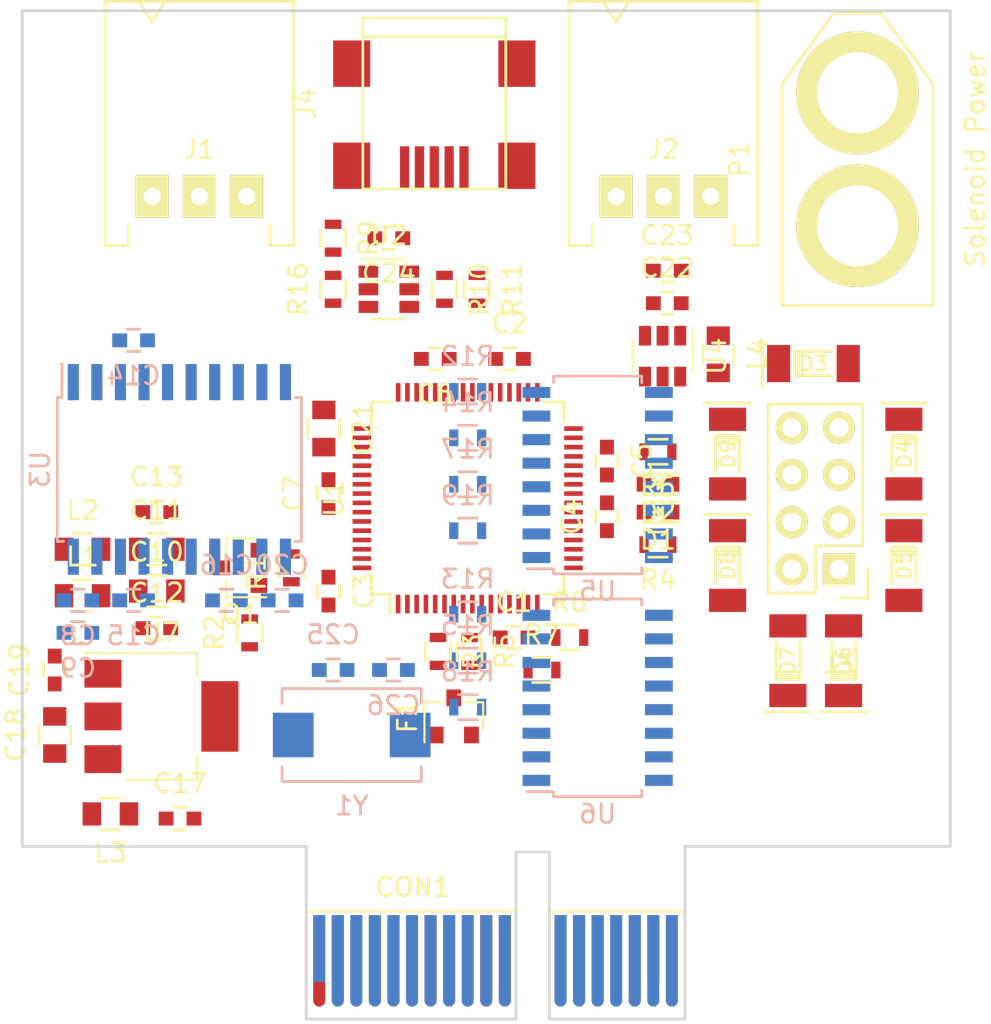
<source format=kicad_pcb>
(kicad_pcb (version 4) (host pcbnew 4.0.7)

  (general
    (links 218)
    (no_connects 218)
    (area 123.675 74.223799 177.425 129.775001)
    (thickness 1.6)
    (drawings 15)
    (tracks 0)
    (zones 0)
    (modules 74)
    (nets 96)
  )

  (page A4)
  (layers
    (0 F.Cu signal)
    (31 B.Cu signal)
    (32 B.Adhes user)
    (33 F.Adhes user)
    (34 B.Paste user)
    (35 F.Paste user)
    (36 B.SilkS user)
    (37 F.SilkS user)
    (38 B.Mask user)
    (39 F.Mask user)
    (40 Dwgs.User user)
    (41 Cmts.User user)
    (42 Eco1.User user)
    (43 Eco2.User user)
    (44 Edge.Cuts user)
    (45 Margin user)
    (46 B.CrtYd user)
    (47 F.CrtYd user)
    (48 B.Fab user)
    (49 F.Fab user)
  )

  (setup
    (last_trace_width 0.25)
    (trace_clearance 0.2)
    (zone_clearance 0.508)
    (zone_45_only no)
    (trace_min 0.2)
    (segment_width 0.2)
    (edge_width 0.15)
    (via_size 0.6)
    (via_drill 0.4)
    (via_min_size 0.4)
    (via_min_drill 0.3)
    (uvia_size 0.3)
    (uvia_drill 0.1)
    (uvias_allowed no)
    (uvia_min_size 0.2)
    (uvia_min_drill 0.1)
    (pcb_text_width 0.3)
    (pcb_text_size 1.5 1.5)
    (mod_edge_width 0.15)
    (mod_text_size 1 1)
    (mod_text_width 0.15)
    (pad_size 1.524 1.524)
    (pad_drill 0.762)
    (pad_to_mask_clearance 0.2)
    (aux_axis_origin 0 0)
    (visible_elements FFFFFFFF)
    (pcbplotparams
      (layerselection 0x00030_80000001)
      (usegerberextensions false)
      (excludeedgelayer true)
      (linewidth 0.100000)
      (plotframeref false)
      (viasonmask false)
      (mode 1)
      (useauxorigin false)
      (hpglpennumber 1)
      (hpglpenspeed 20)
      (hpglpendiameter 15)
      (hpglpenoverlay 2)
      (psnegative false)
      (psa4output false)
      (plotreference true)
      (plotvalue true)
      (plotinvisibletext false)
      (padsonsilk false)
      (subtractmaskfromsilk false)
      (outputformat 1)
      (mirror false)
      (drillshape 1)
      (scaleselection 1)
      (outputdirectory ""))
  )

  (net 0 "")
  (net 1 +1V8)
  (net 2 GND)
  (net 3 +3V3)
  (net 4 "Net-(C8-Pad1)")
  (net 5 "Net-(C8-Pad2)")
  (net 6 232_GND)
  (net 7 "Net-(C10-Pad1)")
  (net 8 "Net-(C11-Pad1)")
  (net 9 VBUS)
  (net 10 "Net-(C15-Pad1)")
  (net 11 "Net-(C15-Pad2)")
  (net 12 "Net-(C16-Pad1)")
  (net 13 "Net-(C16-Pad2)")
  (net 14 +5Vin)
  (net 15 "Net-(C20-Pad2)")
  (net 16 Analog_In)
  (net 17 "Net-(C22-Pad2)")
  (net 18 "Net-(C23-Pad2)")
  (net 19 "Net-(C25-Pad1)")
  (net 20 "Net-(C26-Pad1)")
  (net 21 +12V)
  (net 22 "Net-(CON1-PadB5)")
  (net 23 "Net-(CON1-PadB9)")
  (net 24 "Net-(CON1-PadB10)")
  (net 25 "Net-(CON1-PadB11)")
  (net 26 D+)
  (net 27 D-)
  (net 28 "Net-(CON1-PadB17)")
  (net 29 "Net-(CON1-PadB12)")
  (net 30 "Net-(CON1-PadA5)")
  (net 31 Rx)
  (net 32 Tx)
  (net 33 "Net-(CON1-PadA8)")
  (net 34 "Net-(CON1-PadA11)")
  (net 35 Sol3)
  (net 36 Sol4)
  (net 37 Sol5)
  (net 38 Sol6)
  (net 39 Sol7)
  (net 40 Sol1)
  (net 41 Sol2)
  (net 42 "Net-(D1-Pad2)")
  (net 43 "Net-(D1-Pad1)")
  (net 44 "Net-(D2-Pad2)")
  (net 45 "Net-(D2-Pad1)")
  (net 46 "Net-(Q1-Pad2)")
  (net 47 "Net-(Q1-Pad3)")
  (net 48 "Net-(R3-Pad1)")
  (net 49 "Net-(R5-Pad1)")
  (net 50 "Net-(R7-Pad1)")
  (net 51 "Net-(R8-Pad1)")
  (net 52 "Net-(R16-Pad2)")
  (net 53 "Net-(R10-Pad2)")
  (net 54 "Net-(R11-Pad2)")
  (net 55 "Net-(R12-Pad1)")
  (net 56 "Net-(R13-Pad1)")
  (net 57 "Net-(R14-Pad1)")
  (net 58 "Net-(R15-Pad1)")
  (net 59 "Net-(R16-Pad1)")
  (net 60 "Net-(R17-Pad1)")
  (net 61 "Net-(R18-Pad1)")
  (net 62 "Net-(R19-Pad1)")
  (net 63 "Net-(U1-Pad17)")
  (net 64 "Net-(U1-Pad18)")
  (net 65 "Net-(U1-Pad19)")
  (net 66 "Net-(U1-Pad21)")
  (net 67 "Net-(U1-Pad22)")
  (net 68 "Net-(U1-Pad23)")
  (net 69 "Net-(U1-Pad24)")
  (net 70 "Net-(U1-Pad26)")
  (net 71 "Net-(U1-Pad27)")
  (net 72 "Net-(U1-Pad28)")
  (net 73 "Net-(U1-Pad32)")
  (net 74 "Net-(U1-Pad33)")
  (net 75 "Net-(U1-Pad34)")
  (net 76 "Net-(U1-Pad36)")
  (net 77 "Net-(U1-Pad38)")
  (net 78 "Net-(U1-Pad39)")
  (net 79 "Net-(U1-Pad40)")
  (net 80 "Net-(U1-Pad41)")
  (net 81 "Net-(U1-Pad43)")
  (net 82 "Net-(U1-Pad44)")
  (net 83 "Net-(U1-Pad45)")
  (net 84 "Net-(U1-Pad46)")
  (net 85 "Net-(U1-Pad59)")
  (net 86 "Net-(U1-Pad60)")
  (net 87 "Net-(U3-Pad1)")
  (net 88 "Net-(CON1-PadA1)")
  (net 89 "Net-(U1-Pad48)")
  (net 90 "Net-(U1-Pad52)")
  (net 91 "Net-(U1-Pad53)")
  (net 92 "Net-(U1-Pad54)")
  (net 93 "Net-(U1-Pad55)")
  (net 94 "Net-(U1-Pad57)")
  (net 95 "Net-(U1-Pad58)")

  (net_class Default "This is the default net class."
    (clearance 0.2)
    (trace_width 0.25)
    (via_dia 0.6)
    (via_drill 0.4)
    (uvia_dia 0.3)
    (uvia_drill 0.1)
    (add_net +12V)
    (add_net +1V8)
    (add_net +3V3)
    (add_net +5Vin)
    (add_net 232_GND)
    (add_net Analog_In)
    (add_net D+)
    (add_net D-)
    (add_net GND)
    (add_net "Net-(C10-Pad1)")
    (add_net "Net-(C11-Pad1)")
    (add_net "Net-(C15-Pad1)")
    (add_net "Net-(C15-Pad2)")
    (add_net "Net-(C16-Pad1)")
    (add_net "Net-(C16-Pad2)")
    (add_net "Net-(C20-Pad2)")
    (add_net "Net-(C22-Pad2)")
    (add_net "Net-(C23-Pad2)")
    (add_net "Net-(C25-Pad1)")
    (add_net "Net-(C26-Pad1)")
    (add_net "Net-(C8-Pad1)")
    (add_net "Net-(C8-Pad2)")
    (add_net "Net-(CON1-PadA1)")
    (add_net "Net-(CON1-PadA11)")
    (add_net "Net-(CON1-PadA5)")
    (add_net "Net-(CON1-PadA8)")
    (add_net "Net-(CON1-PadB10)")
    (add_net "Net-(CON1-PadB11)")
    (add_net "Net-(CON1-PadB12)")
    (add_net "Net-(CON1-PadB17)")
    (add_net "Net-(CON1-PadB5)")
    (add_net "Net-(CON1-PadB9)")
    (add_net "Net-(D1-Pad1)")
    (add_net "Net-(D1-Pad2)")
    (add_net "Net-(D2-Pad1)")
    (add_net "Net-(D2-Pad2)")
    (add_net "Net-(Q1-Pad2)")
    (add_net "Net-(Q1-Pad3)")
    (add_net "Net-(R10-Pad2)")
    (add_net "Net-(R11-Pad2)")
    (add_net "Net-(R12-Pad1)")
    (add_net "Net-(R13-Pad1)")
    (add_net "Net-(R14-Pad1)")
    (add_net "Net-(R15-Pad1)")
    (add_net "Net-(R16-Pad1)")
    (add_net "Net-(R16-Pad2)")
    (add_net "Net-(R17-Pad1)")
    (add_net "Net-(R18-Pad1)")
    (add_net "Net-(R19-Pad1)")
    (add_net "Net-(R3-Pad1)")
    (add_net "Net-(R5-Pad1)")
    (add_net "Net-(R7-Pad1)")
    (add_net "Net-(R8-Pad1)")
    (add_net "Net-(U1-Pad17)")
    (add_net "Net-(U1-Pad18)")
    (add_net "Net-(U1-Pad19)")
    (add_net "Net-(U1-Pad21)")
    (add_net "Net-(U1-Pad22)")
    (add_net "Net-(U1-Pad23)")
    (add_net "Net-(U1-Pad24)")
    (add_net "Net-(U1-Pad26)")
    (add_net "Net-(U1-Pad27)")
    (add_net "Net-(U1-Pad28)")
    (add_net "Net-(U1-Pad32)")
    (add_net "Net-(U1-Pad33)")
    (add_net "Net-(U1-Pad34)")
    (add_net "Net-(U1-Pad36)")
    (add_net "Net-(U1-Pad38)")
    (add_net "Net-(U1-Pad39)")
    (add_net "Net-(U1-Pad40)")
    (add_net "Net-(U1-Pad41)")
    (add_net "Net-(U1-Pad43)")
    (add_net "Net-(U1-Pad44)")
    (add_net "Net-(U1-Pad45)")
    (add_net "Net-(U1-Pad46)")
    (add_net "Net-(U1-Pad48)")
    (add_net "Net-(U1-Pad52)")
    (add_net "Net-(U1-Pad53)")
    (add_net "Net-(U1-Pad54)")
    (add_net "Net-(U1-Pad55)")
    (add_net "Net-(U1-Pad57)")
    (add_net "Net-(U1-Pad58)")
    (add_net "Net-(U1-Pad59)")
    (add_net "Net-(U1-Pad60)")
    (add_net "Net-(U3-Pad1)")
    (add_net Rx)
    (add_net Sol1)
    (add_net Sol2)
    (add_net Sol3)
    (add_net Sol4)
    (add_net Sol5)
    (add_net Sol6)
    (add_net Sol7)
    (add_net Tx)
    (add_net VBUS)
  )

  (module Capacitors_SMD:C_0603 (layer F.Cu) (tedit 5415D631) (tstamp 5A26278A)
    (at 151.5 108.75)
    (descr "Capacitor SMD 0603, reflow soldering, AVX (see smccp.pdf)")
    (tags "capacitor 0603")
    (path /5A184DD2)
    (attr smd)
    (fp_text reference C1 (at 0 -1.9) (layer F.SilkS)
      (effects (font (size 1 1) (thickness 0.15)))
    )
    (fp_text value 100nF (at 0 1.9) (layer F.Fab)
      (effects (font (size 1 1) (thickness 0.15)))
    )
    (fp_line (start -0.8 0.4) (end -0.8 -0.4) (layer F.Fab) (width 0.15))
    (fp_line (start 0.8 0.4) (end -0.8 0.4) (layer F.Fab) (width 0.15))
    (fp_line (start 0.8 -0.4) (end 0.8 0.4) (layer F.Fab) (width 0.15))
    (fp_line (start -0.8 -0.4) (end 0.8 -0.4) (layer F.Fab) (width 0.15))
    (fp_line (start -1.45 -0.75) (end 1.45 -0.75) (layer F.CrtYd) (width 0.05))
    (fp_line (start -1.45 0.75) (end 1.45 0.75) (layer F.CrtYd) (width 0.05))
    (fp_line (start -1.45 -0.75) (end -1.45 0.75) (layer F.CrtYd) (width 0.05))
    (fp_line (start 1.45 -0.75) (end 1.45 0.75) (layer F.CrtYd) (width 0.05))
    (fp_line (start -0.35 -0.6) (end 0.35 -0.6) (layer F.SilkS) (width 0.15))
    (fp_line (start 0.35 0.6) (end -0.35 0.6) (layer F.SilkS) (width 0.15))
    (pad 1 smd rect (at -0.75 0) (size 0.8 0.75) (layers F.Cu F.Paste F.Mask)
      (net 1 +1V8))
    (pad 2 smd rect (at 0.75 0) (size 0.8 0.75) (layers F.Cu F.Paste F.Mask)
      (net 2 GND))
    (model Capacitors_SMD.3dshapes/C_0603.wrl
      (at (xyz 0 0 0))
      (scale (xyz 1 1 1))
      (rotate (xyz 0 0 0))
    )
  )

  (module Capacitors_SMD:C_0603 (layer F.Cu) (tedit 5415D631) (tstamp 5A26279A)
    (at 151.25 93.75)
    (descr "Capacitor SMD 0603, reflow soldering, AVX (see smccp.pdf)")
    (tags "capacitor 0603")
    (path /5A184858)
    (attr smd)
    (fp_text reference C2 (at 0 -1.9) (layer F.SilkS)
      (effects (font (size 1 1) (thickness 0.15)))
    )
    (fp_text value 100nF (at 0 1.9) (layer F.Fab)
      (effects (font (size 1 1) (thickness 0.15)))
    )
    (fp_line (start -0.8 0.4) (end -0.8 -0.4) (layer F.Fab) (width 0.15))
    (fp_line (start 0.8 0.4) (end -0.8 0.4) (layer F.Fab) (width 0.15))
    (fp_line (start 0.8 -0.4) (end 0.8 0.4) (layer F.Fab) (width 0.15))
    (fp_line (start -0.8 -0.4) (end 0.8 -0.4) (layer F.Fab) (width 0.15))
    (fp_line (start -1.45 -0.75) (end 1.45 -0.75) (layer F.CrtYd) (width 0.05))
    (fp_line (start -1.45 0.75) (end 1.45 0.75) (layer F.CrtYd) (width 0.05))
    (fp_line (start -1.45 -0.75) (end -1.45 0.75) (layer F.CrtYd) (width 0.05))
    (fp_line (start 1.45 -0.75) (end 1.45 0.75) (layer F.CrtYd) (width 0.05))
    (fp_line (start -0.35 -0.6) (end 0.35 -0.6) (layer F.SilkS) (width 0.15))
    (fp_line (start 0.35 0.6) (end -0.35 0.6) (layer F.SilkS) (width 0.15))
    (pad 1 smd rect (at -0.75 0) (size 0.8 0.75) (layers F.Cu F.Paste F.Mask)
      (net 1 +1V8))
    (pad 2 smd rect (at 0.75 0) (size 0.8 0.75) (layers F.Cu F.Paste F.Mask)
      (net 2 GND))
    (model Capacitors_SMD.3dshapes/C_0603.wrl
      (at (xyz 0 0 0))
      (scale (xyz 1 1 1))
      (rotate (xyz 0 0 0))
    )
  )

  (module Capacitors_SMD:C_0603 (layer F.Cu) (tedit 5415D631) (tstamp 5A2627AA)
    (at 141.5 106.25 270)
    (descr "Capacitor SMD 0603, reflow soldering, AVX (see smccp.pdf)")
    (tags "capacitor 0603")
    (path /5A184938)
    (attr smd)
    (fp_text reference C3 (at 0 -1.9 270) (layer F.SilkS)
      (effects (font (size 1 1) (thickness 0.15)))
    )
    (fp_text value 100nF (at 0 1.9 270) (layer F.Fab)
      (effects (font (size 1 1) (thickness 0.15)))
    )
    (fp_line (start -0.8 0.4) (end -0.8 -0.4) (layer F.Fab) (width 0.15))
    (fp_line (start 0.8 0.4) (end -0.8 0.4) (layer F.Fab) (width 0.15))
    (fp_line (start 0.8 -0.4) (end 0.8 0.4) (layer F.Fab) (width 0.15))
    (fp_line (start -0.8 -0.4) (end 0.8 -0.4) (layer F.Fab) (width 0.15))
    (fp_line (start -1.45 -0.75) (end 1.45 -0.75) (layer F.CrtYd) (width 0.05))
    (fp_line (start -1.45 0.75) (end 1.45 0.75) (layer F.CrtYd) (width 0.05))
    (fp_line (start -1.45 -0.75) (end -1.45 0.75) (layer F.CrtYd) (width 0.05))
    (fp_line (start 1.45 -0.75) (end 1.45 0.75) (layer F.CrtYd) (width 0.05))
    (fp_line (start -0.35 -0.6) (end 0.35 -0.6) (layer F.SilkS) (width 0.15))
    (fp_line (start 0.35 0.6) (end -0.35 0.6) (layer F.SilkS) (width 0.15))
    (pad 1 smd rect (at -0.75 0 270) (size 0.8 0.75) (layers F.Cu F.Paste F.Mask)
      (net 1 +1V8))
    (pad 2 smd rect (at 0.75 0 270) (size 0.8 0.75) (layers F.Cu F.Paste F.Mask)
      (net 2 GND))
    (model Capacitors_SMD.3dshapes/C_0603.wrl
      (at (xyz 0 0 0))
      (scale (xyz 1 1 1))
      (rotate (xyz 0 0 0))
    )
  )

  (module Capacitors_SMD:C_0603 (layer F.Cu) (tedit 5415D631) (tstamp 5A2627BA)
    (at 156.5 102.25 90)
    (descr "Capacitor SMD 0603, reflow soldering, AVX (see smccp.pdf)")
    (tags "capacitor 0603")
    (path /5A184A17)
    (attr smd)
    (fp_text reference C4 (at 0 -1.9 90) (layer F.SilkS)
      (effects (font (size 1 1) (thickness 0.15)))
    )
    (fp_text value 100nF (at 0 1.9 90) (layer F.Fab)
      (effects (font (size 1 1) (thickness 0.15)))
    )
    (fp_line (start -0.8 0.4) (end -0.8 -0.4) (layer F.Fab) (width 0.15))
    (fp_line (start 0.8 0.4) (end -0.8 0.4) (layer F.Fab) (width 0.15))
    (fp_line (start 0.8 -0.4) (end 0.8 0.4) (layer F.Fab) (width 0.15))
    (fp_line (start -0.8 -0.4) (end 0.8 -0.4) (layer F.Fab) (width 0.15))
    (fp_line (start -1.45 -0.75) (end 1.45 -0.75) (layer F.CrtYd) (width 0.05))
    (fp_line (start -1.45 0.75) (end 1.45 0.75) (layer F.CrtYd) (width 0.05))
    (fp_line (start -1.45 -0.75) (end -1.45 0.75) (layer F.CrtYd) (width 0.05))
    (fp_line (start 1.45 -0.75) (end 1.45 0.75) (layer F.CrtYd) (width 0.05))
    (fp_line (start -0.35 -0.6) (end 0.35 -0.6) (layer F.SilkS) (width 0.15))
    (fp_line (start 0.35 0.6) (end -0.35 0.6) (layer F.SilkS) (width 0.15))
    (pad 1 smd rect (at -0.75 0 90) (size 0.8 0.75) (layers F.Cu F.Paste F.Mask)
      (net 3 +3V3))
    (pad 2 smd rect (at 0.75 0 90) (size 0.8 0.75) (layers F.Cu F.Paste F.Mask)
      (net 2 GND))
    (model Capacitors_SMD.3dshapes/C_0603.wrl
      (at (xyz 0 0 0))
      (scale (xyz 1 1 1))
      (rotate (xyz 0 0 0))
    )
  )

  (module Capacitors_SMD:C_0603 (layer F.Cu) (tedit 5415D631) (tstamp 5A2627CA)
    (at 156.5 99.25 270)
    (descr "Capacitor SMD 0603, reflow soldering, AVX (see smccp.pdf)")
    (tags "capacitor 0603")
    (path /5A184AF7)
    (attr smd)
    (fp_text reference C5 (at 0 -1.9 270) (layer F.SilkS)
      (effects (font (size 1 1) (thickness 0.15)))
    )
    (fp_text value 100nF (at 0 1.9 270) (layer F.Fab)
      (effects (font (size 1 1) (thickness 0.15)))
    )
    (fp_line (start -0.8 0.4) (end -0.8 -0.4) (layer F.Fab) (width 0.15))
    (fp_line (start 0.8 0.4) (end -0.8 0.4) (layer F.Fab) (width 0.15))
    (fp_line (start 0.8 -0.4) (end 0.8 0.4) (layer F.Fab) (width 0.15))
    (fp_line (start -0.8 -0.4) (end 0.8 -0.4) (layer F.Fab) (width 0.15))
    (fp_line (start -1.45 -0.75) (end 1.45 -0.75) (layer F.CrtYd) (width 0.05))
    (fp_line (start -1.45 0.75) (end 1.45 0.75) (layer F.CrtYd) (width 0.05))
    (fp_line (start -1.45 -0.75) (end -1.45 0.75) (layer F.CrtYd) (width 0.05))
    (fp_line (start 1.45 -0.75) (end 1.45 0.75) (layer F.CrtYd) (width 0.05))
    (fp_line (start -0.35 -0.6) (end 0.35 -0.6) (layer F.SilkS) (width 0.15))
    (fp_line (start 0.35 0.6) (end -0.35 0.6) (layer F.SilkS) (width 0.15))
    (pad 1 smd rect (at -0.75 0 270) (size 0.8 0.75) (layers F.Cu F.Paste F.Mask)
      (net 3 +3V3))
    (pad 2 smd rect (at 0.75 0 270) (size 0.8 0.75) (layers F.Cu F.Paste F.Mask)
      (net 2 GND))
    (model Capacitors_SMD.3dshapes/C_0603.wrl
      (at (xyz 0 0 0))
      (scale (xyz 1 1 1))
      (rotate (xyz 0 0 0))
    )
  )

  (module Capacitors_SMD:C_0603 (layer F.Cu) (tedit 5415D631) (tstamp 5A2627DA)
    (at 147.25 93.75 180)
    (descr "Capacitor SMD 0603, reflow soldering, AVX (see smccp.pdf)")
    (tags "capacitor 0603")
    (path /5A184BD6)
    (attr smd)
    (fp_text reference C6 (at 0 -1.9 180) (layer F.SilkS)
      (effects (font (size 1 1) (thickness 0.15)))
    )
    (fp_text value 100nF (at 0 1.9 180) (layer F.Fab)
      (effects (font (size 1 1) (thickness 0.15)))
    )
    (fp_line (start -0.8 0.4) (end -0.8 -0.4) (layer F.Fab) (width 0.15))
    (fp_line (start 0.8 0.4) (end -0.8 0.4) (layer F.Fab) (width 0.15))
    (fp_line (start 0.8 -0.4) (end 0.8 0.4) (layer F.Fab) (width 0.15))
    (fp_line (start -0.8 -0.4) (end 0.8 -0.4) (layer F.Fab) (width 0.15))
    (fp_line (start -1.45 -0.75) (end 1.45 -0.75) (layer F.CrtYd) (width 0.05))
    (fp_line (start -1.45 0.75) (end 1.45 0.75) (layer F.CrtYd) (width 0.05))
    (fp_line (start -1.45 -0.75) (end -1.45 0.75) (layer F.CrtYd) (width 0.05))
    (fp_line (start 1.45 -0.75) (end 1.45 0.75) (layer F.CrtYd) (width 0.05))
    (fp_line (start -0.35 -0.6) (end 0.35 -0.6) (layer F.SilkS) (width 0.15))
    (fp_line (start 0.35 0.6) (end -0.35 0.6) (layer F.SilkS) (width 0.15))
    (pad 1 smd rect (at -0.75 0 180) (size 0.8 0.75) (layers F.Cu F.Paste F.Mask)
      (net 3 +3V3))
    (pad 2 smd rect (at 0.75 0 180) (size 0.8 0.75) (layers F.Cu F.Paste F.Mask)
      (net 2 GND))
    (model Capacitors_SMD.3dshapes/C_0603.wrl
      (at (xyz 0 0 0))
      (scale (xyz 1 1 1))
      (rotate (xyz 0 0 0))
    )
  )

  (module Capacitors_SMD:C_0603 (layer F.Cu) (tedit 5415D631) (tstamp 5A2627EA)
    (at 141.5 101 90)
    (descr "Capacitor SMD 0603, reflow soldering, AVX (see smccp.pdf)")
    (tags "capacitor 0603")
    (path /5A184CBA)
    (attr smd)
    (fp_text reference C7 (at 0 -1.9 90) (layer F.SilkS)
      (effects (font (size 1 1) (thickness 0.15)))
    )
    (fp_text value 100nF (at 0 1.9 90) (layer F.Fab)
      (effects (font (size 1 1) (thickness 0.15)))
    )
    (fp_line (start -0.8 0.4) (end -0.8 -0.4) (layer F.Fab) (width 0.15))
    (fp_line (start 0.8 0.4) (end -0.8 0.4) (layer F.Fab) (width 0.15))
    (fp_line (start 0.8 -0.4) (end 0.8 0.4) (layer F.Fab) (width 0.15))
    (fp_line (start -0.8 -0.4) (end 0.8 -0.4) (layer F.Fab) (width 0.15))
    (fp_line (start -1.45 -0.75) (end 1.45 -0.75) (layer F.CrtYd) (width 0.05))
    (fp_line (start -1.45 0.75) (end 1.45 0.75) (layer F.CrtYd) (width 0.05))
    (fp_line (start -1.45 -0.75) (end -1.45 0.75) (layer F.CrtYd) (width 0.05))
    (fp_line (start 1.45 -0.75) (end 1.45 0.75) (layer F.CrtYd) (width 0.05))
    (fp_line (start -0.35 -0.6) (end 0.35 -0.6) (layer F.SilkS) (width 0.15))
    (fp_line (start 0.35 0.6) (end -0.35 0.6) (layer F.SilkS) (width 0.15))
    (pad 1 smd rect (at -0.75 0 90) (size 0.8 0.75) (layers F.Cu F.Paste F.Mask)
      (net 3 +3V3))
    (pad 2 smd rect (at 0.75 0 90) (size 0.8 0.75) (layers F.Cu F.Paste F.Mask)
      (net 2 GND))
    (model Capacitors_SMD.3dshapes/C_0603.wrl
      (at (xyz 0 0 0))
      (scale (xyz 1 1 1))
      (rotate (xyz 0 0 0))
    )
  )

  (module Capacitors_SMD:C_0603 locked (layer B.Cu) (tedit 5415D631) (tstamp 5A2627FA)
    (at 128 106.75)
    (descr "Capacitor SMD 0603, reflow soldering, AVX (see smccp.pdf)")
    (tags "capacitor 0603")
    (path /5A17B0D4)
    (attr smd)
    (fp_text reference C8 (at 0 1.9) (layer B.SilkS)
      (effects (font (size 1 1) (thickness 0.15)) (justify mirror))
    )
    (fp_text value 100nF (at 0 -1.9) (layer B.Fab)
      (effects (font (size 1 1) (thickness 0.15)) (justify mirror))
    )
    (fp_line (start -0.8 -0.4) (end -0.8 0.4) (layer B.Fab) (width 0.15))
    (fp_line (start 0.8 -0.4) (end -0.8 -0.4) (layer B.Fab) (width 0.15))
    (fp_line (start 0.8 0.4) (end 0.8 -0.4) (layer B.Fab) (width 0.15))
    (fp_line (start -0.8 0.4) (end 0.8 0.4) (layer B.Fab) (width 0.15))
    (fp_line (start -1.45 0.75) (end 1.45 0.75) (layer B.CrtYd) (width 0.05))
    (fp_line (start -1.45 -0.75) (end 1.45 -0.75) (layer B.CrtYd) (width 0.05))
    (fp_line (start -1.45 0.75) (end -1.45 -0.75) (layer B.CrtYd) (width 0.05))
    (fp_line (start 1.45 0.75) (end 1.45 -0.75) (layer B.CrtYd) (width 0.05))
    (fp_line (start -0.35 0.6) (end 0.35 0.6) (layer B.SilkS) (width 0.15))
    (fp_line (start 0.35 -0.6) (end -0.35 -0.6) (layer B.SilkS) (width 0.15))
    (pad 1 smd rect (at -0.75 0) (size 0.8 0.75) (layers B.Cu B.Paste B.Mask)
      (net 4 "Net-(C8-Pad1)"))
    (pad 2 smd rect (at 0.75 0) (size 0.8 0.75) (layers B.Cu B.Paste B.Mask)
      (net 5 "Net-(C8-Pad2)"))
    (model Capacitors_SMD.3dshapes/C_0603.wrl
      (at (xyz 0 0 0))
      (scale (xyz 1 1 1))
      (rotate (xyz 0 0 0))
    )
  )

  (module Capacitors_SMD:C_0603 locked (layer B.Cu) (tedit 5415D631) (tstamp 5A26280A)
    (at 128 108.5)
    (descr "Capacitor SMD 0603, reflow soldering, AVX (see smccp.pdf)")
    (tags "capacitor 0603")
    (path /5A17B6FF)
    (attr smd)
    (fp_text reference C9 (at 0 1.9) (layer B.SilkS)
      (effects (font (size 1 1) (thickness 0.15)) (justify mirror))
    )
    (fp_text value 100nF (at 0 -1.9) (layer B.Fab)
      (effects (font (size 1 1) (thickness 0.15)) (justify mirror))
    )
    (fp_line (start -0.8 -0.4) (end -0.8 0.4) (layer B.Fab) (width 0.15))
    (fp_line (start 0.8 -0.4) (end -0.8 -0.4) (layer B.Fab) (width 0.15))
    (fp_line (start 0.8 0.4) (end 0.8 -0.4) (layer B.Fab) (width 0.15))
    (fp_line (start -0.8 0.4) (end 0.8 0.4) (layer B.Fab) (width 0.15))
    (fp_line (start -1.45 0.75) (end 1.45 0.75) (layer B.CrtYd) (width 0.05))
    (fp_line (start -1.45 -0.75) (end 1.45 -0.75) (layer B.CrtYd) (width 0.05))
    (fp_line (start -1.45 0.75) (end -1.45 -0.75) (layer B.CrtYd) (width 0.05))
    (fp_line (start 1.45 0.75) (end 1.45 -0.75) (layer B.CrtYd) (width 0.05))
    (fp_line (start -0.35 0.6) (end 0.35 0.6) (layer B.SilkS) (width 0.15))
    (fp_line (start 0.35 -0.6) (end -0.35 -0.6) (layer B.SilkS) (width 0.15))
    (pad 1 smd rect (at -0.75 0) (size 0.8 0.75) (layers B.Cu B.Paste B.Mask)
      (net 4 "Net-(C8-Pad1)"))
    (pad 2 smd rect (at 0.75 0) (size 0.8 0.75) (layers B.Cu B.Paste B.Mask)
      (net 6 232_GND))
    (model Capacitors_SMD.3dshapes/C_0603.wrl
      (at (xyz 0 0 0))
      (scale (xyz 1 1 1))
      (rotate (xyz 0 0 0))
    )
  )

  (module Capacitors_SMD:C_0805 (layer F.Cu) (tedit 5415D6EA) (tstamp 5A26281A)
    (at 132.25 106.25)
    (descr "Capacitor SMD 0805, reflow soldering, AVX (see smccp.pdf)")
    (tags "capacitor 0805")
    (path /5A179FF6)
    (attr smd)
    (fp_text reference C10 (at 0 -2.1) (layer F.SilkS)
      (effects (font (size 1 1) (thickness 0.15)))
    )
    (fp_text value 4.7uF (at 0 2.1) (layer F.Fab)
      (effects (font (size 1 1) (thickness 0.15)))
    )
    (fp_line (start -1 0.625) (end -1 -0.625) (layer F.Fab) (width 0.15))
    (fp_line (start 1 0.625) (end -1 0.625) (layer F.Fab) (width 0.15))
    (fp_line (start 1 -0.625) (end 1 0.625) (layer F.Fab) (width 0.15))
    (fp_line (start -1 -0.625) (end 1 -0.625) (layer F.Fab) (width 0.15))
    (fp_line (start -1.8 -1) (end 1.8 -1) (layer F.CrtYd) (width 0.05))
    (fp_line (start -1.8 1) (end 1.8 1) (layer F.CrtYd) (width 0.05))
    (fp_line (start -1.8 -1) (end -1.8 1) (layer F.CrtYd) (width 0.05))
    (fp_line (start 1.8 -1) (end 1.8 1) (layer F.CrtYd) (width 0.05))
    (fp_line (start 0.5 -0.85) (end -0.5 -0.85) (layer F.SilkS) (width 0.15))
    (fp_line (start -0.5 0.85) (end 0.5 0.85) (layer F.SilkS) (width 0.15))
    (pad 1 smd rect (at -1 0) (size 1 1.25) (layers F.Cu F.Paste F.Mask)
      (net 7 "Net-(C10-Pad1)"))
    (pad 2 smd rect (at 1 0) (size 1 1.25) (layers F.Cu F.Paste F.Mask)
      (net 2 GND))
    (model Capacitors_SMD.3dshapes/C_0805.wrl
      (at (xyz 0 0 0))
      (scale (xyz 1 1 1))
      (rotate (xyz 0 0 0))
    )
  )

  (module Capacitors_SMD:C_0805 (layer F.Cu) (tedit 5415D6EA) (tstamp 5A26282A)
    (at 132.25 104)
    (descr "Capacitor SMD 0805, reflow soldering, AVX (see smccp.pdf)")
    (tags "capacitor 0805")
    (path /5A183DAD)
    (attr smd)
    (fp_text reference C11 (at 0 -2.1) (layer F.SilkS)
      (effects (font (size 1 1) (thickness 0.15)))
    )
    (fp_text value 4.7uF (at 0 2.1) (layer F.Fab)
      (effects (font (size 1 1) (thickness 0.15)))
    )
    (fp_line (start -1 0.625) (end -1 -0.625) (layer F.Fab) (width 0.15))
    (fp_line (start 1 0.625) (end -1 0.625) (layer F.Fab) (width 0.15))
    (fp_line (start 1 -0.625) (end 1 0.625) (layer F.Fab) (width 0.15))
    (fp_line (start -1 -0.625) (end 1 -0.625) (layer F.Fab) (width 0.15))
    (fp_line (start -1.8 -1) (end 1.8 -1) (layer F.CrtYd) (width 0.05))
    (fp_line (start -1.8 1) (end 1.8 1) (layer F.CrtYd) (width 0.05))
    (fp_line (start -1.8 -1) (end -1.8 1) (layer F.CrtYd) (width 0.05))
    (fp_line (start 1.8 -1) (end 1.8 1) (layer F.CrtYd) (width 0.05))
    (fp_line (start 0.5 -0.85) (end -0.5 -0.85) (layer F.SilkS) (width 0.15))
    (fp_line (start -0.5 0.85) (end 0.5 0.85) (layer F.SilkS) (width 0.15))
    (pad 1 smd rect (at -1 0) (size 1 1.25) (layers F.Cu F.Paste F.Mask)
      (net 8 "Net-(C11-Pad1)"))
    (pad 2 smd rect (at 1 0) (size 1 1.25) (layers F.Cu F.Paste F.Mask)
      (net 2 GND))
    (model Capacitors_SMD.3dshapes/C_0805.wrl
      (at (xyz 0 0 0))
      (scale (xyz 1 1 1))
      (rotate (xyz 0 0 0))
    )
  )

  (module Capacitors_SMD:C_0603 (layer F.Cu) (tedit 5415D631) (tstamp 5A26283A)
    (at 132.25 108.25)
    (descr "Capacitor SMD 0603, reflow soldering, AVX (see smccp.pdf)")
    (tags "capacitor 0603")
    (path /5A183E72)
    (attr smd)
    (fp_text reference C12 (at 0 -1.9) (layer F.SilkS)
      (effects (font (size 1 1) (thickness 0.15)))
    )
    (fp_text value 100nF (at 0 1.9) (layer F.Fab)
      (effects (font (size 1 1) (thickness 0.15)))
    )
    (fp_line (start -0.8 0.4) (end -0.8 -0.4) (layer F.Fab) (width 0.15))
    (fp_line (start 0.8 0.4) (end -0.8 0.4) (layer F.Fab) (width 0.15))
    (fp_line (start 0.8 -0.4) (end 0.8 0.4) (layer F.Fab) (width 0.15))
    (fp_line (start -0.8 -0.4) (end 0.8 -0.4) (layer F.Fab) (width 0.15))
    (fp_line (start -1.45 -0.75) (end 1.45 -0.75) (layer F.CrtYd) (width 0.05))
    (fp_line (start -1.45 0.75) (end 1.45 0.75) (layer F.CrtYd) (width 0.05))
    (fp_line (start -1.45 -0.75) (end -1.45 0.75) (layer F.CrtYd) (width 0.05))
    (fp_line (start 1.45 -0.75) (end 1.45 0.75) (layer F.CrtYd) (width 0.05))
    (fp_line (start -0.35 -0.6) (end 0.35 -0.6) (layer F.SilkS) (width 0.15))
    (fp_line (start 0.35 0.6) (end -0.35 0.6) (layer F.SilkS) (width 0.15))
    (pad 1 smd rect (at -0.75 0) (size 0.8 0.75) (layers F.Cu F.Paste F.Mask)
      (net 7 "Net-(C10-Pad1)"))
    (pad 2 smd rect (at 0.75 0) (size 0.8 0.75) (layers F.Cu F.Paste F.Mask)
      (net 2 GND))
    (model Capacitors_SMD.3dshapes/C_0603.wrl
      (at (xyz 0 0 0))
      (scale (xyz 1 1 1))
      (rotate (xyz 0 0 0))
    )
  )

  (module Capacitors_SMD:C_0603 (layer F.Cu) (tedit 5415D631) (tstamp 5A26284A)
    (at 132.25 102)
    (descr "Capacitor SMD 0603, reflow soldering, AVX (see smccp.pdf)")
    (tags "capacitor 0603")
    (path /5A183F64)
    (attr smd)
    (fp_text reference C13 (at 0 -1.9) (layer F.SilkS)
      (effects (font (size 1 1) (thickness 0.15)))
    )
    (fp_text value 100nF (at 0 1.9) (layer F.Fab)
      (effects (font (size 1 1) (thickness 0.15)))
    )
    (fp_line (start -0.8 0.4) (end -0.8 -0.4) (layer F.Fab) (width 0.15))
    (fp_line (start 0.8 0.4) (end -0.8 0.4) (layer F.Fab) (width 0.15))
    (fp_line (start 0.8 -0.4) (end 0.8 0.4) (layer F.Fab) (width 0.15))
    (fp_line (start -0.8 -0.4) (end 0.8 -0.4) (layer F.Fab) (width 0.15))
    (fp_line (start -1.45 -0.75) (end 1.45 -0.75) (layer F.CrtYd) (width 0.05))
    (fp_line (start -1.45 0.75) (end 1.45 0.75) (layer F.CrtYd) (width 0.05))
    (fp_line (start -1.45 -0.75) (end -1.45 0.75) (layer F.CrtYd) (width 0.05))
    (fp_line (start 1.45 -0.75) (end 1.45 0.75) (layer F.CrtYd) (width 0.05))
    (fp_line (start -0.35 -0.6) (end 0.35 -0.6) (layer F.SilkS) (width 0.15))
    (fp_line (start 0.35 0.6) (end -0.35 0.6) (layer F.SilkS) (width 0.15))
    (pad 1 smd rect (at -0.75 0) (size 0.8 0.75) (layers F.Cu F.Paste F.Mask)
      (net 8 "Net-(C11-Pad1)"))
    (pad 2 smd rect (at 0.75 0) (size 0.8 0.75) (layers F.Cu F.Paste F.Mask)
      (net 2 GND))
    (model Capacitors_SMD.3dshapes/C_0603.wrl
      (at (xyz 0 0 0))
      (scale (xyz 1 1 1))
      (rotate (xyz 0 0 0))
    )
  )

  (module Capacitors_SMD:C_0603 locked (layer B.Cu) (tedit 5415D631) (tstamp 5A26285A)
    (at 131 92.75)
    (descr "Capacitor SMD 0603, reflow soldering, AVX (see smccp.pdf)")
    (tags "capacitor 0603")
    (path /5A17AF78)
    (attr smd)
    (fp_text reference C14 (at 0 1.9) (layer B.SilkS)
      (effects (font (size 1 1) (thickness 0.15)) (justify mirror))
    )
    (fp_text value 100nF (at 0 -1.9) (layer B.Fab)
      (effects (font (size 1 1) (thickness 0.15)) (justify mirror))
    )
    (fp_line (start -0.8 -0.4) (end -0.8 0.4) (layer B.Fab) (width 0.15))
    (fp_line (start 0.8 -0.4) (end -0.8 -0.4) (layer B.Fab) (width 0.15))
    (fp_line (start 0.8 0.4) (end 0.8 -0.4) (layer B.Fab) (width 0.15))
    (fp_line (start -0.8 0.4) (end 0.8 0.4) (layer B.Fab) (width 0.15))
    (fp_line (start -1.45 0.75) (end 1.45 0.75) (layer B.CrtYd) (width 0.05))
    (fp_line (start -1.45 -0.75) (end 1.45 -0.75) (layer B.CrtYd) (width 0.05))
    (fp_line (start -1.45 0.75) (end -1.45 -0.75) (layer B.CrtYd) (width 0.05))
    (fp_line (start 1.45 0.75) (end 1.45 -0.75) (layer B.CrtYd) (width 0.05))
    (fp_line (start -0.35 0.6) (end 0.35 0.6) (layer B.SilkS) (width 0.15))
    (fp_line (start 0.35 -0.6) (end -0.35 -0.6) (layer B.SilkS) (width 0.15))
    (pad 1 smd rect (at -0.75 0) (size 0.8 0.75) (layers B.Cu B.Paste B.Mask)
      (net 9 VBUS))
    (pad 2 smd rect (at 0.75 0) (size 0.8 0.75) (layers B.Cu B.Paste B.Mask)
      (net 2 GND))
    (model Capacitors_SMD.3dshapes/C_0603.wrl
      (at (xyz 0 0 0))
      (scale (xyz 1 1 1))
      (rotate (xyz 0 0 0))
    )
  )

  (module Capacitors_SMD:C_0603 locked (layer B.Cu) (tedit 5415D631) (tstamp 5A26286A)
    (at 131 106.75)
    (descr "Capacitor SMD 0603, reflow soldering, AVX (see smccp.pdf)")
    (tags "capacitor 0603")
    (path /5A17B2FA)
    (attr smd)
    (fp_text reference C15 (at 0 1.9) (layer B.SilkS)
      (effects (font (size 1 1) (thickness 0.15)) (justify mirror))
    )
    (fp_text value 100nF (at 0 -1.9) (layer B.Fab)
      (effects (font (size 1 1) (thickness 0.15)) (justify mirror))
    )
    (fp_line (start -0.8 -0.4) (end -0.8 0.4) (layer B.Fab) (width 0.15))
    (fp_line (start 0.8 -0.4) (end -0.8 -0.4) (layer B.Fab) (width 0.15))
    (fp_line (start 0.8 0.4) (end 0.8 -0.4) (layer B.Fab) (width 0.15))
    (fp_line (start -0.8 0.4) (end 0.8 0.4) (layer B.Fab) (width 0.15))
    (fp_line (start -1.45 0.75) (end 1.45 0.75) (layer B.CrtYd) (width 0.05))
    (fp_line (start -1.45 -0.75) (end 1.45 -0.75) (layer B.CrtYd) (width 0.05))
    (fp_line (start -1.45 0.75) (end -1.45 -0.75) (layer B.CrtYd) (width 0.05))
    (fp_line (start 1.45 0.75) (end 1.45 -0.75) (layer B.CrtYd) (width 0.05))
    (fp_line (start -0.35 0.6) (end 0.35 0.6) (layer B.SilkS) (width 0.15))
    (fp_line (start 0.35 -0.6) (end -0.35 -0.6) (layer B.SilkS) (width 0.15))
    (pad 1 smd rect (at -0.75 0) (size 0.8 0.75) (layers B.Cu B.Paste B.Mask)
      (net 10 "Net-(C15-Pad1)"))
    (pad 2 smd rect (at 0.75 0) (size 0.8 0.75) (layers B.Cu B.Paste B.Mask)
      (net 11 "Net-(C15-Pad2)"))
    (model Capacitors_SMD.3dshapes/C_0603.wrl
      (at (xyz 0 0 0))
      (scale (xyz 1 1 1))
      (rotate (xyz 0 0 0))
    )
  )

  (module Capacitors_SMD:C_0603 locked (layer B.Cu) (tedit 5415D631) (tstamp 5A26287A)
    (at 136 106.75 180)
    (descr "Capacitor SMD 0603, reflow soldering, AVX (see smccp.pdf)")
    (tags "capacitor 0603")
    (path /5A17B44D)
    (attr smd)
    (fp_text reference C16 (at 0 1.9 180) (layer B.SilkS)
      (effects (font (size 1 1) (thickness 0.15)) (justify mirror))
    )
    (fp_text value 100nF (at 0 -1.9 180) (layer B.Fab)
      (effects (font (size 1 1) (thickness 0.15)) (justify mirror))
    )
    (fp_line (start -0.8 -0.4) (end -0.8 0.4) (layer B.Fab) (width 0.15))
    (fp_line (start 0.8 -0.4) (end -0.8 -0.4) (layer B.Fab) (width 0.15))
    (fp_line (start 0.8 0.4) (end 0.8 -0.4) (layer B.Fab) (width 0.15))
    (fp_line (start -0.8 0.4) (end 0.8 0.4) (layer B.Fab) (width 0.15))
    (fp_line (start -1.45 0.75) (end 1.45 0.75) (layer B.CrtYd) (width 0.05))
    (fp_line (start -1.45 -0.75) (end 1.45 -0.75) (layer B.CrtYd) (width 0.05))
    (fp_line (start -1.45 0.75) (end -1.45 -0.75) (layer B.CrtYd) (width 0.05))
    (fp_line (start 1.45 0.75) (end 1.45 -0.75) (layer B.CrtYd) (width 0.05))
    (fp_line (start -0.35 0.6) (end 0.35 0.6) (layer B.SilkS) (width 0.15))
    (fp_line (start 0.35 -0.6) (end -0.35 -0.6) (layer B.SilkS) (width 0.15))
    (pad 1 smd rect (at -0.75 0 180) (size 0.8 0.75) (layers B.Cu B.Paste B.Mask)
      (net 12 "Net-(C16-Pad1)"))
    (pad 2 smd rect (at 0.75 0 180) (size 0.8 0.75) (layers B.Cu B.Paste B.Mask)
      (net 13 "Net-(C16-Pad2)"))
    (model Capacitors_SMD.3dshapes/C_0603.wrl
      (at (xyz 0 0 0))
      (scale (xyz 1 1 1))
      (rotate (xyz 0 0 0))
    )
  )

  (module Capacitors_SMD:C_0603 (layer F.Cu) (tedit 5415D631) (tstamp 5A26288A)
    (at 133.5 118.5)
    (descr "Capacitor SMD 0603, reflow soldering, AVX (see smccp.pdf)")
    (tags "capacitor 0603")
    (path /5A1878CE)
    (attr smd)
    (fp_text reference C17 (at 0 -1.9) (layer F.SilkS)
      (effects (font (size 1 1) (thickness 0.15)))
    )
    (fp_text value 100nF (at 0 1.9) (layer F.Fab)
      (effects (font (size 1 1) (thickness 0.15)))
    )
    (fp_line (start -0.8 0.4) (end -0.8 -0.4) (layer F.Fab) (width 0.15))
    (fp_line (start 0.8 0.4) (end -0.8 0.4) (layer F.Fab) (width 0.15))
    (fp_line (start 0.8 -0.4) (end 0.8 0.4) (layer F.Fab) (width 0.15))
    (fp_line (start -0.8 -0.4) (end 0.8 -0.4) (layer F.Fab) (width 0.15))
    (fp_line (start -1.45 -0.75) (end 1.45 -0.75) (layer F.CrtYd) (width 0.05))
    (fp_line (start -1.45 0.75) (end 1.45 0.75) (layer F.CrtYd) (width 0.05))
    (fp_line (start -1.45 -0.75) (end -1.45 0.75) (layer F.CrtYd) (width 0.05))
    (fp_line (start 1.45 -0.75) (end 1.45 0.75) (layer F.CrtYd) (width 0.05))
    (fp_line (start -0.35 -0.6) (end 0.35 -0.6) (layer F.SilkS) (width 0.15))
    (fp_line (start 0.35 0.6) (end -0.35 0.6) (layer F.SilkS) (width 0.15))
    (pad 1 smd rect (at -0.75 0) (size 0.8 0.75) (layers F.Cu F.Paste F.Mask)
      (net 14 +5Vin))
    (pad 2 smd rect (at 0.75 0) (size 0.8 0.75) (layers F.Cu F.Paste F.Mask)
      (net 2 GND))
    (model Capacitors_SMD.3dshapes/C_0603.wrl
      (at (xyz 0 0 0))
      (scale (xyz 1 1 1))
      (rotate (xyz 0 0 0))
    )
  )

  (module Capacitors_SMD:C_0805 (layer F.Cu) (tedit 5415D6EA) (tstamp 5A26289A)
    (at 126.75 114 90)
    (descr "Capacitor SMD 0805, reflow soldering, AVX (see smccp.pdf)")
    (tags "capacitor 0805")
    (path /5A187B2F)
    (attr smd)
    (fp_text reference C18 (at 0 -2.1 90) (layer F.SilkS)
      (effects (font (size 1 1) (thickness 0.15)))
    )
    (fp_text value 4.7uF (at 0 2.1 90) (layer F.Fab)
      (effects (font (size 1 1) (thickness 0.15)))
    )
    (fp_line (start -1 0.625) (end -1 -0.625) (layer F.Fab) (width 0.15))
    (fp_line (start 1 0.625) (end -1 0.625) (layer F.Fab) (width 0.15))
    (fp_line (start 1 -0.625) (end 1 0.625) (layer F.Fab) (width 0.15))
    (fp_line (start -1 -0.625) (end 1 -0.625) (layer F.Fab) (width 0.15))
    (fp_line (start -1.8 -1) (end 1.8 -1) (layer F.CrtYd) (width 0.05))
    (fp_line (start -1.8 1) (end 1.8 1) (layer F.CrtYd) (width 0.05))
    (fp_line (start -1.8 -1) (end -1.8 1) (layer F.CrtYd) (width 0.05))
    (fp_line (start 1.8 -1) (end 1.8 1) (layer F.CrtYd) (width 0.05))
    (fp_line (start 0.5 -0.85) (end -0.5 -0.85) (layer F.SilkS) (width 0.15))
    (fp_line (start -0.5 0.85) (end 0.5 0.85) (layer F.SilkS) (width 0.15))
    (pad 1 smd rect (at -1 0 90) (size 1 1.25) (layers F.Cu F.Paste F.Mask)
      (net 9 VBUS))
    (pad 2 smd rect (at 1 0 90) (size 1 1.25) (layers F.Cu F.Paste F.Mask)
      (net 2 GND))
    (model Capacitors_SMD.3dshapes/C_0805.wrl
      (at (xyz 0 0 0))
      (scale (xyz 1 1 1))
      (rotate (xyz 0 0 0))
    )
  )

  (module Capacitors_SMD:C_0603 (layer F.Cu) (tedit 5415D631) (tstamp 5A2628AA)
    (at 126.75 110.5 90)
    (descr "Capacitor SMD 0603, reflow soldering, AVX (see smccp.pdf)")
    (tags "capacitor 0603")
    (path /5A18735C)
    (attr smd)
    (fp_text reference C19 (at 0 -1.9 90) (layer F.SilkS)
      (effects (font (size 1 1) (thickness 0.15)))
    )
    (fp_text value 100nF (at 0 1.9 90) (layer F.Fab)
      (effects (font (size 1 1) (thickness 0.15)))
    )
    (fp_line (start -0.8 0.4) (end -0.8 -0.4) (layer F.Fab) (width 0.15))
    (fp_line (start 0.8 0.4) (end -0.8 0.4) (layer F.Fab) (width 0.15))
    (fp_line (start 0.8 -0.4) (end 0.8 0.4) (layer F.Fab) (width 0.15))
    (fp_line (start -0.8 -0.4) (end 0.8 -0.4) (layer F.Fab) (width 0.15))
    (fp_line (start -1.45 -0.75) (end 1.45 -0.75) (layer F.CrtYd) (width 0.05))
    (fp_line (start -1.45 0.75) (end 1.45 0.75) (layer F.CrtYd) (width 0.05))
    (fp_line (start -1.45 -0.75) (end -1.45 0.75) (layer F.CrtYd) (width 0.05))
    (fp_line (start 1.45 -0.75) (end 1.45 0.75) (layer F.CrtYd) (width 0.05))
    (fp_line (start -0.35 -0.6) (end 0.35 -0.6) (layer F.SilkS) (width 0.15))
    (fp_line (start 0.35 0.6) (end -0.35 0.6) (layer F.SilkS) (width 0.15))
    (pad 1 smd rect (at -0.75 0 90) (size 0.8 0.75) (layers F.Cu F.Paste F.Mask)
      (net 3 +3V3))
    (pad 2 smd rect (at 0.75 0 90) (size 0.8 0.75) (layers F.Cu F.Paste F.Mask)
      (net 2 GND))
    (model Capacitors_SMD.3dshapes/C_0603.wrl
      (at (xyz 0 0 0))
      (scale (xyz 1 1 1))
      (rotate (xyz 0 0 0))
    )
  )

  (module Capacitors_SMD:C_0603 locked (layer B.Cu) (tedit 5415D631) (tstamp 5A2628BA)
    (at 139 106.75 180)
    (descr "Capacitor SMD 0603, reflow soldering, AVX (see smccp.pdf)")
    (tags "capacitor 0603")
    (path /5A17B4AC)
    (attr smd)
    (fp_text reference C20 (at 0 1.9 180) (layer B.SilkS)
      (effects (font (size 1 1) (thickness 0.15)) (justify mirror))
    )
    (fp_text value 100nF (at 0 -1.9 180) (layer B.Fab)
      (effects (font (size 1 1) (thickness 0.15)) (justify mirror))
    )
    (fp_line (start -0.8 -0.4) (end -0.8 0.4) (layer B.Fab) (width 0.15))
    (fp_line (start 0.8 -0.4) (end -0.8 -0.4) (layer B.Fab) (width 0.15))
    (fp_line (start 0.8 0.4) (end 0.8 -0.4) (layer B.Fab) (width 0.15))
    (fp_line (start -0.8 0.4) (end 0.8 0.4) (layer B.Fab) (width 0.15))
    (fp_line (start -1.45 0.75) (end 1.45 0.75) (layer B.CrtYd) (width 0.05))
    (fp_line (start -1.45 -0.75) (end 1.45 -0.75) (layer B.CrtYd) (width 0.05))
    (fp_line (start -1.45 0.75) (end -1.45 -0.75) (layer B.CrtYd) (width 0.05))
    (fp_line (start 1.45 0.75) (end 1.45 -0.75) (layer B.CrtYd) (width 0.05))
    (fp_line (start -0.35 0.6) (end 0.35 0.6) (layer B.SilkS) (width 0.15))
    (fp_line (start 0.35 -0.6) (end -0.35 -0.6) (layer B.SilkS) (width 0.15))
    (pad 1 smd rect (at -0.75 0 180) (size 0.8 0.75) (layers B.Cu B.Paste B.Mask)
      (net 6 232_GND))
    (pad 2 smd rect (at 0.75 0 180) (size 0.8 0.75) (layers B.Cu B.Paste B.Mask)
      (net 15 "Net-(C20-Pad2)"))
    (model Capacitors_SMD.3dshapes/C_0603.wrl
      (at (xyz 0 0 0))
      (scale (xyz 1 1 1))
      (rotate (xyz 0 0 0))
    )
  )

  (module Capacitors_SMD:C_0805 (layer F.Cu) (tedit 5415D6EA) (tstamp 5A2628CA)
    (at 141.25 97.5 270)
    (descr "Capacitor SMD 0805, reflow soldering, AVX (see smccp.pdf)")
    (tags "capacitor 0805")
    (path /5A18D32F)
    (attr smd)
    (fp_text reference C21 (at 0 -2.1 270) (layer F.SilkS)
      (effects (font (size 1 1) (thickness 0.15)))
    )
    (fp_text value 3.3uF (at 0 2.1 270) (layer F.Fab)
      (effects (font (size 1 1) (thickness 0.15)))
    )
    (fp_line (start -1 0.625) (end -1 -0.625) (layer F.Fab) (width 0.15))
    (fp_line (start 1 0.625) (end -1 0.625) (layer F.Fab) (width 0.15))
    (fp_line (start 1 -0.625) (end 1 0.625) (layer F.Fab) (width 0.15))
    (fp_line (start -1 -0.625) (end 1 -0.625) (layer F.Fab) (width 0.15))
    (fp_line (start -1.8 -1) (end 1.8 -1) (layer F.CrtYd) (width 0.05))
    (fp_line (start -1.8 1) (end 1.8 1) (layer F.CrtYd) (width 0.05))
    (fp_line (start -1.8 -1) (end -1.8 1) (layer F.CrtYd) (width 0.05))
    (fp_line (start 1.8 -1) (end 1.8 1) (layer F.CrtYd) (width 0.05))
    (fp_line (start 0.5 -0.85) (end -0.5 -0.85) (layer F.SilkS) (width 0.15))
    (fp_line (start -0.5 0.85) (end 0.5 0.85) (layer F.SilkS) (width 0.15))
    (pad 1 smd rect (at -1 0 270) (size 1 1.25) (layers F.Cu F.Paste F.Mask)
      (net 1 +1V8))
    (pad 2 smd rect (at 1 0 270) (size 1 1.25) (layers F.Cu F.Paste F.Mask)
      (net 2 GND))
    (model Capacitors_SMD.3dshapes/C_0805.wrl
      (at (xyz 0 0 0))
      (scale (xyz 1 1 1))
      (rotate (xyz 0 0 0))
    )
  )

  (module Capacitors_SMD:C_0603 (layer F.Cu) (tedit 5415D631) (tstamp 5A2628DA)
    (at 159.75 90.75)
    (descr "Capacitor SMD 0603, reflow soldering, AVX (see smccp.pdf)")
    (tags "capacitor 0603")
    (path /5A17E0F7)
    (attr smd)
    (fp_text reference C22 (at 0 -1.9) (layer F.SilkS)
      (effects (font (size 1 1) (thickness 0.15)))
    )
    (fp_text value 100nF (at 0 1.9) (layer F.Fab)
      (effects (font (size 1 1) (thickness 0.15)))
    )
    (fp_line (start -0.8 0.4) (end -0.8 -0.4) (layer F.Fab) (width 0.15))
    (fp_line (start 0.8 0.4) (end -0.8 0.4) (layer F.Fab) (width 0.15))
    (fp_line (start 0.8 -0.4) (end 0.8 0.4) (layer F.Fab) (width 0.15))
    (fp_line (start -0.8 -0.4) (end 0.8 -0.4) (layer F.Fab) (width 0.15))
    (fp_line (start -1.45 -0.75) (end 1.45 -0.75) (layer F.CrtYd) (width 0.05))
    (fp_line (start -1.45 0.75) (end 1.45 0.75) (layer F.CrtYd) (width 0.05))
    (fp_line (start -1.45 -0.75) (end -1.45 0.75) (layer F.CrtYd) (width 0.05))
    (fp_line (start 1.45 -0.75) (end 1.45 0.75) (layer F.CrtYd) (width 0.05))
    (fp_line (start -0.35 -0.6) (end 0.35 -0.6) (layer F.SilkS) (width 0.15))
    (fp_line (start 0.35 0.6) (end -0.35 0.6) (layer F.SilkS) (width 0.15))
    (pad 1 smd rect (at -0.75 0) (size 0.8 0.75) (layers F.Cu F.Paste F.Mask)
      (net 16 Analog_In))
    (pad 2 smd rect (at 0.75 0) (size 0.8 0.75) (layers F.Cu F.Paste F.Mask)
      (net 17 "Net-(C22-Pad2)"))
    (model Capacitors_SMD.3dshapes/C_0603.wrl
      (at (xyz 0 0 0))
      (scale (xyz 1 1 1))
      (rotate (xyz 0 0 0))
    )
  )

  (module Capacitors_SMD:C_0603 (layer F.Cu) (tedit 5415D631) (tstamp 5A2628EA)
    (at 159.75 89)
    (descr "Capacitor SMD 0603, reflow soldering, AVX (see smccp.pdf)")
    (tags "capacitor 0603")
    (path /5A17DEA0)
    (attr smd)
    (fp_text reference C23 (at 0 -1.9) (layer F.SilkS)
      (effects (font (size 1 1) (thickness 0.15)))
    )
    (fp_text value 100nF (at 0 1.9) (layer F.Fab)
      (effects (font (size 1 1) (thickness 0.15)))
    )
    (fp_line (start -0.8 0.4) (end -0.8 -0.4) (layer F.Fab) (width 0.15))
    (fp_line (start 0.8 0.4) (end -0.8 0.4) (layer F.Fab) (width 0.15))
    (fp_line (start 0.8 -0.4) (end 0.8 0.4) (layer F.Fab) (width 0.15))
    (fp_line (start -0.8 -0.4) (end 0.8 -0.4) (layer F.Fab) (width 0.15))
    (fp_line (start -1.45 -0.75) (end 1.45 -0.75) (layer F.CrtYd) (width 0.05))
    (fp_line (start -1.45 0.75) (end 1.45 0.75) (layer F.CrtYd) (width 0.05))
    (fp_line (start -1.45 -0.75) (end -1.45 0.75) (layer F.CrtYd) (width 0.05))
    (fp_line (start 1.45 -0.75) (end 1.45 0.75) (layer F.CrtYd) (width 0.05))
    (fp_line (start -0.35 -0.6) (end 0.35 -0.6) (layer F.SilkS) (width 0.15))
    (fp_line (start 0.35 0.6) (end -0.35 0.6) (layer F.SilkS) (width 0.15))
    (pad 1 smd rect (at -0.75 0) (size 0.8 0.75) (layers F.Cu F.Paste F.Mask)
      (net 17 "Net-(C22-Pad2)"))
    (pad 2 smd rect (at 0.75 0) (size 0.8 0.75) (layers F.Cu F.Paste F.Mask)
      (net 18 "Net-(C23-Pad2)"))
    (model Capacitors_SMD.3dshapes/C_0603.wrl
      (at (xyz 0 0 0))
      (scale (xyz 1 1 1))
      (rotate (xyz 0 0 0))
    )
  )

  (module Capacitors_SMD:C_0603 (layer F.Cu) (tedit 5415D631) (tstamp 5A2628FA)
    (at 144.75 87.25 180)
    (descr "Capacitor SMD 0603, reflow soldering, AVX (see smccp.pdf)")
    (tags "capacitor 0603")
    (path /5A1821AE)
    (attr smd)
    (fp_text reference C24 (at 0 -1.9 180) (layer F.SilkS)
      (effects (font (size 1 1) (thickness 0.15)))
    )
    (fp_text value 100nF (at 0 1.9 180) (layer F.Fab)
      (effects (font (size 1 1) (thickness 0.15)))
    )
    (fp_line (start -0.8 0.4) (end -0.8 -0.4) (layer F.Fab) (width 0.15))
    (fp_line (start 0.8 0.4) (end -0.8 0.4) (layer F.Fab) (width 0.15))
    (fp_line (start 0.8 -0.4) (end 0.8 0.4) (layer F.Fab) (width 0.15))
    (fp_line (start -0.8 -0.4) (end 0.8 -0.4) (layer F.Fab) (width 0.15))
    (fp_line (start -1.45 -0.75) (end 1.45 -0.75) (layer F.CrtYd) (width 0.05))
    (fp_line (start -1.45 0.75) (end 1.45 0.75) (layer F.CrtYd) (width 0.05))
    (fp_line (start -1.45 -0.75) (end -1.45 0.75) (layer F.CrtYd) (width 0.05))
    (fp_line (start 1.45 -0.75) (end 1.45 0.75) (layer F.CrtYd) (width 0.05))
    (fp_line (start -0.35 -0.6) (end 0.35 -0.6) (layer F.SilkS) (width 0.15))
    (fp_line (start 0.35 0.6) (end -0.35 0.6) (layer F.SilkS) (width 0.15))
    (pad 1 smd rect (at -0.75 0 180) (size 0.8 0.75) (layers F.Cu F.Paste F.Mask)
      (net 3 +3V3))
    (pad 2 smd rect (at 0.75 0 180) (size 0.8 0.75) (layers F.Cu F.Paste F.Mask)
      (net 2 GND))
    (model Capacitors_SMD.3dshapes/C_0603.wrl
      (at (xyz 0 0 0))
      (scale (xyz 1 1 1))
      (rotate (xyz 0 0 0))
    )
  )

  (module Capacitors_SMD:C_0603 (layer B.Cu) (tedit 5415D631) (tstamp 5A26290A)
    (at 141.75 110.5 180)
    (descr "Capacitor SMD 0603, reflow soldering, AVX (see smccp.pdf)")
    (tags "capacitor 0603")
    (path /5A18233F)
    (attr smd)
    (fp_text reference C25 (at 0 1.9 180) (layer B.SilkS)
      (effects (font (size 1 1) (thickness 0.15)) (justify mirror))
    )
    (fp_text value 27pF (at 0 -1.9 180) (layer B.Fab)
      (effects (font (size 1 1) (thickness 0.15)) (justify mirror))
    )
    (fp_line (start -0.8 -0.4) (end -0.8 0.4) (layer B.Fab) (width 0.15))
    (fp_line (start 0.8 -0.4) (end -0.8 -0.4) (layer B.Fab) (width 0.15))
    (fp_line (start 0.8 0.4) (end 0.8 -0.4) (layer B.Fab) (width 0.15))
    (fp_line (start -0.8 0.4) (end 0.8 0.4) (layer B.Fab) (width 0.15))
    (fp_line (start -1.45 0.75) (end 1.45 0.75) (layer B.CrtYd) (width 0.05))
    (fp_line (start -1.45 -0.75) (end 1.45 -0.75) (layer B.CrtYd) (width 0.05))
    (fp_line (start -1.45 0.75) (end -1.45 -0.75) (layer B.CrtYd) (width 0.05))
    (fp_line (start 1.45 0.75) (end 1.45 -0.75) (layer B.CrtYd) (width 0.05))
    (fp_line (start -0.35 0.6) (end 0.35 0.6) (layer B.SilkS) (width 0.15))
    (fp_line (start 0.35 -0.6) (end -0.35 -0.6) (layer B.SilkS) (width 0.15))
    (pad 1 smd rect (at -0.75 0 180) (size 0.8 0.75) (layers B.Cu B.Paste B.Mask)
      (net 19 "Net-(C25-Pad1)"))
    (pad 2 smd rect (at 0.75 0 180) (size 0.8 0.75) (layers B.Cu B.Paste B.Mask)
      (net 2 GND))
    (model Capacitors_SMD.3dshapes/C_0603.wrl
      (at (xyz 0 0 0))
      (scale (xyz 1 1 1))
      (rotate (xyz 0 0 0))
    )
  )

  (module Capacitors_SMD:C_0603 (layer B.Cu) (tedit 5415D631) (tstamp 5A26291A)
    (at 145 110.5)
    (descr "Capacitor SMD 0603, reflow soldering, AVX (see smccp.pdf)")
    (tags "capacitor 0603")
    (path /5A1824F4)
    (attr smd)
    (fp_text reference C26 (at 0 1.9) (layer B.SilkS)
      (effects (font (size 1 1) (thickness 0.15)) (justify mirror))
    )
    (fp_text value 27pF (at 0 -1.9) (layer B.Fab)
      (effects (font (size 1 1) (thickness 0.15)) (justify mirror))
    )
    (fp_line (start -0.8 -0.4) (end -0.8 0.4) (layer B.Fab) (width 0.15))
    (fp_line (start 0.8 -0.4) (end -0.8 -0.4) (layer B.Fab) (width 0.15))
    (fp_line (start 0.8 0.4) (end 0.8 -0.4) (layer B.Fab) (width 0.15))
    (fp_line (start -0.8 0.4) (end 0.8 0.4) (layer B.Fab) (width 0.15))
    (fp_line (start -1.45 0.75) (end 1.45 0.75) (layer B.CrtYd) (width 0.05))
    (fp_line (start -1.45 -0.75) (end 1.45 -0.75) (layer B.CrtYd) (width 0.05))
    (fp_line (start -1.45 0.75) (end -1.45 -0.75) (layer B.CrtYd) (width 0.05))
    (fp_line (start 1.45 0.75) (end 1.45 -0.75) (layer B.CrtYd) (width 0.05))
    (fp_line (start -0.35 0.6) (end 0.35 0.6) (layer B.SilkS) (width 0.15))
    (fp_line (start 0.35 -0.6) (end -0.35 -0.6) (layer B.SilkS) (width 0.15))
    (pad 1 smd rect (at -0.75 0) (size 0.8 0.75) (layers B.Cu B.Paste B.Mask)
      (net 20 "Net-(C26-Pad1)"))
    (pad 2 smd rect (at 0.75 0) (size 0.8 0.75) (layers B.Cu B.Paste B.Mask)
      (net 2 GND))
    (model Capacitors_SMD.3dshapes/C_0603.wrl
      (at (xyz 0 0 0))
      (scale (xyz 1 1 1))
      (rotate (xyz 0 0 0))
    )
  )

  (module Zeabus:pcie-x1-edge locked (layer F.Cu) (tedit 545FBBB8) (tstamp 5A262973)
    (at 141 125.5)
    (path /5A179712)
    (fp_text reference CON1 (at 5.05 -3.31) (layer F.SilkS)
      (effects (font (size 1 1) (thickness 0.15)))
    )
    (fp_text value Conn-Edge-PCIE-x1 (at 16.48 -3.31) (layer F.Fab)
      (effects (font (size 1 1) (thickness 0.15)))
    )
    (fp_line (start 10.6 -2) (end 10.6 -5.2) (layer F.SilkS) (width 0.12))
    (fp_line (start 10.6 -5.2) (end 12.4 -5.2) (layer F.SilkS) (width 0.12))
    (fp_line (start 12.4 -5.2) (end 12.4 -2) (layer F.SilkS) (width 0.12))
    (fp_line (start -0.7 -2) (end 10.6 -2) (layer F.SilkS) (width 0.12))
    (fp_line (start 10.6 -2) (end 10.6 3.8) (layer F.SilkS) (width 0.12))
    (fp_line (start 10.6 3.8) (end -0.7 3.8) (layer F.SilkS) (width 0.12))
    (fp_line (start -0.7 3.8) (end -0.7 -2) (layer F.SilkS) (width 0.12))
    (fp_line (start 19.7 -2) (end 12.4 -2) (layer F.SilkS) (width 0.12))
    (fp_line (start 12.4 3.8) (end 19.7 3.8) (layer F.SilkS) (width 0.12))
    (fp_line (start 12.4 -2) (end 12.4 3.8) (layer F.SilkS) (width 0.12))
    (fp_line (start 19.7 -2) (end 19.7 3.8) (layer F.SilkS) (width 0.12))
    (fp_line (start -0.95 -5.45) (end 19.95 -5.45) (layer F.CrtYd) (width 0.05))
    (fp_line (start -0.95 -5.45) (end -0.95 4.05) (layer F.CrtYd) (width 0.05))
    (fp_line (start 19.95 4.05) (end 19.95 -5.45) (layer F.CrtYd) (width 0.05))
    (fp_line (start 19.95 4.05) (end -0.95 4.05) (layer F.CrtYd) (width 0.05))
    (pad "" connect circle (at 19 2.8) (size 0.65 0.65) (layers F.Cu F.Mask))
    (pad B1 connect rect (at 0 0.5) (size 0.65 4.6) (layers F.Cu F.Mask)
      (net 21 +12V))
    (pad B2 connect rect (at 1 0.5) (size 0.65 4.6) (layers F.Cu F.Mask)
      (net 21 +12V))
    (pad B3 connect rect (at 2 0.5) (size 0.65 4.6) (layers F.Cu F.Mask)
      (net 21 +12V))
    (pad B4 connect rect (at 3 0.5) (size 0.65 4.6) (layers F.Cu F.Mask)
      (net 2 GND))
    (pad B5 connect rect (at 4 0.5) (size 0.65 4.6) (layers F.Cu F.Mask)
      (net 22 "Net-(CON1-PadB5)"))
    (pad B6 connect rect (at 5 0.5) (size 0.65 4.6) (layers F.Cu F.Mask)
      (net 16 Analog_In))
    (pad B7 connect rect (at 6 0.5) (size 0.65 4.6) (layers F.Cu F.Mask)
      (net 2 GND))
    (pad B8 connect rect (at 7 0.5) (size 0.65 4.6) (layers F.Cu F.Mask)
      (net 14 +5Vin))
    (pad B9 connect rect (at 8 0.5) (size 0.65 4.6) (layers F.Cu F.Mask)
      (net 23 "Net-(CON1-PadB9)"))
    (pad B10 connect rect (at 9 0.5) (size 0.65 4.6) (layers F.Cu F.Mask)
      (net 24 "Net-(CON1-PadB10)"))
    (pad B11 connect rect (at 10 0.5) (size 0.65 4.6) (layers F.Cu F.Mask)
      (net 25 "Net-(CON1-PadB11)"))
    (pad B14 connect rect (at 15 0.5) (size 0.65 4.6) (layers F.Cu F.Mask)
      (net 26 D+))
    (pad B15 connect rect (at 16 0.5) (size 0.65 4.6) (layers F.Cu F.Mask)
      (net 27 D-))
    (pad B16 connect rect (at 17 0.5) (size 0.65 4.6) (layers F.Cu F.Mask)
      (net 2 GND))
    (pad B17 connect rect (at 18 0) (size 0.65 3.6) (layers F.Cu F.Mask)
      (net 28 "Net-(CON1-PadB17)"))
    (pad B18 connect rect (at 19 0.5) (size 0.65 4.6) (layers F.Cu F.Mask)
      (net 2 GND))
    (pad B12 connect rect (at 13 0.5) (size 0.65 4.6) (layers F.Cu F.Mask)
      (net 29 "Net-(CON1-PadB12)"))
    (pad B13 connect rect (at 14 0.5) (size 0.65 4.6) (layers F.Cu F.Mask)
      (net 2 GND))
    (pad A1 connect rect (at 0 0) (size 0.65 3.6) (layers B.Cu B.Mask)
      (net 88 "Net-(CON1-PadA1)"))
    (pad A2 connect rect (at 1 0.5) (size 0.65 4.6) (layers B.Cu B.Mask)
      (net 21 +12V))
    (pad A3 connect rect (at 2 0.5) (size 0.65 4.6) (layers B.Cu B.Mask)
      (net 21 +12V))
    (pad A4 connect rect (at 3 0.5) (size 0.65 4.6) (layers B.Cu B.Mask)
      (net 6 232_GND))
    (pad A5 connect rect (at 4 0.5) (size 0.65 4.6) (layers B.Cu B.Mask)
      (net 30 "Net-(CON1-PadA5)"))
    (pad A6 connect rect (at 5 0.5) (size 0.65 4.6) (layers B.Cu B.Mask)
      (net 31 Rx))
    (pad A7 connect rect (at 6 0.5) (size 0.65 4.6) (layers B.Cu B.Mask)
      (net 32 Tx))
    (pad A8 connect rect (at 7 0.5) (size 0.65 4.6) (layers B.Cu B.Mask)
      (net 33 "Net-(CON1-PadA8)"))
    (pad A9 connect rect (at 8 0.5) (size 0.65 4.6) (layers B.Cu B.Mask)
      (net 14 +5Vin))
    (pad A10 connect rect (at 9 0.5) (size 0.65 4.6) (layers B.Cu B.Mask)
      (net 14 +5Vin))
    (pad A11 connect rect (at 10 0.5) (size 0.65 4.6) (layers B.Cu B.Mask)
      (net 34 "Net-(CON1-PadA11)"))
    (pad A14 connect rect (at 15 0.5) (size 0.65 4.6) (layers B.Cu B.Mask)
      (net 35 Sol3))
    (pad A15 connect rect (at 16 0.5) (size 0.65 4.6) (layers B.Cu B.Mask)
      (net 36 Sol4))
    (pad A16 connect rect (at 17 0.5) (size 0.65 4.6) (layers B.Cu B.Mask)
      (net 37 Sol5))
    (pad A17 connect rect (at 18 0.5) (size 0.65 4.6) (layers B.Cu B.Mask)
      (net 38 Sol6))
    (pad A18 connect rect (at 19 0.5) (size 0.65 4.6) (layers B.Cu B.Mask)
      (net 39 Sol7))
    (pad A12 connect rect (at 13 0.5) (size 0.65 4.6) (layers B.Cu B.Mask)
      (net 40 Sol1))
    (pad A13 connect rect (at 14 0.5) (size 0.65 4.6) (layers B.Cu B.Mask)
      (net 41 Sol2))
    (pad "" connect circle (at 2 2.8) (size 0.65 0.65) (layers F.Cu F.Mask))
    (pad "" connect circle (at 3 2.8) (size 0.65 0.65) (layers F.Cu F.Mask))
    (pad "" connect circle (at 4 2.8) (size 0.65 0.65) (layers F.Cu F.Mask))
    (pad "" connect circle (at 5 2.8) (size 0.65 0.65) (layers F.Cu F.Mask))
    (pad "" connect circle (at 6 2.8) (size 0.65 0.65) (layers F.Cu F.Mask))
    (pad "" connect circle (at 7 2.8) (size 0.65 0.65) (layers F.Cu F.Mask))
    (pad "" connect circle (at 8 2.8) (size 0.65 0.65) (layers F.Cu F.Mask))
    (pad "" connect circle (at 9 2.8) (size 0.65 0.65) (layers F.Cu F.Mask))
    (pad "" connect circle (at 10 2.8) (size 0.65 0.65) (layers F.Cu F.Mask))
    (pad "" connect circle (at 0 2.8) (size 0.65 0.65) (layers F.Cu F.Mask))
    (pad "" connect circle (at 13 2.8) (size 0.65 0.65) (layers F.Cu F.Mask))
    (pad "" connect circle (at 14 2.8) (size 0.65 0.65) (layers F.Cu F.Mask))
    (pad "" connect circle (at 15 2.8) (size 0.65 0.65) (layers F.Cu F.Mask))
    (pad "" connect circle (at 16 2.8) (size 0.65 0.65) (layers F.Cu F.Mask))
    (pad "" connect circle (at 17 2.8) (size 0.65 0.65) (layers F.Cu F.Mask))
    (pad "" connect circle (at 1 2.8) (size 0.65 0.65) (layers F.Cu F.Mask))
    (pad "" connect oval (at 3 2.8 90) (size 0.65 0.65) (layers B.Cu B.Mask))
    (pad "" connect oval (at 4 2.8 90) (size 0.65 0.65) (layers B.Cu B.Mask))
    (pad "" connect oval (at 5 2.8 90) (size 0.65 0.65) (layers B.Cu B.Mask))
    (pad "" connect oval (at 6 2.8 90) (size 0.65 0.65) (layers B.Cu B.Mask))
    (pad "" connect oval (at 7 2.8 90) (size 0.65 0.65) (layers B.Cu B.Mask))
    (pad "" connect oval (at 8 2.8 90) (size 0.65 0.65) (layers B.Cu B.Mask))
    (pad "" connect oval (at 9 2.8 90) (size 0.65 0.65) (layers B.Cu B.Mask))
    (pad "" connect oval (at 15 2.8 90) (size 0.65 0.65) (layers B.Cu B.Mask))
    (pad "" connect oval (at 16 2.8 90) (size 0.65 0.65) (layers B.Cu B.Mask))
    (pad "" connect oval (at 2 2.8 90) (size 0.65 0.65) (layers B.Cu B.Mask))
    (pad "" connect oval (at 14 2.8 90) (size 0.65 0.65) (layers B.Cu B.Mask))
    (pad "" connect oval (at 17 2.8 90) (size 0.65 0.65) (layers B.Cu B.Mask))
    (pad "" connect oval (at 10 2.8 90) (size 0.65 0.65) (layers B.Cu B.Mask))
    (pad "" connect oval (at 13 2.8 90) (size 0.65 0.65) (layers B.Cu B.Mask))
    (pad "" connect oval (at 18 2.8 90) (size 0.65 0.65) (layers B.Cu B.Mask))
    (pad "" connect oval (at 19 2.8 90) (size 0.65 0.65) (layers B.Cu B.Mask))
    (pad "" connect oval (at 1 2.8 90) (size 0.65 0.65) (layers B.Cu B.Mask))
  )

  (module LEDs:LED_0603 (layer F.Cu) (tedit 55BDE255) (tstamp 5A26298C)
    (at 159.25 102 180)
    (descr "LED 0603 smd package")
    (tags "LED led 0603 SMD smd SMT smt smdled SMDLED smtled SMTLED")
    (path /5A179EE7)
    (attr smd)
    (fp_text reference D1 (at 0 -1.5 180) (layer F.SilkS)
      (effects (font (size 1 1) (thickness 0.15)))
    )
    (fp_text value RX_LED (at 0 1.5 180) (layer F.Fab)
      (effects (font (size 1 1) (thickness 0.15)))
    )
    (fp_line (start -0.3 -0.2) (end -0.3 0.2) (layer F.Fab) (width 0.15))
    (fp_line (start -0.2 0) (end 0.1 -0.2) (layer F.Fab) (width 0.15))
    (fp_line (start 0.1 0.2) (end -0.2 0) (layer F.Fab) (width 0.15))
    (fp_line (start 0.1 -0.2) (end 0.1 0.2) (layer F.Fab) (width 0.15))
    (fp_line (start 0.8 0.4) (end -0.8 0.4) (layer F.Fab) (width 0.15))
    (fp_line (start 0.8 -0.4) (end 0.8 0.4) (layer F.Fab) (width 0.15))
    (fp_line (start -0.8 -0.4) (end 0.8 -0.4) (layer F.Fab) (width 0.15))
    (fp_line (start -0.8 0.4) (end -0.8 -0.4) (layer F.Fab) (width 0.15))
    (fp_line (start -1.1 0.55) (end 0.8 0.55) (layer F.SilkS) (width 0.15))
    (fp_line (start -1.1 -0.55) (end 0.8 -0.55) (layer F.SilkS) (width 0.15))
    (fp_line (start -0.2 0) (end 0.25 0) (layer F.SilkS) (width 0.15))
    (fp_line (start -0.25 -0.25) (end -0.25 0.25) (layer F.SilkS) (width 0.15))
    (fp_line (start -0.25 0) (end 0 -0.25) (layer F.SilkS) (width 0.15))
    (fp_line (start 0 -0.25) (end 0 0.25) (layer F.SilkS) (width 0.15))
    (fp_line (start 0 0.25) (end -0.25 0) (layer F.SilkS) (width 0.15))
    (fp_line (start 1.4 -0.75) (end 1.4 0.75) (layer F.CrtYd) (width 0.05))
    (fp_line (start 1.4 0.75) (end -1.4 0.75) (layer F.CrtYd) (width 0.05))
    (fp_line (start -1.4 0.75) (end -1.4 -0.75) (layer F.CrtYd) (width 0.05))
    (fp_line (start -1.4 -0.75) (end 1.4 -0.75) (layer F.CrtYd) (width 0.05))
    (pad 2 smd rect (at 0.7493 0) (size 0.79756 0.79756) (layers F.Cu F.Paste F.Mask)
      (net 42 "Net-(D1-Pad2)"))
    (pad 1 smd rect (at -0.7493 0) (size 0.79756 0.79756) (layers F.Cu F.Paste F.Mask)
      (net 43 "Net-(D1-Pad1)"))
    (model LEDs.3dshapes/LED_0603.wrl
      (at (xyz 0 0 0))
      (scale (xyz 1 1 1))
      (rotate (xyz 0 0 180))
    )
  )

  (module LEDs:LED_0603 (layer F.Cu) (tedit 55BDE255) (tstamp 5A2629A5)
    (at 159.2507 100.5 180)
    (descr "LED 0603 smd package")
    (tags "LED led 0603 SMD smd SMT smt smdled SMDLED smtled SMTLED")
    (path /5A17C088)
    (attr smd)
    (fp_text reference D2 (at 0 -1.5 180) (layer F.SilkS)
      (effects (font (size 1 1) (thickness 0.15)))
    )
    (fp_text value TX_LED (at 0 1.5 180) (layer F.Fab)
      (effects (font (size 1 1) (thickness 0.15)))
    )
    (fp_line (start -0.3 -0.2) (end -0.3 0.2) (layer F.Fab) (width 0.15))
    (fp_line (start -0.2 0) (end 0.1 -0.2) (layer F.Fab) (width 0.15))
    (fp_line (start 0.1 0.2) (end -0.2 0) (layer F.Fab) (width 0.15))
    (fp_line (start 0.1 -0.2) (end 0.1 0.2) (layer F.Fab) (width 0.15))
    (fp_line (start 0.8 0.4) (end -0.8 0.4) (layer F.Fab) (width 0.15))
    (fp_line (start 0.8 -0.4) (end 0.8 0.4) (layer F.Fab) (width 0.15))
    (fp_line (start -0.8 -0.4) (end 0.8 -0.4) (layer F.Fab) (width 0.15))
    (fp_line (start -0.8 0.4) (end -0.8 -0.4) (layer F.Fab) (width 0.15))
    (fp_line (start -1.1 0.55) (end 0.8 0.55) (layer F.SilkS) (width 0.15))
    (fp_line (start -1.1 -0.55) (end 0.8 -0.55) (layer F.SilkS) (width 0.15))
    (fp_line (start -0.2 0) (end 0.25 0) (layer F.SilkS) (width 0.15))
    (fp_line (start -0.25 -0.25) (end -0.25 0.25) (layer F.SilkS) (width 0.15))
    (fp_line (start -0.25 0) (end 0 -0.25) (layer F.SilkS) (width 0.15))
    (fp_line (start 0 -0.25) (end 0 0.25) (layer F.SilkS) (width 0.15))
    (fp_line (start 0 0.25) (end -0.25 0) (layer F.SilkS) (width 0.15))
    (fp_line (start 1.4 -0.75) (end 1.4 0.75) (layer F.CrtYd) (width 0.05))
    (fp_line (start 1.4 0.75) (end -1.4 0.75) (layer F.CrtYd) (width 0.05))
    (fp_line (start -1.4 0.75) (end -1.4 -0.75) (layer F.CrtYd) (width 0.05))
    (fp_line (start -1.4 -0.75) (end 1.4 -0.75) (layer F.CrtYd) (width 0.05))
    (pad 2 smd rect (at 0.7493 0) (size 0.79756 0.79756) (layers F.Cu F.Paste F.Mask)
      (net 44 "Net-(D2-Pad2)"))
    (pad 1 smd rect (at -0.7493 0) (size 0.79756 0.79756) (layers F.Cu F.Paste F.Mask)
      (net 45 "Net-(D2-Pad1)"))
    (model LEDs.3dshapes/LED_0603.wrl
      (at (xyz 0 0 0))
      (scale (xyz 1 1 1))
      (rotate (xyz 0 0 180))
    )
  )

  (module Zeabus:SOD-80 (layer F.Cu) (tedit 54CBDC8D) (tstamp 5A2629BC)
    (at 167.625 94)
    (path /5A181111)
    (attr smd)
    (fp_text reference D3 (at 0 0) (layer F.SilkS)
      (effects (font (size 0.8 0.8) (thickness 0.15)))
    )
    (fp_text value FDLL4148 (at 0 0) (layer F.Fab)
      (effects (font (size 0.8 0.8) (thickness 0.15)))
    )
    (fp_line (start -2.75 1.25) (end -2.75 -1.25) (layer F.SilkS) (width 0.15))
    (fp_line (start 2.75 -1.25) (end 2.75 1.25) (layer F.CrtYd) (width 0.15))
    (fp_line (start 2.75 1.25) (end -2.75 1.25) (layer F.CrtYd) (width 0.15))
    (fp_line (start -2.75 1.25) (end -2.75 -1.25) (layer F.CrtYd) (width 0.15))
    (fp_line (start -2.75 -1.25) (end 2.75 -1.25) (layer F.CrtYd) (width 0.15))
    (fp_line (start -1 0.65) (end -1 -0.65) (layer F.SilkS) (width 0.15))
    (fp_line (start -0.6 -0.65) (end -0.6 0.65) (layer F.SilkS) (width 0.15))
    (fp_line (start -0.8 0.65) (end -0.8 -0.65) (layer F.SilkS) (width 0.15))
    (fp_line (start 1 0.65) (end -1 0.65) (layer F.SilkS) (width 0.15))
    (fp_line (start -1 -0.65) (end 1 -0.65) (layer F.SilkS) (width 0.15))
    (fp_line (start -0.6 -0.65) (end -0.6 0.65) (layer F.Fab) (width 0.15))
    (fp_line (start -0.8 0.65) (end -0.8 -0.65) (layer F.Fab) (width 0.15))
    (fp_line (start -1 -0.65) (end -1 0.65) (layer F.Fab) (width 0.15))
    (fp_line (start 1.855 -0.65) (end 1.855 0.65) (layer F.Fab) (width 0.15))
    (fp_line (start 1.855 0.65) (end -1.855 0.65) (layer F.Fab) (width 0.15))
    (fp_line (start -1.855 0.65) (end -1.855 -0.65) (layer F.Fab) (width 0.15))
    (fp_line (start -1.855 -0.65) (end 1.855 -0.65) (layer F.Fab) (width 0.15))
    (pad 1 smd rect (at -1.875 0) (size 1.25 2) (layers F.Cu F.Paste F.Mask)
      (net 21 +12V))
    (pad 2 smd rect (at 1.875 0) (size 1.25 2) (layers F.Cu F.Paste F.Mask)
      (net 39 Sol7))
    (model smd_diode/sod80c.wrl
      (at (xyz 0 0 0))
      (scale (xyz 1 1 1))
      (rotate (xyz 0 0 180))
    )
  )

  (module Zeabus:SOD-80 (layer F.Cu) (tedit 54CBDC8D) (tstamp 5A2629D3)
    (at 172.5 98.875 270)
    (path /5A18106F)
    (attr smd)
    (fp_text reference D4 (at 0 0 270) (layer F.SilkS)
      (effects (font (size 0.8 0.8) (thickness 0.15)))
    )
    (fp_text value FDLL4148 (at 0 0 270) (layer F.Fab)
      (effects (font (size 0.8 0.8) (thickness 0.15)))
    )
    (fp_line (start -2.75 1.25) (end -2.75 -1.25) (layer F.SilkS) (width 0.15))
    (fp_line (start 2.75 -1.25) (end 2.75 1.25) (layer F.CrtYd) (width 0.15))
    (fp_line (start 2.75 1.25) (end -2.75 1.25) (layer F.CrtYd) (width 0.15))
    (fp_line (start -2.75 1.25) (end -2.75 -1.25) (layer F.CrtYd) (width 0.15))
    (fp_line (start -2.75 -1.25) (end 2.75 -1.25) (layer F.CrtYd) (width 0.15))
    (fp_line (start -1 0.65) (end -1 -0.65) (layer F.SilkS) (width 0.15))
    (fp_line (start -0.6 -0.65) (end -0.6 0.65) (layer F.SilkS) (width 0.15))
    (fp_line (start -0.8 0.65) (end -0.8 -0.65) (layer F.SilkS) (width 0.15))
    (fp_line (start 1 0.65) (end -1 0.65) (layer F.SilkS) (width 0.15))
    (fp_line (start -1 -0.65) (end 1 -0.65) (layer F.SilkS) (width 0.15))
    (fp_line (start -0.6 -0.65) (end -0.6 0.65) (layer F.Fab) (width 0.15))
    (fp_line (start -0.8 0.65) (end -0.8 -0.65) (layer F.Fab) (width 0.15))
    (fp_line (start -1 -0.65) (end -1 0.65) (layer F.Fab) (width 0.15))
    (fp_line (start 1.855 -0.65) (end 1.855 0.65) (layer F.Fab) (width 0.15))
    (fp_line (start 1.855 0.65) (end -1.855 0.65) (layer F.Fab) (width 0.15))
    (fp_line (start -1.855 0.65) (end -1.855 -0.65) (layer F.Fab) (width 0.15))
    (fp_line (start -1.855 -0.65) (end 1.855 -0.65) (layer F.Fab) (width 0.15))
    (pad 1 smd rect (at -1.875 0 270) (size 1.25 2) (layers F.Cu F.Paste F.Mask)
      (net 21 +12V))
    (pad 2 smd rect (at 1.875 0 270) (size 1.25 2) (layers F.Cu F.Paste F.Mask)
      (net 37 Sol5))
    (model smd_diode/sod80c.wrl
      (at (xyz 0 0 0))
      (scale (xyz 1 1 1))
      (rotate (xyz 0 0 180))
    )
  )

  (module Zeabus:SOD-80 (layer F.Cu) (tedit 54CBDC8D) (tstamp 5A2629EA)
    (at 172.5 104.875 270)
    (path /5A180F34)
    (attr smd)
    (fp_text reference D5 (at 0 0 270) (layer F.SilkS)
      (effects (font (size 0.8 0.8) (thickness 0.15)))
    )
    (fp_text value FDLL4148 (at 0 0 270) (layer F.Fab)
      (effects (font (size 0.8 0.8) (thickness 0.15)))
    )
    (fp_line (start -2.75 1.25) (end -2.75 -1.25) (layer F.SilkS) (width 0.15))
    (fp_line (start 2.75 -1.25) (end 2.75 1.25) (layer F.CrtYd) (width 0.15))
    (fp_line (start 2.75 1.25) (end -2.75 1.25) (layer F.CrtYd) (width 0.15))
    (fp_line (start -2.75 1.25) (end -2.75 -1.25) (layer F.CrtYd) (width 0.15))
    (fp_line (start -2.75 -1.25) (end 2.75 -1.25) (layer F.CrtYd) (width 0.15))
    (fp_line (start -1 0.65) (end -1 -0.65) (layer F.SilkS) (width 0.15))
    (fp_line (start -0.6 -0.65) (end -0.6 0.65) (layer F.SilkS) (width 0.15))
    (fp_line (start -0.8 0.65) (end -0.8 -0.65) (layer F.SilkS) (width 0.15))
    (fp_line (start 1 0.65) (end -1 0.65) (layer F.SilkS) (width 0.15))
    (fp_line (start -1 -0.65) (end 1 -0.65) (layer F.SilkS) (width 0.15))
    (fp_line (start -0.6 -0.65) (end -0.6 0.65) (layer F.Fab) (width 0.15))
    (fp_line (start -0.8 0.65) (end -0.8 -0.65) (layer F.Fab) (width 0.15))
    (fp_line (start -1 -0.65) (end -1 0.65) (layer F.Fab) (width 0.15))
    (fp_line (start 1.855 -0.65) (end 1.855 0.65) (layer F.Fab) (width 0.15))
    (fp_line (start 1.855 0.65) (end -1.855 0.65) (layer F.Fab) (width 0.15))
    (fp_line (start -1.855 0.65) (end -1.855 -0.65) (layer F.Fab) (width 0.15))
    (fp_line (start -1.855 -0.65) (end 1.855 -0.65) (layer F.Fab) (width 0.15))
    (pad 1 smd rect (at -1.875 0 270) (size 1.25 2) (layers F.Cu F.Paste F.Mask)
      (net 21 +12V))
    (pad 2 smd rect (at 1.875 0 270) (size 1.25 2) (layers F.Cu F.Paste F.Mask)
      (net 35 Sol3))
    (model smd_diode/sod80c.wrl
      (at (xyz 0 0 0))
      (scale (xyz 1 1 1))
      (rotate (xyz 0 0 180))
    )
  )

  (module Zeabus:SOD-80 (layer F.Cu) (tedit 54CBDC8D) (tstamp 5A262A01)
    (at 169.25 110 90)
    (path /5A179E9D)
    (attr smd)
    (fp_text reference D6 (at 0 0 90) (layer F.SilkS)
      (effects (font (size 0.8 0.8) (thickness 0.15)))
    )
    (fp_text value FDLL4148 (at 0 0 90) (layer F.Fab)
      (effects (font (size 0.8 0.8) (thickness 0.15)))
    )
    (fp_line (start -2.75 1.25) (end -2.75 -1.25) (layer F.SilkS) (width 0.15))
    (fp_line (start 2.75 -1.25) (end 2.75 1.25) (layer F.CrtYd) (width 0.15))
    (fp_line (start 2.75 1.25) (end -2.75 1.25) (layer F.CrtYd) (width 0.15))
    (fp_line (start -2.75 1.25) (end -2.75 -1.25) (layer F.CrtYd) (width 0.15))
    (fp_line (start -2.75 -1.25) (end 2.75 -1.25) (layer F.CrtYd) (width 0.15))
    (fp_line (start -1 0.65) (end -1 -0.65) (layer F.SilkS) (width 0.15))
    (fp_line (start -0.6 -0.65) (end -0.6 0.65) (layer F.SilkS) (width 0.15))
    (fp_line (start -0.8 0.65) (end -0.8 -0.65) (layer F.SilkS) (width 0.15))
    (fp_line (start 1 0.65) (end -1 0.65) (layer F.SilkS) (width 0.15))
    (fp_line (start -1 -0.65) (end 1 -0.65) (layer F.SilkS) (width 0.15))
    (fp_line (start -0.6 -0.65) (end -0.6 0.65) (layer F.Fab) (width 0.15))
    (fp_line (start -0.8 0.65) (end -0.8 -0.65) (layer F.Fab) (width 0.15))
    (fp_line (start -1 -0.65) (end -1 0.65) (layer F.Fab) (width 0.15))
    (fp_line (start 1.855 -0.65) (end 1.855 0.65) (layer F.Fab) (width 0.15))
    (fp_line (start 1.855 0.65) (end -1.855 0.65) (layer F.Fab) (width 0.15))
    (fp_line (start -1.855 0.65) (end -1.855 -0.65) (layer F.Fab) (width 0.15))
    (fp_line (start -1.855 -0.65) (end 1.855 -0.65) (layer F.Fab) (width 0.15))
    (pad 1 smd rect (at -1.875 0 90) (size 1.25 2) (layers F.Cu F.Paste F.Mask)
      (net 21 +12V))
    (pad 2 smd rect (at 1.875 0 90) (size 1.25 2) (layers F.Cu F.Paste F.Mask)
      (net 40 Sol1))
    (model smd_diode/sod80c.wrl
      (at (xyz 0 0 0))
      (scale (xyz 1 1 1))
      (rotate (xyz 0 0 180))
    )
  )

  (module Zeabus:SOD-80 (layer F.Cu) (tedit 54CBDC8D) (tstamp 5A262A18)
    (at 166.25 110 90)
    (path /5A1811B7)
    (attr smd)
    (fp_text reference D7 (at 0 0 90) (layer F.SilkS)
      (effects (font (size 0.8 0.8) (thickness 0.15)))
    )
    (fp_text value FDLL4148 (at 0 0 90) (layer F.Fab)
      (effects (font (size 0.8 0.8) (thickness 0.15)))
    )
    (fp_line (start -2.75 1.25) (end -2.75 -1.25) (layer F.SilkS) (width 0.15))
    (fp_line (start 2.75 -1.25) (end 2.75 1.25) (layer F.CrtYd) (width 0.15))
    (fp_line (start 2.75 1.25) (end -2.75 1.25) (layer F.CrtYd) (width 0.15))
    (fp_line (start -2.75 1.25) (end -2.75 -1.25) (layer F.CrtYd) (width 0.15))
    (fp_line (start -2.75 -1.25) (end 2.75 -1.25) (layer F.CrtYd) (width 0.15))
    (fp_line (start -1 0.65) (end -1 -0.65) (layer F.SilkS) (width 0.15))
    (fp_line (start -0.6 -0.65) (end -0.6 0.65) (layer F.SilkS) (width 0.15))
    (fp_line (start -0.8 0.65) (end -0.8 -0.65) (layer F.SilkS) (width 0.15))
    (fp_line (start 1 0.65) (end -1 0.65) (layer F.SilkS) (width 0.15))
    (fp_line (start -1 -0.65) (end 1 -0.65) (layer F.SilkS) (width 0.15))
    (fp_line (start -0.6 -0.65) (end -0.6 0.65) (layer F.Fab) (width 0.15))
    (fp_line (start -0.8 0.65) (end -0.8 -0.65) (layer F.Fab) (width 0.15))
    (fp_line (start -1 -0.65) (end -1 0.65) (layer F.Fab) (width 0.15))
    (fp_line (start 1.855 -0.65) (end 1.855 0.65) (layer F.Fab) (width 0.15))
    (fp_line (start 1.855 0.65) (end -1.855 0.65) (layer F.Fab) (width 0.15))
    (fp_line (start -1.855 0.65) (end -1.855 -0.65) (layer F.Fab) (width 0.15))
    (fp_line (start -1.855 -0.65) (end 1.855 -0.65) (layer F.Fab) (width 0.15))
    (pad 1 smd rect (at -1.875 0 90) (size 1.25 2) (layers F.Cu F.Paste F.Mask)
      (net 21 +12V))
    (pad 2 smd rect (at 1.875 0 90) (size 1.25 2) (layers F.Cu F.Paste F.Mask)
      (net 41 Sol2))
    (model smd_diode/sod80c.wrl
      (at (xyz 0 0 0))
      (scale (xyz 1 1 1))
      (rotate (xyz 0 0 180))
    )
  )

  (module Zeabus:SOD-80 (layer F.Cu) (tedit 54CBDC8D) (tstamp 5A262A2F)
    (at 163 104.875 270)
    (path /5A181269)
    (attr smd)
    (fp_text reference D8 (at 0 0 270) (layer F.SilkS)
      (effects (font (size 0.8 0.8) (thickness 0.15)))
    )
    (fp_text value FDLL4148 (at 0 0 270) (layer F.Fab)
      (effects (font (size 0.8 0.8) (thickness 0.15)))
    )
    (fp_line (start -2.75 1.25) (end -2.75 -1.25) (layer F.SilkS) (width 0.15))
    (fp_line (start 2.75 -1.25) (end 2.75 1.25) (layer F.CrtYd) (width 0.15))
    (fp_line (start 2.75 1.25) (end -2.75 1.25) (layer F.CrtYd) (width 0.15))
    (fp_line (start -2.75 1.25) (end -2.75 -1.25) (layer F.CrtYd) (width 0.15))
    (fp_line (start -2.75 -1.25) (end 2.75 -1.25) (layer F.CrtYd) (width 0.15))
    (fp_line (start -1 0.65) (end -1 -0.65) (layer F.SilkS) (width 0.15))
    (fp_line (start -0.6 -0.65) (end -0.6 0.65) (layer F.SilkS) (width 0.15))
    (fp_line (start -0.8 0.65) (end -0.8 -0.65) (layer F.SilkS) (width 0.15))
    (fp_line (start 1 0.65) (end -1 0.65) (layer F.SilkS) (width 0.15))
    (fp_line (start -1 -0.65) (end 1 -0.65) (layer F.SilkS) (width 0.15))
    (fp_line (start -0.6 -0.65) (end -0.6 0.65) (layer F.Fab) (width 0.15))
    (fp_line (start -0.8 0.65) (end -0.8 -0.65) (layer F.Fab) (width 0.15))
    (fp_line (start -1 -0.65) (end -1 0.65) (layer F.Fab) (width 0.15))
    (fp_line (start 1.855 -0.65) (end 1.855 0.65) (layer F.Fab) (width 0.15))
    (fp_line (start 1.855 0.65) (end -1.855 0.65) (layer F.Fab) (width 0.15))
    (fp_line (start -1.855 0.65) (end -1.855 -0.65) (layer F.Fab) (width 0.15))
    (fp_line (start -1.855 -0.65) (end 1.855 -0.65) (layer F.Fab) (width 0.15))
    (pad 1 smd rect (at -1.875 0 270) (size 1.25 2) (layers F.Cu F.Paste F.Mask)
      (net 21 +12V))
    (pad 2 smd rect (at 1.875 0 270) (size 1.25 2) (layers F.Cu F.Paste F.Mask)
      (net 36 Sol4))
    (model smd_diode/sod80c.wrl
      (at (xyz 0 0 0))
      (scale (xyz 1 1 1))
      (rotate (xyz 0 0 180))
    )
  )

  (module Zeabus:SOD-80 (layer F.Cu) (tedit 54CBDC8D) (tstamp 5A262A46)
    (at 163 98.875 270)
    (path /5A181317)
    (attr smd)
    (fp_text reference D9 (at 0 0 270) (layer F.SilkS)
      (effects (font (size 0.8 0.8) (thickness 0.15)))
    )
    (fp_text value FDLL4148 (at 0 0 270) (layer F.Fab)
      (effects (font (size 0.8 0.8) (thickness 0.15)))
    )
    (fp_line (start -2.75 1.25) (end -2.75 -1.25) (layer F.SilkS) (width 0.15))
    (fp_line (start 2.75 -1.25) (end 2.75 1.25) (layer F.CrtYd) (width 0.15))
    (fp_line (start 2.75 1.25) (end -2.75 1.25) (layer F.CrtYd) (width 0.15))
    (fp_line (start -2.75 1.25) (end -2.75 -1.25) (layer F.CrtYd) (width 0.15))
    (fp_line (start -2.75 -1.25) (end 2.75 -1.25) (layer F.CrtYd) (width 0.15))
    (fp_line (start -1 0.65) (end -1 -0.65) (layer F.SilkS) (width 0.15))
    (fp_line (start -0.6 -0.65) (end -0.6 0.65) (layer F.SilkS) (width 0.15))
    (fp_line (start -0.8 0.65) (end -0.8 -0.65) (layer F.SilkS) (width 0.15))
    (fp_line (start 1 0.65) (end -1 0.65) (layer F.SilkS) (width 0.15))
    (fp_line (start -1 -0.65) (end 1 -0.65) (layer F.SilkS) (width 0.15))
    (fp_line (start -0.6 -0.65) (end -0.6 0.65) (layer F.Fab) (width 0.15))
    (fp_line (start -0.8 0.65) (end -0.8 -0.65) (layer F.Fab) (width 0.15))
    (fp_line (start -1 -0.65) (end -1 0.65) (layer F.Fab) (width 0.15))
    (fp_line (start 1.855 -0.65) (end 1.855 0.65) (layer F.Fab) (width 0.15))
    (fp_line (start 1.855 0.65) (end -1.855 0.65) (layer F.Fab) (width 0.15))
    (fp_line (start -1.855 0.65) (end -1.855 -0.65) (layer F.Fab) (width 0.15))
    (fp_line (start -1.855 -0.65) (end 1.855 -0.65) (layer F.Fab) (width 0.15))
    (pad 1 smd rect (at -1.875 0 270) (size 1.25 2) (layers F.Cu F.Paste F.Mask)
      (net 21 +12V))
    (pad 2 smd rect (at 1.875 0 270) (size 1.25 2) (layers F.Cu F.Paste F.Mask)
      (net 38 Sol6))
    (model smd_diode/sod80c.wrl
      (at (xyz 0 0 0))
      (scale (xyz 1 1 1))
      (rotate (xyz 0 0 180))
    )
  )

  (module TO_SOT_Packages_SMD:SOT-23 (layer F.Cu) (tedit 583F39EB) (tstamp 5A262A70)
    (at 148.25 113 90)
    (descr "SOT-23, Standard")
    (tags SOT-23)
    (path /5A17F815)
    (attr smd)
    (fp_text reference F1 (at 0 -2.5 90) (layer F.SilkS)
      (effects (font (size 1 1) (thickness 0.15)))
    )
    (fp_text value PGB102ST23 (at 0 2.5 90) (layer F.Fab)
      (effects (font (size 1 1) (thickness 0.15)))
    )
    (fp_line (start 0.76 1.58) (end 0.76 0.65) (layer F.SilkS) (width 0.12))
    (fp_line (start 0.76 -1.58) (end 0.76 -0.65) (layer F.SilkS) (width 0.12))
    (fp_line (start 0.7 -1.52) (end 0.7 1.52) (layer F.Fab) (width 0.15))
    (fp_line (start -0.7 1.52) (end 0.7 1.52) (layer F.Fab) (width 0.15))
    (fp_line (start -1.7 -1.75) (end 1.7 -1.75) (layer F.CrtYd) (width 0.05))
    (fp_line (start 1.7 -1.75) (end 1.7 1.75) (layer F.CrtYd) (width 0.05))
    (fp_line (start 1.7 1.75) (end -1.7 1.75) (layer F.CrtYd) (width 0.05))
    (fp_line (start -1.7 1.75) (end -1.7 -1.75) (layer F.CrtYd) (width 0.05))
    (fp_line (start 0.76 -1.58) (end -1.4 -1.58) (layer F.SilkS) (width 0.12))
    (fp_line (start -0.7 -1.52) (end 0.7 -1.52) (layer F.Fab) (width 0.15))
    (fp_line (start -0.7 -1.52) (end -0.7 1.52) (layer F.Fab) (width 0.15))
    (fp_line (start 0.76 1.58) (end -0.7 1.58) (layer F.SilkS) (width 0.12))
    (pad 1 smd rect (at -1 -0.95 90) (size 0.9 0.8) (layers F.Cu F.Paste F.Mask)
      (net 27 D-))
    (pad 2 smd rect (at -1 0.95 90) (size 0.9 0.8) (layers F.Cu F.Paste F.Mask)
      (net 26 D+))
    (pad 3 smd rect (at 1 0 90) (size 0.9 0.8) (layers F.Cu F.Paste F.Mask)
      (net 2 GND))
    (model TO_SOT_Packages_SMD.3dshapes/SOT-23.wrl
      (at (xyz 0 0 0))
      (scale (xyz 1 1 1))
      (rotate (xyz 0 0 90))
    )
  )

  (module Zeabus:90136-2013 (layer F.Cu) (tedit 54B18087) (tstamp 5A262A80)
    (at 134.54 85)
    (path /5A17B9AF)
    (fp_text reference J1 (at 0 -2.54) (layer F.SilkS)
      (effects (font (size 1 1) (thickness 0.15)))
    )
    (fp_text value "To DVL" (at 0 -5.08) (layer F.SilkS) hide
      (effects (font (size 1 1) (thickness 0.15)))
    )
    (fp_line (start 3.81 2.64) (end 3.81 1.524) (layer F.SilkS) (width 0.15))
    (fp_line (start -3.81 2.64) (end -3.81 1.524) (layer F.SilkS) (width 0.15))
    (fp_line (start -5.08 2.64) (end -5.08 -10.5) (layer F.SilkS) (width 0.1524))
    (fp_line (start 3.81 2.64) (end 5.08 2.64) (layer F.SilkS) (width 0.1524))
    (fp_line (start -2.5419 -9.3626) (end -3.1419 -10.3626) (layer F.SilkS) (width 0.15))
    (fp_line (start -2.5419 -9.3626) (end -1.9419 -10.3626) (layer F.SilkS) (width 0.15))
    (fp_line (start -5.08 2.64) (end -3.81 2.64) (layer F.SilkS) (width 0.1524))
    (fp_line (start -5.08 -10.5) (end 5.08 -10.5) (layer F.SilkS) (width 0.1524))
    (fp_line (start 5.08 2.64) (end 5.08 -10.5) (layer F.SilkS) (width 0.1524))
    (pad 3 thru_hole rect (at 2.54 0) (size 1.778 2.286) (drill 0.9144) (layers *.Cu *.Mask F.SilkS)
      (net 32 Tx))
    (pad 2 thru_hole rect (at 0 0) (size 1.778 2.286) (drill 0.9144) (layers *.Cu *.Mask F.SilkS)
      (net 31 Rx))
    (pad 1 thru_hole rect (at -2.54 0) (size 1.778 2.286) (drill 0.9144) (layers *.Cu *.Mask F.SilkS)
      (net 6 232_GND))
  )

  (module Zeabus:90136-2013 (layer F.Cu) (tedit 54B18087) (tstamp 5A262A90)
    (at 159.54 85)
    (path /5A179B3F)
    (fp_text reference J2 (at 0 -2.54) (layer F.SilkS)
      (effects (font (size 1 1) (thickness 0.15)))
    )
    (fp_text value "Pressure Sensor" (at 0 -5.08) (layer F.SilkS) hide
      (effects (font (size 1 1) (thickness 0.15)))
    )
    (fp_line (start 3.81 2.64) (end 3.81 1.524) (layer F.SilkS) (width 0.15))
    (fp_line (start -3.81 2.64) (end -3.81 1.524) (layer F.SilkS) (width 0.15))
    (fp_line (start -5.08 2.64) (end -5.08 -10.5) (layer F.SilkS) (width 0.1524))
    (fp_line (start 3.81 2.64) (end 5.08 2.64) (layer F.SilkS) (width 0.1524))
    (fp_line (start -2.5419 -9.3626) (end -3.1419 -10.3626) (layer F.SilkS) (width 0.15))
    (fp_line (start -2.5419 -9.3626) (end -1.9419 -10.3626) (layer F.SilkS) (width 0.15))
    (fp_line (start -5.08 2.64) (end -3.81 2.64) (layer F.SilkS) (width 0.1524))
    (fp_line (start -5.08 -10.5) (end 5.08 -10.5) (layer F.SilkS) (width 0.1524))
    (fp_line (start 5.08 2.64) (end 5.08 -10.5) (layer F.SilkS) (width 0.1524))
    (pad 3 thru_hole rect (at 2.54 0) (size 1.778 2.286) (drill 0.9144) (layers *.Cu *.Mask F.SilkS)
      (net 17 "Net-(C22-Pad2)"))
    (pad 2 thru_hole rect (at 0 0) (size 1.778 2.286) (drill 0.9144) (layers *.Cu *.Mask F.SilkS)
      (net 18 "Net-(C23-Pad2)"))
    (pad 1 thru_hole rect (at -2.54 0) (size 1.778 2.286) (drill 0.9144) (layers *.Cu *.Mask F.SilkS)
      (net 16 Analog_In))
  )

  (module Zeabus:Pin_Header_Straight_2x04 (layer F.Cu) (tedit 0) (tstamp 5A262AA8)
    (at 169 105.08 180)
    (descr "Through hole pin header")
    (tags "pin header")
    (path /5A179C8B)
    (fp_text reference J3 (at 0 -5.1 180) (layer F.SilkS)
      (effects (font (size 1 1) (thickness 0.15)))
    )
    (fp_text value Solenoid (at 0 -3.1 180) (layer F.Fab)
      (effects (font (size 1 1) (thickness 0.15)))
    )
    (fp_line (start -1.75 -1.75) (end -1.75 9.4) (layer F.CrtYd) (width 0.05))
    (fp_line (start 4.3 -1.75) (end 4.3 9.4) (layer F.CrtYd) (width 0.05))
    (fp_line (start -1.75 -1.75) (end 4.3 -1.75) (layer F.CrtYd) (width 0.05))
    (fp_line (start -1.75 9.4) (end 4.3 9.4) (layer F.CrtYd) (width 0.05))
    (fp_line (start -1.27 1.27) (end -1.27 8.89) (layer F.SilkS) (width 0.15))
    (fp_line (start -1.27 8.89) (end 3.81 8.89) (layer F.SilkS) (width 0.15))
    (fp_line (start 3.81 8.89) (end 3.81 -1.27) (layer F.SilkS) (width 0.15))
    (fp_line (start 3.81 -1.27) (end 1.27 -1.27) (layer F.SilkS) (width 0.15))
    (fp_line (start 0 -1.55) (end -1.55 -1.55) (layer F.SilkS) (width 0.15))
    (fp_line (start 1.27 -1.27) (end 1.27 1.27) (layer F.SilkS) (width 0.15))
    (fp_line (start 1.27 1.27) (end -1.27 1.27) (layer F.SilkS) (width 0.15))
    (fp_line (start -1.55 -1.55) (end -1.55 0) (layer F.SilkS) (width 0.15))
    (pad 1 thru_hole rect (at 0 0 180) (size 1.7272 1.7272) (drill 1.016) (layers *.Cu *.Mask F.SilkS)
      (net 40 Sol1))
    (pad 2 thru_hole oval (at 2.54 0 180) (size 1.7272 1.7272) (drill 1.016) (layers *.Cu *.Mask F.SilkS)
      (net 41 Sol2))
    (pad 3 thru_hole oval (at 0 2.54 180) (size 1.7272 1.7272) (drill 1.016) (layers *.Cu *.Mask F.SilkS)
      (net 35 Sol3))
    (pad 4 thru_hole oval (at 2.54 2.54 180) (size 1.7272 1.7272) (drill 1.016) (layers *.Cu *.Mask F.SilkS)
      (net 36 Sol4))
    (pad 5 thru_hole oval (at 0 5.08 180) (size 1.7272 1.7272) (drill 1.016) (layers *.Cu *.Mask F.SilkS)
      (net 37 Sol5))
    (pad 6 thru_hole oval (at 2.54 5.08 180) (size 1.7272 1.7272) (drill 1.016) (layers *.Cu *.Mask F.SilkS)
      (net 38 Sol6))
    (pad 7 thru_hole oval (at 0 7.62 180) (size 1.7272 1.7272) (drill 1.016) (layers *.Cu *.Mask F.SilkS)
      (net 39 Sol7))
    (pad 8 thru_hole oval (at 2.54 7.62 180) (size 1.7272 1.7272) (drill 1.016) (layers *.Cu *.Mask F.SilkS)
      (net 21 +12V))
    (model Pin_Headers.3dshapes/Pin_Header_Straight_2x04.wrl
      (at (xyz 0.05 -0.15 0))
      (scale (xyz 1 1 1))
      (rotate (xyz 0 0 90))
    )
  )

  (module Connectors:USB_Mini-B (layer F.Cu) (tedit 5543E571) (tstamp 5A262AC0)
    (at 147.19964 80 270)
    (descr "USB Mini-B 5-pin SMD connector")
    (tags "USB USB_B USB_Mini connector")
    (path /5A1902B8)
    (attr smd)
    (fp_text reference J4 (at 0 6.90118 270) (layer F.SilkS)
      (effects (font (size 1 1) (thickness 0.15)))
    )
    (fp_text value USB_OTG (at 0 -7.0993 270) (layer F.Fab)
      (effects (font (size 1 1) (thickness 0.15)))
    )
    (fp_line (start -4.85 -5.7) (end 4.85 -5.7) (layer F.CrtYd) (width 0.05))
    (fp_line (start 4.85 -5.7) (end 4.85 5.7) (layer F.CrtYd) (width 0.05))
    (fp_line (start 4.85 5.7) (end -4.85 5.7) (layer F.CrtYd) (width 0.05))
    (fp_line (start -4.85 5.7) (end -4.85 -5.7) (layer F.CrtYd) (width 0.05))
    (fp_line (start -3.59918 -3.85064) (end -3.59918 3.85064) (layer F.SilkS) (width 0.15))
    (fp_line (start -4.59994 -3.85064) (end -4.59994 3.85064) (layer F.SilkS) (width 0.15))
    (fp_line (start -4.59994 3.85064) (end 4.59994 3.85064) (layer F.SilkS) (width 0.15))
    (fp_line (start 4.59994 3.85064) (end 4.59994 -3.85064) (layer F.SilkS) (width 0.15))
    (fp_line (start 4.59994 -3.85064) (end -4.59994 -3.85064) (layer F.SilkS) (width 0.15))
    (pad 1 smd rect (at 3.44932 -1.6002 270) (size 2.30124 0.50038) (layers F.Cu F.Paste F.Mask)
      (net 14 +5Vin))
    (pad 2 smd rect (at 3.44932 -0.8001 270) (size 2.30124 0.50038) (layers F.Cu F.Paste F.Mask)
      (net 27 D-))
    (pad 3 smd rect (at 3.44932 0 270) (size 2.30124 0.50038) (layers F.Cu F.Paste F.Mask)
      (net 26 D+))
    (pad 4 smd rect (at 3.44932 0.8001 270) (size 2.30124 0.50038) (layers F.Cu F.Paste F.Mask)
      (net 2 GND))
    (pad 5 smd rect (at 3.44932 1.6002 270) (size 2.30124 0.50038) (layers F.Cu F.Paste F.Mask)
      (net 2 GND))
    (pad 6 smd rect (at 3.35026 -4.45008 270) (size 2.49936 1.99898) (layers F.Cu F.Paste F.Mask)
      (net 2 GND))
    (pad 6 smd rect (at -2.14884 -4.45008 270) (size 2.49936 1.99898) (layers F.Cu F.Paste F.Mask)
      (net 2 GND))
    (pad 6 smd rect (at 3.35026 4.45008 270) (size 2.49936 1.99898) (layers F.Cu F.Paste F.Mask)
      (net 2 GND))
    (pad 6 smd rect (at -2.14884 4.45008 270) (size 2.49936 1.99898) (layers F.Cu F.Paste F.Mask)
      (net 2 GND))
    (pad "" np_thru_hole circle (at 0.8509 -2.19964 270) (size 0.89916 0.89916) (drill 0.89916) (layers *.Cu *.Mask))
    (pad "" np_thru_hole circle (at 0.8509 2.19964 270) (size 0.89916 0.89916) (drill 0.89916) (layers *.Cu *.Mask))
  )

  (module Capacitors_SMD:C_0805 (layer F.Cu) (tedit 5415D6EA) (tstamp 5A262AD0)
    (at 128.25 106.5)
    (descr "Capacitor SMD 0805, reflow soldering, AVX (see smccp.pdf)")
    (tags "capacitor 0805")
    (path /5A18434E)
    (attr smd)
    (fp_text reference L1 (at 0 -2.1) (layer F.SilkS)
      (effects (font (size 1 1) (thickness 0.15)))
    )
    (fp_text value "600R 0.5A" (at 0 2.1) (layer F.Fab)
      (effects (font (size 1 1) (thickness 0.15)))
    )
    (fp_line (start -1 0.625) (end -1 -0.625) (layer F.Fab) (width 0.15))
    (fp_line (start 1 0.625) (end -1 0.625) (layer F.Fab) (width 0.15))
    (fp_line (start 1 -0.625) (end 1 0.625) (layer F.Fab) (width 0.15))
    (fp_line (start -1 -0.625) (end 1 -0.625) (layer F.Fab) (width 0.15))
    (fp_line (start -1.8 -1) (end 1.8 -1) (layer F.CrtYd) (width 0.05))
    (fp_line (start -1.8 1) (end 1.8 1) (layer F.CrtYd) (width 0.05))
    (fp_line (start -1.8 -1) (end -1.8 1) (layer F.CrtYd) (width 0.05))
    (fp_line (start 1.8 -1) (end 1.8 1) (layer F.CrtYd) (width 0.05))
    (fp_line (start 0.5 -0.85) (end -0.5 -0.85) (layer F.SilkS) (width 0.15))
    (fp_line (start -0.5 0.85) (end 0.5 0.85) (layer F.SilkS) (width 0.15))
    (pad 1 smd rect (at -1 0) (size 1 1.25) (layers F.Cu F.Paste F.Mask)
      (net 3 +3V3))
    (pad 2 smd rect (at 1 0) (size 1 1.25) (layers F.Cu F.Paste F.Mask)
      (net 7 "Net-(C10-Pad1)"))
    (model Capacitors_SMD.3dshapes/C_0805.wrl
      (at (xyz 0 0 0))
      (scale (xyz 1 1 1))
      (rotate (xyz 0 0 0))
    )
  )

  (module Capacitors_SMD:C_0805 (layer F.Cu) (tedit 5415D6EA) (tstamp 5A262AE0)
    (at 128.25 104)
    (descr "Capacitor SMD 0805, reflow soldering, AVX (see smccp.pdf)")
    (tags "capacitor 0805")
    (path /5A18446C)
    (attr smd)
    (fp_text reference L2 (at 0 -2.1) (layer F.SilkS)
      (effects (font (size 1 1) (thickness 0.15)))
    )
    (fp_text value "600R 0.5A" (at 0 2.1) (layer F.Fab)
      (effects (font (size 1 1) (thickness 0.15)))
    )
    (fp_line (start -1 0.625) (end -1 -0.625) (layer F.Fab) (width 0.15))
    (fp_line (start 1 0.625) (end -1 0.625) (layer F.Fab) (width 0.15))
    (fp_line (start 1 -0.625) (end 1 0.625) (layer F.Fab) (width 0.15))
    (fp_line (start -1 -0.625) (end 1 -0.625) (layer F.Fab) (width 0.15))
    (fp_line (start -1.8 -1) (end 1.8 -1) (layer F.CrtYd) (width 0.05))
    (fp_line (start -1.8 1) (end 1.8 1) (layer F.CrtYd) (width 0.05))
    (fp_line (start -1.8 -1) (end -1.8 1) (layer F.CrtYd) (width 0.05))
    (fp_line (start 1.8 -1) (end 1.8 1) (layer F.CrtYd) (width 0.05))
    (fp_line (start 0.5 -0.85) (end -0.5 -0.85) (layer F.SilkS) (width 0.15))
    (fp_line (start -0.5 0.85) (end 0.5 0.85) (layer F.SilkS) (width 0.15))
    (pad 1 smd rect (at -1 0) (size 1 1.25) (layers F.Cu F.Paste F.Mask)
      (net 3 +3V3))
    (pad 2 smd rect (at 1 0) (size 1 1.25) (layers F.Cu F.Paste F.Mask)
      (net 8 "Net-(C11-Pad1)"))
    (model Capacitors_SMD.3dshapes/C_0805.wrl
      (at (xyz 0 0 0))
      (scale (xyz 1 1 1))
      (rotate (xyz 0 0 0))
    )
  )

  (module Capacitors_SMD:C_0805 (layer F.Cu) (tedit 5415D6EA) (tstamp 5A262AF0)
    (at 129.75 118.25 180)
    (descr "Capacitor SMD 0805, reflow soldering, AVX (see smccp.pdf)")
    (tags "capacitor 0805")
    (path /5A187A20)
    (attr smd)
    (fp_text reference L3 (at 0 -2.1 180) (layer F.SilkS)
      (effects (font (size 1 1) (thickness 0.15)))
    )
    (fp_text value "600R 0.5A" (at 0 2.1 180) (layer F.Fab)
      (effects (font (size 1 1) (thickness 0.15)))
    )
    (fp_line (start -1 0.625) (end -1 -0.625) (layer F.Fab) (width 0.15))
    (fp_line (start 1 0.625) (end -1 0.625) (layer F.Fab) (width 0.15))
    (fp_line (start 1 -0.625) (end 1 0.625) (layer F.Fab) (width 0.15))
    (fp_line (start -1 -0.625) (end 1 -0.625) (layer F.Fab) (width 0.15))
    (fp_line (start -1.8 -1) (end 1.8 -1) (layer F.CrtYd) (width 0.05))
    (fp_line (start -1.8 1) (end 1.8 1) (layer F.CrtYd) (width 0.05))
    (fp_line (start -1.8 -1) (end -1.8 1) (layer F.CrtYd) (width 0.05))
    (fp_line (start 1.8 -1) (end 1.8 1) (layer F.CrtYd) (width 0.05))
    (fp_line (start 0.5 -0.85) (end -0.5 -0.85) (layer F.SilkS) (width 0.15))
    (fp_line (start -0.5 0.85) (end 0.5 0.85) (layer F.SilkS) (width 0.15))
    (pad 1 smd rect (at -1 0 180) (size 1 1.25) (layers F.Cu F.Paste F.Mask)
      (net 14 +5Vin))
    (pad 2 smd rect (at 1 0 180) (size 1 1.25) (layers F.Cu F.Paste F.Mask)
      (net 9 VBUS))
    (model Capacitors_SMD.3dshapes/C_0805.wrl
      (at (xyz 0 0 0))
      (scale (xyz 1 1 1))
      (rotate (xyz 0 0 0))
    )
  )

  (module Capacitors_SMD:C_0805 (layer F.Cu) (tedit 5415D6EA) (tstamp 5A262B00)
    (at 162.5 93.5 270)
    (descr "Capacitor SMD 0805, reflow soldering, AVX (see smccp.pdf)")
    (tags "capacitor 0805")
    (path /5A17DBAD)
    (attr smd)
    (fp_text reference L4 (at 0 -2.1 270) (layer F.SilkS)
      (effects (font (size 1 1) (thickness 0.15)))
    )
    (fp_text value "600R 0.5A" (at 0 2.1 270) (layer F.Fab)
      (effects (font (size 1 1) (thickness 0.15)))
    )
    (fp_line (start -1 0.625) (end -1 -0.625) (layer F.Fab) (width 0.15))
    (fp_line (start 1 0.625) (end -1 0.625) (layer F.Fab) (width 0.15))
    (fp_line (start 1 -0.625) (end 1 0.625) (layer F.Fab) (width 0.15))
    (fp_line (start -1 -0.625) (end 1 -0.625) (layer F.Fab) (width 0.15))
    (fp_line (start -1.8 -1) (end 1.8 -1) (layer F.CrtYd) (width 0.05))
    (fp_line (start -1.8 1) (end 1.8 1) (layer F.CrtYd) (width 0.05))
    (fp_line (start -1.8 -1) (end -1.8 1) (layer F.CrtYd) (width 0.05))
    (fp_line (start 1.8 -1) (end 1.8 1) (layer F.CrtYd) (width 0.05))
    (fp_line (start 0.5 -0.85) (end -0.5 -0.85) (layer F.SilkS) (width 0.15))
    (fp_line (start -0.5 0.85) (end 0.5 0.85) (layer F.SilkS) (width 0.15))
    (pad 1 smd rect (at -1 0 270) (size 1 1.25) (layers F.Cu F.Paste F.Mask)
      (net 18 "Net-(C23-Pad2)"))
    (pad 2 smd rect (at 1 0 270) (size 1 1.25) (layers F.Cu F.Paste F.Mask)
      (net 9 VBUS))
    (model Capacitors_SMD.3dshapes/C_0805.wrl
      (at (xyz 0 0 0))
      (scale (xyz 1 1 1))
      (rotate (xyz 0 0 0))
    )
  )

  (module Zeabus:XT60 (layer F.Cu) (tedit 54AE3E9C) (tstamp 5A262B0C)
    (at 170 83 90)
    (path /5A179B09)
    (fp_text reference P1 (at 0 -6.35 90) (layer F.SilkS)
      (effects (font (size 1 1) (thickness 0.15)))
    )
    (fp_text value "Solenoid Power" (at 0 6.35 90) (layer F.SilkS)
      (effects (font (size 1 1) (thickness 0.15)))
    )
    (fp_line (start 4.064 -4.064) (end -7.874 -4.064) (layer F.SilkS) (width 0.15))
    (fp_line (start 7.874 1.27) (end 7.874 -1.27) (layer F.SilkS) (width 0.15))
    (fp_line (start -7.874 4.064) (end 4.064 4.064) (layer F.SilkS) (width 0.15))
    (fp_line (start 7.874 -1.27) (end 4.064 -4.064) (layer F.SilkS) (width 0.15))
    (fp_line (start 4.064 4.064) (end 7.874 1.27) (layer F.SilkS) (width 0.15))
    (fp_line (start -7.874 4.064) (end -7.874 -4.064) (layer F.SilkS) (width 0.15))
    (pad 1 thru_hole circle (at -3.5814 0 90) (size 6.604 6.604) (drill 4.3688) (layers *.Cu *.Mask F.SilkS)
      (net 21 +12V))
    (pad 2 thru_hole circle (at 3.5814 0 90) (size 6.604 6.604) (drill 4.3688) (layers *.Cu *.Mask F.SilkS)
      (net 2 GND))
  )

  (module TO_SOT_Packages_SMD:SOT-23 (layer F.Cu) (tedit 583F39EB) (tstamp 5A262B1F)
    (at 136.75 105 180)
    (descr "SOT-23, Standard")
    (tags SOT-23)
    (path /5A179A3B)
    (attr smd)
    (fp_text reference Q1 (at 0 -2.5 180) (layer F.SilkS)
      (effects (font (size 1 1) (thickness 0.15)))
    )
    (fp_text value BSS138 (at 0 2.5 180) (layer F.Fab)
      (effects (font (size 1 1) (thickness 0.15)))
    )
    (fp_line (start 0.76 1.58) (end 0.76 0.65) (layer F.SilkS) (width 0.12))
    (fp_line (start 0.76 -1.58) (end 0.76 -0.65) (layer F.SilkS) (width 0.12))
    (fp_line (start 0.7 -1.52) (end 0.7 1.52) (layer F.Fab) (width 0.15))
    (fp_line (start -0.7 1.52) (end 0.7 1.52) (layer F.Fab) (width 0.15))
    (fp_line (start -1.7 -1.75) (end 1.7 -1.75) (layer F.CrtYd) (width 0.05))
    (fp_line (start 1.7 -1.75) (end 1.7 1.75) (layer F.CrtYd) (width 0.05))
    (fp_line (start 1.7 1.75) (end -1.7 1.75) (layer F.CrtYd) (width 0.05))
    (fp_line (start -1.7 1.75) (end -1.7 -1.75) (layer F.CrtYd) (width 0.05))
    (fp_line (start 0.76 -1.58) (end -1.4 -1.58) (layer F.SilkS) (width 0.12))
    (fp_line (start -0.7 -1.52) (end 0.7 -1.52) (layer F.Fab) (width 0.15))
    (fp_line (start -0.7 -1.52) (end -0.7 1.52) (layer F.Fab) (width 0.15))
    (fp_line (start 0.76 1.58) (end -0.7 1.58) (layer F.SilkS) (width 0.12))
    (pad 1 smd rect (at -1 -0.95 180) (size 0.9 0.8) (layers F.Cu F.Paste F.Mask)
      (net 3 +3V3))
    (pad 2 smd rect (at -1 0.95 180) (size 0.9 0.8) (layers F.Cu F.Paste F.Mask)
      (net 46 "Net-(Q1-Pad2)"))
    (pad 3 smd rect (at 1 0 180) (size 0.9 0.8) (layers F.Cu F.Paste F.Mask)
      (net 47 "Net-(Q1-Pad3)"))
    (model TO_SOT_Packages_SMD.3dshapes/SOT-23.wrl
      (at (xyz 0 0 0))
      (scale (xyz 1 1 1))
      (rotate (xyz 0 0 90))
    )
  )

  (module Resistors_SMD:R_0603 (layer F.Cu) (tedit 58307A47) (tstamp 5A262B2F)
    (at 139.5 105 90)
    (descr "Resistor SMD 0603, reflow soldering, Vishay (see dcrcw.pdf)")
    (tags "resistor 0603")
    (path /5A17A779)
    (attr smd)
    (fp_text reference R1 (at -0.25 -1.9 90) (layer F.SilkS)
      (effects (font (size 1 1) (thickness 0.15)))
    )
    (fp_text value 10k (at 0 1.9 90) (layer F.Fab)
      (effects (font (size 1 1) (thickness 0.15)))
    )
    (fp_line (start -0.8 0.4) (end -0.8 -0.4) (layer F.Fab) (width 0.1))
    (fp_line (start 0.8 0.4) (end -0.8 0.4) (layer F.Fab) (width 0.1))
    (fp_line (start 0.8 -0.4) (end 0.8 0.4) (layer F.Fab) (width 0.1))
    (fp_line (start -0.8 -0.4) (end 0.8 -0.4) (layer F.Fab) (width 0.1))
    (fp_line (start -1.3 -0.8) (end 1.3 -0.8) (layer F.CrtYd) (width 0.05))
    (fp_line (start -1.3 0.8) (end 1.3 0.8) (layer F.CrtYd) (width 0.05))
    (fp_line (start -1.3 -0.8) (end -1.3 0.8) (layer F.CrtYd) (width 0.05))
    (fp_line (start 1.3 -0.8) (end 1.3 0.8) (layer F.CrtYd) (width 0.05))
    (fp_line (start 0.5 0.675) (end -0.5 0.675) (layer F.SilkS) (width 0.15))
    (fp_line (start -0.5 -0.675) (end 0.5 -0.675) (layer F.SilkS) (width 0.15))
    (pad 1 smd rect (at -0.75 0 90) (size 0.5 0.9) (layers F.Cu F.Paste F.Mask)
      (net 3 +3V3))
    (pad 2 smd rect (at 0.75 0 90) (size 0.5 0.9) (layers F.Cu F.Paste F.Mask)
      (net 46 "Net-(Q1-Pad2)"))
    (model Resistors_SMD.3dshapes/R_0603.wrl
      (at (xyz 0 0 0))
      (scale (xyz 1 1 1))
      (rotate (xyz 0 0 0))
    )
  )

  (module Resistors_SMD:R_0603 (layer F.Cu) (tedit 58307A47) (tstamp 5A262B3F)
    (at 137.25 108.5 90)
    (descr "Resistor SMD 0603, reflow soldering, Vishay (see dcrcw.pdf)")
    (tags "resistor 0603")
    (path /5A17A80E)
    (attr smd)
    (fp_text reference R2 (at 0 -1.9 90) (layer F.SilkS)
      (effects (font (size 1 1) (thickness 0.15)))
    )
    (fp_text value 10k (at 0 1.9 90) (layer F.Fab)
      (effects (font (size 1 1) (thickness 0.15)))
    )
    (fp_line (start -0.8 0.4) (end -0.8 -0.4) (layer F.Fab) (width 0.1))
    (fp_line (start 0.8 0.4) (end -0.8 0.4) (layer F.Fab) (width 0.1))
    (fp_line (start 0.8 -0.4) (end 0.8 0.4) (layer F.Fab) (width 0.1))
    (fp_line (start -0.8 -0.4) (end 0.8 -0.4) (layer F.Fab) (width 0.1))
    (fp_line (start -1.3 -0.8) (end 1.3 -0.8) (layer F.CrtYd) (width 0.05))
    (fp_line (start -1.3 0.8) (end 1.3 0.8) (layer F.CrtYd) (width 0.05))
    (fp_line (start -1.3 -0.8) (end -1.3 0.8) (layer F.CrtYd) (width 0.05))
    (fp_line (start 1.3 -0.8) (end 1.3 0.8) (layer F.CrtYd) (width 0.05))
    (fp_line (start 0.5 0.675) (end -0.5 0.675) (layer F.SilkS) (width 0.15))
    (fp_line (start -0.5 -0.675) (end 0.5 -0.675) (layer F.SilkS) (width 0.15))
    (pad 1 smd rect (at -0.75 0 90) (size 0.5 0.9) (layers F.Cu F.Paste F.Mask)
      (net 9 VBUS))
    (pad 2 smd rect (at 0.75 0 90) (size 0.5 0.9) (layers F.Cu F.Paste F.Mask)
      (net 47 "Net-(Q1-Pad3)"))
    (model Resistors_SMD.3dshapes/R_0603.wrl
      (at (xyz 0 0 0))
      (scale (xyz 1 1 1))
      (rotate (xyz 0 0 0))
    )
  )

  (module Resistors_SMD:R_0603 (layer F.Cu) (tedit 58307A47) (tstamp 5A262B4F)
    (at 147.4 109.5 270)
    (descr "Resistor SMD 0603, reflow soldering, Vishay (see dcrcw.pdf)")
    (tags "resistor 0603")
    (path /5A1AD1B0)
    (attr smd)
    (fp_text reference R3 (at 0 -1.9 270) (layer F.SilkS)
      (effects (font (size 1 1) (thickness 0.15)))
    )
    (fp_text value 10 (at 0 1.9 270) (layer F.Fab)
      (effects (font (size 1 1) (thickness 0.15)))
    )
    (fp_line (start -0.8 0.4) (end -0.8 -0.4) (layer F.Fab) (width 0.1))
    (fp_line (start 0.8 0.4) (end -0.8 0.4) (layer F.Fab) (width 0.1))
    (fp_line (start 0.8 -0.4) (end 0.8 0.4) (layer F.Fab) (width 0.1))
    (fp_line (start -0.8 -0.4) (end 0.8 -0.4) (layer F.Fab) (width 0.1))
    (fp_line (start -1.3 -0.8) (end 1.3 -0.8) (layer F.CrtYd) (width 0.05))
    (fp_line (start -1.3 0.8) (end 1.3 0.8) (layer F.CrtYd) (width 0.05))
    (fp_line (start -1.3 -0.8) (end -1.3 0.8) (layer F.CrtYd) (width 0.05))
    (fp_line (start 1.3 -0.8) (end 1.3 0.8) (layer F.CrtYd) (width 0.05))
    (fp_line (start 0.5 0.675) (end -0.5 0.675) (layer F.SilkS) (width 0.15))
    (fp_line (start -0.5 -0.675) (end 0.5 -0.675) (layer F.SilkS) (width 0.15))
    (pad 1 smd rect (at -0.75 0 270) (size 0.5 0.9) (layers F.Cu F.Paste F.Mask)
      (net 48 "Net-(R3-Pad1)"))
    (pad 2 smd rect (at 0.75 0 270) (size 0.5 0.9) (layers F.Cu F.Paste F.Mask)
      (net 27 D-))
    (model Resistors_SMD.3dshapes/R_0603.wrl
      (at (xyz 0 0 0))
      (scale (xyz 1 1 1))
      (rotate (xyz 0 0 0))
    )
  )

  (module Resistors_SMD:R_0603 (layer F.Cu) (tedit 58307A47) (tstamp 5A262B5F)
    (at 159.25 103.75 180)
    (descr "Resistor SMD 0603, reflow soldering, Vishay (see dcrcw.pdf)")
    (tags "resistor 0603")
    (path /5A17C3CC)
    (attr smd)
    (fp_text reference R4 (at 0 -1.9 180) (layer F.SilkS)
      (effects (font (size 1 1) (thickness 0.15)))
    )
    (fp_text value 330 (at 0 1.9 180) (layer F.Fab)
      (effects (font (size 1 1) (thickness 0.15)))
    )
    (fp_line (start -0.8 0.4) (end -0.8 -0.4) (layer F.Fab) (width 0.1))
    (fp_line (start 0.8 0.4) (end -0.8 0.4) (layer F.Fab) (width 0.1))
    (fp_line (start 0.8 -0.4) (end 0.8 0.4) (layer F.Fab) (width 0.1))
    (fp_line (start -0.8 -0.4) (end 0.8 -0.4) (layer F.Fab) (width 0.1))
    (fp_line (start -1.3 -0.8) (end 1.3 -0.8) (layer F.CrtYd) (width 0.05))
    (fp_line (start -1.3 0.8) (end 1.3 0.8) (layer F.CrtYd) (width 0.05))
    (fp_line (start -1.3 -0.8) (end -1.3 0.8) (layer F.CrtYd) (width 0.05))
    (fp_line (start 1.3 -0.8) (end 1.3 0.8) (layer F.CrtYd) (width 0.05))
    (fp_line (start 0.5 0.675) (end -0.5 0.675) (layer F.SilkS) (width 0.15))
    (fp_line (start -0.5 -0.675) (end 0.5 -0.675) (layer F.SilkS) (width 0.15))
    (pad 1 smd rect (at -0.75 0 180) (size 0.5 0.9) (layers F.Cu F.Paste F.Mask)
      (net 3 +3V3))
    (pad 2 smd rect (at 0.75 0 180) (size 0.5 0.9) (layers F.Cu F.Paste F.Mask)
      (net 42 "Net-(D1-Pad2)"))
    (model Resistors_SMD.3dshapes/R_0603.wrl
      (at (xyz 0 0 0))
      (scale (xyz 1 1 1))
      (rotate (xyz 0 0 0))
    )
  )

  (module Resistors_SMD:R_0603 (layer F.Cu) (tedit 58307A47) (tstamp 5A262B6F)
    (at 149.1 109.5 270)
    (descr "Resistor SMD 0603, reflow soldering, Vishay (see dcrcw.pdf)")
    (tags "resistor 0603")
    (path /5A1ACF73)
    (attr smd)
    (fp_text reference R5 (at 0 -1.9 270) (layer F.SilkS)
      (effects (font (size 1 1) (thickness 0.15)))
    )
    (fp_text value 10 (at 0 1.9 270) (layer F.Fab)
      (effects (font (size 1 1) (thickness 0.15)))
    )
    (fp_line (start -0.8 0.4) (end -0.8 -0.4) (layer F.Fab) (width 0.1))
    (fp_line (start 0.8 0.4) (end -0.8 0.4) (layer F.Fab) (width 0.1))
    (fp_line (start 0.8 -0.4) (end 0.8 0.4) (layer F.Fab) (width 0.1))
    (fp_line (start -0.8 -0.4) (end 0.8 -0.4) (layer F.Fab) (width 0.1))
    (fp_line (start -1.3 -0.8) (end 1.3 -0.8) (layer F.CrtYd) (width 0.05))
    (fp_line (start -1.3 0.8) (end 1.3 0.8) (layer F.CrtYd) (width 0.05))
    (fp_line (start -1.3 -0.8) (end -1.3 0.8) (layer F.CrtYd) (width 0.05))
    (fp_line (start 1.3 -0.8) (end 1.3 0.8) (layer F.CrtYd) (width 0.05))
    (fp_line (start 0.5 0.675) (end -0.5 0.675) (layer F.SilkS) (width 0.15))
    (fp_line (start -0.5 -0.675) (end 0.5 -0.675) (layer F.SilkS) (width 0.15))
    (pad 1 smd rect (at -0.75 0 270) (size 0.5 0.9) (layers F.Cu F.Paste F.Mask)
      (net 49 "Net-(R5-Pad1)"))
    (pad 2 smd rect (at 0.75 0 270) (size 0.5 0.9) (layers F.Cu F.Paste F.Mask)
      (net 26 D+))
    (model Resistors_SMD.3dshapes/R_0603.wrl
      (at (xyz 0 0 0))
      (scale (xyz 1 1 1))
      (rotate (xyz 0 0 0))
    )
  )

  (module Resistors_SMD:R_0603 (layer F.Cu) (tedit 58307A47) (tstamp 5A262B7F)
    (at 159.25 98.75 180)
    (descr "Resistor SMD 0603, reflow soldering, Vishay (see dcrcw.pdf)")
    (tags "resistor 0603")
    (path /5A180079)
    (attr smd)
    (fp_text reference R6 (at 0 -1.9 180) (layer F.SilkS)
      (effects (font (size 1 1) (thickness 0.15)))
    )
    (fp_text value 330 (at 0 1.9 180) (layer F.Fab)
      (effects (font (size 1 1) (thickness 0.15)))
    )
    (fp_line (start -0.8 0.4) (end -0.8 -0.4) (layer F.Fab) (width 0.1))
    (fp_line (start 0.8 0.4) (end -0.8 0.4) (layer F.Fab) (width 0.1))
    (fp_line (start 0.8 -0.4) (end 0.8 0.4) (layer F.Fab) (width 0.1))
    (fp_line (start -0.8 -0.4) (end 0.8 -0.4) (layer F.Fab) (width 0.1))
    (fp_line (start -1.3 -0.8) (end 1.3 -0.8) (layer F.CrtYd) (width 0.05))
    (fp_line (start -1.3 0.8) (end 1.3 0.8) (layer F.CrtYd) (width 0.05))
    (fp_line (start -1.3 -0.8) (end -1.3 0.8) (layer F.CrtYd) (width 0.05))
    (fp_line (start 1.3 -0.8) (end 1.3 0.8) (layer F.CrtYd) (width 0.05))
    (fp_line (start 0.5 0.675) (end -0.5 0.675) (layer F.SilkS) (width 0.15))
    (fp_line (start -0.5 -0.675) (end 0.5 -0.675) (layer F.SilkS) (width 0.15))
    (pad 1 smd rect (at -0.75 0 180) (size 0.5 0.9) (layers F.Cu F.Paste F.Mask)
      (net 3 +3V3))
    (pad 2 smd rect (at 0.75 0 180) (size 0.5 0.9) (layers F.Cu F.Paste F.Mask)
      (net 44 "Net-(D2-Pad2)"))
    (model Resistors_SMD.3dshapes/R_0603.wrl
      (at (xyz 0 0 0))
      (scale (xyz 1 1 1))
      (rotate (xyz 0 0 0))
    )
  )

  (module Resistors_SMD:R_0603 (layer F.Cu) (tedit 58307A47) (tstamp 5A262B8F)
    (at 153 110.5)
    (descr "Resistor SMD 0603, reflow soldering, Vishay (see dcrcw.pdf)")
    (tags "resistor 0603")
    (path /5A179E0C)
    (attr smd)
    (fp_text reference R7 (at 0 -1.9) (layer F.SilkS)
      (effects (font (size 1 1) (thickness 0.15)))
    )
    (fp_text value 12k (at 0 1.9) (layer F.Fab)
      (effects (font (size 1 1) (thickness 0.15)))
    )
    (fp_line (start -0.8 0.4) (end -0.8 -0.4) (layer F.Fab) (width 0.1))
    (fp_line (start 0.8 0.4) (end -0.8 0.4) (layer F.Fab) (width 0.1))
    (fp_line (start 0.8 -0.4) (end 0.8 0.4) (layer F.Fab) (width 0.1))
    (fp_line (start -0.8 -0.4) (end 0.8 -0.4) (layer F.Fab) (width 0.1))
    (fp_line (start -1.3 -0.8) (end 1.3 -0.8) (layer F.CrtYd) (width 0.05))
    (fp_line (start -1.3 0.8) (end 1.3 0.8) (layer F.CrtYd) (width 0.05))
    (fp_line (start -1.3 -0.8) (end -1.3 0.8) (layer F.CrtYd) (width 0.05))
    (fp_line (start 1.3 -0.8) (end 1.3 0.8) (layer F.CrtYd) (width 0.05))
    (fp_line (start 0.5 0.675) (end -0.5 0.675) (layer F.SilkS) (width 0.15))
    (fp_line (start -0.5 -0.675) (end 0.5 -0.675) (layer F.SilkS) (width 0.15))
    (pad 1 smd rect (at -0.75 0) (size 0.5 0.9) (layers F.Cu F.Paste F.Mask)
      (net 50 "Net-(R7-Pad1)"))
    (pad 2 smd rect (at 0.75 0) (size 0.5 0.9) (layers F.Cu F.Paste F.Mask)
      (net 2 GND))
    (model Resistors_SMD.3dshapes/R_0603.wrl
      (at (xyz 0 0 0))
      (scale (xyz 1 1 1))
      (rotate (xyz 0 0 0))
    )
  )

  (module Resistors_SMD:R_0603 (layer F.Cu) (tedit 58307A47) (tstamp 5A262B9F)
    (at 154.5 108.75)
    (descr "Resistor SMD 0603, reflow soldering, Vishay (see dcrcw.pdf)")
    (tags "resistor 0603")
    (path /5A18E969)
    (attr smd)
    (fp_text reference R8 (at 0 -1.9) (layer F.SilkS)
      (effects (font (size 1 1) (thickness 0.15)))
    )
    (fp_text value 10k (at 0 1.9) (layer F.Fab)
      (effects (font (size 1 1) (thickness 0.15)))
    )
    (fp_line (start -0.8 0.4) (end -0.8 -0.4) (layer F.Fab) (width 0.1))
    (fp_line (start 0.8 0.4) (end -0.8 0.4) (layer F.Fab) (width 0.1))
    (fp_line (start 0.8 -0.4) (end 0.8 0.4) (layer F.Fab) (width 0.1))
    (fp_line (start -0.8 -0.4) (end 0.8 -0.4) (layer F.Fab) (width 0.1))
    (fp_line (start -1.3 -0.8) (end 1.3 -0.8) (layer F.CrtYd) (width 0.05))
    (fp_line (start -1.3 0.8) (end 1.3 0.8) (layer F.CrtYd) (width 0.05))
    (fp_line (start -1.3 -0.8) (end -1.3 0.8) (layer F.CrtYd) (width 0.05))
    (fp_line (start 1.3 -0.8) (end 1.3 0.8) (layer F.CrtYd) (width 0.05))
    (fp_line (start 0.5 0.675) (end -0.5 0.675) (layer F.SilkS) (width 0.15))
    (fp_line (start -0.5 -0.675) (end 0.5 -0.675) (layer F.SilkS) (width 0.15))
    (pad 1 smd rect (at -0.75 0) (size 0.5 0.9) (layers F.Cu F.Paste F.Mask)
      (net 51 "Net-(R8-Pad1)"))
    (pad 2 smd rect (at 0.75 0) (size 0.5 0.9) (layers F.Cu F.Paste F.Mask)
      (net 3 +3V3))
    (model Resistors_SMD.3dshapes/R_0603.wrl
      (at (xyz 0 0 0))
      (scale (xyz 1 1 1))
      (rotate (xyz 0 0 0))
    )
  )

  (module Resistors_SMD:R_0603 (layer F.Cu) (tedit 58307A47) (tstamp 5A262BAF)
    (at 141.75 87.25 270)
    (descr "Resistor SMD 0603, reflow soldering, Vishay (see dcrcw.pdf)")
    (tags "resistor 0603")
    (path /5A181DC7)
    (attr smd)
    (fp_text reference R9 (at 0 -1.9 270) (layer F.SilkS)
      (effects (font (size 1 1) (thickness 0.15)))
    )
    (fp_text value 10k (at 0 1.9 270) (layer F.Fab)
      (effects (font (size 1 1) (thickness 0.15)))
    )
    (fp_line (start -0.8 0.4) (end -0.8 -0.4) (layer F.Fab) (width 0.1))
    (fp_line (start 0.8 0.4) (end -0.8 0.4) (layer F.Fab) (width 0.1))
    (fp_line (start 0.8 -0.4) (end 0.8 0.4) (layer F.Fab) (width 0.1))
    (fp_line (start -0.8 -0.4) (end 0.8 -0.4) (layer F.Fab) (width 0.1))
    (fp_line (start -1.3 -0.8) (end 1.3 -0.8) (layer F.CrtYd) (width 0.05))
    (fp_line (start -1.3 0.8) (end 1.3 0.8) (layer F.CrtYd) (width 0.05))
    (fp_line (start -1.3 -0.8) (end -1.3 0.8) (layer F.CrtYd) (width 0.05))
    (fp_line (start 1.3 -0.8) (end 1.3 0.8) (layer F.CrtYd) (width 0.05))
    (fp_line (start 0.5 0.675) (end -0.5 0.675) (layer F.SilkS) (width 0.15))
    (fp_line (start -0.5 -0.675) (end 0.5 -0.675) (layer F.SilkS) (width 0.15))
    (pad 1 smd rect (at -0.75 0 270) (size 0.5 0.9) (layers F.Cu F.Paste F.Mask)
      (net 3 +3V3))
    (pad 2 smd rect (at 0.75 0 270) (size 0.5 0.9) (layers F.Cu F.Paste F.Mask)
      (net 52 "Net-(R16-Pad2)"))
    (model Resistors_SMD.3dshapes/R_0603.wrl
      (at (xyz 0 0 0))
      (scale (xyz 1 1 1))
      (rotate (xyz 0 0 0))
    )
  )

  (module Resistors_SMD:R_0603 (layer F.Cu) (tedit 58307A47) (tstamp 5A262BBF)
    (at 147.75 90 270)
    (descr "Resistor SMD 0603, reflow soldering, Vishay (see dcrcw.pdf)")
    (tags "resistor 0603")
    (path /5A181EA5)
    (attr smd)
    (fp_text reference R10 (at 0 -1.9 270) (layer F.SilkS)
      (effects (font (size 1 1) (thickness 0.15)))
    )
    (fp_text value 10k (at 0 1.9 270) (layer F.Fab)
      (effects (font (size 1 1) (thickness 0.15)))
    )
    (fp_line (start -0.8 0.4) (end -0.8 -0.4) (layer F.Fab) (width 0.1))
    (fp_line (start 0.8 0.4) (end -0.8 0.4) (layer F.Fab) (width 0.1))
    (fp_line (start 0.8 -0.4) (end 0.8 0.4) (layer F.Fab) (width 0.1))
    (fp_line (start -0.8 -0.4) (end 0.8 -0.4) (layer F.Fab) (width 0.1))
    (fp_line (start -1.3 -0.8) (end 1.3 -0.8) (layer F.CrtYd) (width 0.05))
    (fp_line (start -1.3 0.8) (end 1.3 0.8) (layer F.CrtYd) (width 0.05))
    (fp_line (start -1.3 -0.8) (end -1.3 0.8) (layer F.CrtYd) (width 0.05))
    (fp_line (start 1.3 -0.8) (end 1.3 0.8) (layer F.CrtYd) (width 0.05))
    (fp_line (start 0.5 0.675) (end -0.5 0.675) (layer F.SilkS) (width 0.15))
    (fp_line (start -0.5 -0.675) (end 0.5 -0.675) (layer F.SilkS) (width 0.15))
    (pad 1 smd rect (at -0.75 0 270) (size 0.5 0.9) (layers F.Cu F.Paste F.Mask)
      (net 3 +3V3))
    (pad 2 smd rect (at 0.75 0 270) (size 0.5 0.9) (layers F.Cu F.Paste F.Mask)
      (net 53 "Net-(R10-Pad2)"))
    (model Resistors_SMD.3dshapes/R_0603.wrl
      (at (xyz 0 0 0))
      (scale (xyz 1 1 1))
      (rotate (xyz 0 0 0))
    )
  )

  (module Resistors_SMD:R_0603 (layer F.Cu) (tedit 58307A47) (tstamp 5A262BCF)
    (at 149.5 90 270)
    (descr "Resistor SMD 0603, reflow soldering, Vishay (see dcrcw.pdf)")
    (tags "resistor 0603")
    (path /5A181F6F)
    (attr smd)
    (fp_text reference R11 (at 0 -1.9 270) (layer F.SilkS)
      (effects (font (size 1 1) (thickness 0.15)))
    )
    (fp_text value 10k (at 0 1.9 270) (layer F.Fab)
      (effects (font (size 1 1) (thickness 0.15)))
    )
    (fp_line (start -0.8 0.4) (end -0.8 -0.4) (layer F.Fab) (width 0.1))
    (fp_line (start 0.8 0.4) (end -0.8 0.4) (layer F.Fab) (width 0.1))
    (fp_line (start 0.8 -0.4) (end 0.8 0.4) (layer F.Fab) (width 0.1))
    (fp_line (start -0.8 -0.4) (end 0.8 -0.4) (layer F.Fab) (width 0.1))
    (fp_line (start -1.3 -0.8) (end 1.3 -0.8) (layer F.CrtYd) (width 0.05))
    (fp_line (start -1.3 0.8) (end 1.3 0.8) (layer F.CrtYd) (width 0.05))
    (fp_line (start -1.3 -0.8) (end -1.3 0.8) (layer F.CrtYd) (width 0.05))
    (fp_line (start 1.3 -0.8) (end 1.3 0.8) (layer F.CrtYd) (width 0.05))
    (fp_line (start 0.5 0.675) (end -0.5 0.675) (layer F.SilkS) (width 0.15))
    (fp_line (start -0.5 -0.675) (end 0.5 -0.675) (layer F.SilkS) (width 0.15))
    (pad 1 smd rect (at -0.75 0 270) (size 0.5 0.9) (layers F.Cu F.Paste F.Mask)
      (net 3 +3V3))
    (pad 2 smd rect (at 0.75 0 270) (size 0.5 0.9) (layers F.Cu F.Paste F.Mask)
      (net 54 "Net-(R11-Pad2)"))
    (model Resistors_SMD.3dshapes/R_0603.wrl
      (at (xyz 0 0 0))
      (scale (xyz 1 1 1))
      (rotate (xyz 0 0 0))
    )
  )

  (module Resistors_SMD:R_0603 locked (layer B.Cu) (tedit 58307A47) (tstamp 5A262BDF)
    (at 149 95.5 180)
    (descr "Resistor SMD 0603, reflow soldering, Vishay (see dcrcw.pdf)")
    (tags "resistor 0603")
    (path /5A17C4EB)
    (attr smd)
    (fp_text reference R12 (at 0 1.9 180) (layer B.SilkS)
      (effects (font (size 1 1) (thickness 0.15)) (justify mirror))
    )
    (fp_text value 150 (at 0 -1.9 180) (layer B.Fab)
      (effects (font (size 1 1) (thickness 0.15)) (justify mirror))
    )
    (fp_line (start -0.8 -0.4) (end -0.8 0.4) (layer B.Fab) (width 0.1))
    (fp_line (start 0.8 -0.4) (end -0.8 -0.4) (layer B.Fab) (width 0.1))
    (fp_line (start 0.8 0.4) (end 0.8 -0.4) (layer B.Fab) (width 0.1))
    (fp_line (start -0.8 0.4) (end 0.8 0.4) (layer B.Fab) (width 0.1))
    (fp_line (start -1.3 0.8) (end 1.3 0.8) (layer B.CrtYd) (width 0.05))
    (fp_line (start -1.3 -0.8) (end 1.3 -0.8) (layer B.CrtYd) (width 0.05))
    (fp_line (start -1.3 0.8) (end -1.3 -0.8) (layer B.CrtYd) (width 0.05))
    (fp_line (start 1.3 0.8) (end 1.3 -0.8) (layer B.CrtYd) (width 0.05))
    (fp_line (start 0.5 -0.675) (end -0.5 -0.675) (layer B.SilkS) (width 0.15))
    (fp_line (start -0.5 0.675) (end 0.5 0.675) (layer B.SilkS) (width 0.15))
    (pad 1 smd rect (at -0.75 0 180) (size 0.5 0.9) (layers B.Cu B.Paste B.Mask)
      (net 55 "Net-(R12-Pad1)"))
    (pad 2 smd rect (at 0.75 0 180) (size 0.5 0.9) (layers B.Cu B.Paste B.Mask)
      (net 2 GND))
    (model Resistors_SMD.3dshapes/R_0603.wrl
      (at (xyz 0 0 0))
      (scale (xyz 1 1 1))
      (rotate (xyz 0 0 0))
    )
  )

  (module Resistors_SMD:R_0603 locked (layer B.Cu) (tedit 58307A47) (tstamp 5A262BEF)
    (at 149 107.5 180)
    (descr "Resistor SMD 0603, reflow soldering, Vishay (see dcrcw.pdf)")
    (tags "resistor 0603")
    (path /5A17F992)
    (attr smd)
    (fp_text reference R13 (at 0 1.9 180) (layer B.SilkS)
      (effects (font (size 1 1) (thickness 0.15)) (justify mirror))
    )
    (fp_text value 150 (at 0 -1.9 180) (layer B.Fab)
      (effects (font (size 1 1) (thickness 0.15)) (justify mirror))
    )
    (fp_line (start -0.8 -0.4) (end -0.8 0.4) (layer B.Fab) (width 0.1))
    (fp_line (start 0.8 -0.4) (end -0.8 -0.4) (layer B.Fab) (width 0.1))
    (fp_line (start 0.8 0.4) (end 0.8 -0.4) (layer B.Fab) (width 0.1))
    (fp_line (start -0.8 0.4) (end 0.8 0.4) (layer B.Fab) (width 0.1))
    (fp_line (start -1.3 0.8) (end 1.3 0.8) (layer B.CrtYd) (width 0.05))
    (fp_line (start -1.3 -0.8) (end 1.3 -0.8) (layer B.CrtYd) (width 0.05))
    (fp_line (start -1.3 0.8) (end -1.3 -0.8) (layer B.CrtYd) (width 0.05))
    (fp_line (start 1.3 0.8) (end 1.3 -0.8) (layer B.CrtYd) (width 0.05))
    (fp_line (start 0.5 -0.675) (end -0.5 -0.675) (layer B.SilkS) (width 0.15))
    (fp_line (start -0.5 0.675) (end 0.5 0.675) (layer B.SilkS) (width 0.15))
    (pad 1 smd rect (at -0.75 0 180) (size 0.5 0.9) (layers B.Cu B.Paste B.Mask)
      (net 56 "Net-(R13-Pad1)"))
    (pad 2 smd rect (at 0.75 0 180) (size 0.5 0.9) (layers B.Cu B.Paste B.Mask)
      (net 2 GND))
    (model Resistors_SMD.3dshapes/R_0603.wrl
      (at (xyz 0 0 0))
      (scale (xyz 1 1 1))
      (rotate (xyz 0 0 0))
    )
  )

  (module Resistors_SMD:R_0603 locked (layer B.Cu) (tedit 58307A47) (tstamp 5A262BFF)
    (at 149 98 180)
    (descr "Resistor SMD 0603, reflow soldering, Vishay (see dcrcw.pdf)")
    (tags "resistor 0603")
    (path /5A17F7F6)
    (attr smd)
    (fp_text reference R14 (at 0 1.9 180) (layer B.SilkS)
      (effects (font (size 1 1) (thickness 0.15)) (justify mirror))
    )
    (fp_text value 150 (at 0 -1.9 180) (layer B.Fab)
      (effects (font (size 1 1) (thickness 0.15)) (justify mirror))
    )
    (fp_line (start -0.8 -0.4) (end -0.8 0.4) (layer B.Fab) (width 0.1))
    (fp_line (start 0.8 -0.4) (end -0.8 -0.4) (layer B.Fab) (width 0.1))
    (fp_line (start 0.8 0.4) (end 0.8 -0.4) (layer B.Fab) (width 0.1))
    (fp_line (start -0.8 0.4) (end 0.8 0.4) (layer B.Fab) (width 0.1))
    (fp_line (start -1.3 0.8) (end 1.3 0.8) (layer B.CrtYd) (width 0.05))
    (fp_line (start -1.3 -0.8) (end 1.3 -0.8) (layer B.CrtYd) (width 0.05))
    (fp_line (start -1.3 0.8) (end -1.3 -0.8) (layer B.CrtYd) (width 0.05))
    (fp_line (start 1.3 0.8) (end 1.3 -0.8) (layer B.CrtYd) (width 0.05))
    (fp_line (start 0.5 -0.675) (end -0.5 -0.675) (layer B.SilkS) (width 0.15))
    (fp_line (start -0.5 0.675) (end 0.5 0.675) (layer B.SilkS) (width 0.15))
    (pad 1 smd rect (at -0.75 0 180) (size 0.5 0.9) (layers B.Cu B.Paste B.Mask)
      (net 57 "Net-(R14-Pad1)"))
    (pad 2 smd rect (at 0.75 0 180) (size 0.5 0.9) (layers B.Cu B.Paste B.Mask)
      (net 2 GND))
    (model Resistors_SMD.3dshapes/R_0603.wrl
      (at (xyz 0 0 0))
      (scale (xyz 1 1 1))
      (rotate (xyz 0 0 0))
    )
  )

  (module Resistors_SMD:R_0603 locked (layer B.Cu) (tedit 58307A47) (tstamp 5A262C0F)
    (at 149 110 180)
    (descr "Resistor SMD 0603, reflow soldering, Vishay (see dcrcw.pdf)")
    (tags "resistor 0603")
    (path /5A17FA70)
    (attr smd)
    (fp_text reference R15 (at 0 1.9 180) (layer B.SilkS)
      (effects (font (size 1 1) (thickness 0.15)) (justify mirror))
    )
    (fp_text value 150 (at 0 -1.9 180) (layer B.Fab)
      (effects (font (size 1 1) (thickness 0.15)) (justify mirror))
    )
    (fp_line (start -0.8 -0.4) (end -0.8 0.4) (layer B.Fab) (width 0.1))
    (fp_line (start 0.8 -0.4) (end -0.8 -0.4) (layer B.Fab) (width 0.1))
    (fp_line (start 0.8 0.4) (end 0.8 -0.4) (layer B.Fab) (width 0.1))
    (fp_line (start -0.8 0.4) (end 0.8 0.4) (layer B.Fab) (width 0.1))
    (fp_line (start -1.3 0.8) (end 1.3 0.8) (layer B.CrtYd) (width 0.05))
    (fp_line (start -1.3 -0.8) (end 1.3 -0.8) (layer B.CrtYd) (width 0.05))
    (fp_line (start -1.3 0.8) (end -1.3 -0.8) (layer B.CrtYd) (width 0.05))
    (fp_line (start 1.3 0.8) (end 1.3 -0.8) (layer B.CrtYd) (width 0.05))
    (fp_line (start 0.5 -0.675) (end -0.5 -0.675) (layer B.SilkS) (width 0.15))
    (fp_line (start -0.5 0.675) (end 0.5 0.675) (layer B.SilkS) (width 0.15))
    (pad 1 smd rect (at -0.75 0 180) (size 0.5 0.9) (layers B.Cu B.Paste B.Mask)
      (net 58 "Net-(R15-Pad1)"))
    (pad 2 smd rect (at 0.75 0 180) (size 0.5 0.9) (layers B.Cu B.Paste B.Mask)
      (net 2 GND))
    (model Resistors_SMD.3dshapes/R_0603.wrl
      (at (xyz 0 0 0))
      (scale (xyz 1 1 1))
      (rotate (xyz 0 0 0))
    )
  )

  (module Resistors_SMD:R_0603 (layer F.Cu) (tedit 58307A47) (tstamp 5A262C1F)
    (at 141.75 90 90)
    (descr "Resistor SMD 0603, reflow soldering, Vishay (see dcrcw.pdf)")
    (tags "resistor 0603")
    (path /5A182036)
    (attr smd)
    (fp_text reference R16 (at 0 -1.9 90) (layer F.SilkS)
      (effects (font (size 1 1) (thickness 0.15)))
    )
    (fp_text value 2.2k (at 0 1.9 90) (layer F.Fab)
      (effects (font (size 1 1) (thickness 0.15)))
    )
    (fp_line (start -0.8 0.4) (end -0.8 -0.4) (layer F.Fab) (width 0.1))
    (fp_line (start 0.8 0.4) (end -0.8 0.4) (layer F.Fab) (width 0.1))
    (fp_line (start 0.8 -0.4) (end 0.8 0.4) (layer F.Fab) (width 0.1))
    (fp_line (start -0.8 -0.4) (end 0.8 -0.4) (layer F.Fab) (width 0.1))
    (fp_line (start -1.3 -0.8) (end 1.3 -0.8) (layer F.CrtYd) (width 0.05))
    (fp_line (start -1.3 0.8) (end 1.3 0.8) (layer F.CrtYd) (width 0.05))
    (fp_line (start -1.3 -0.8) (end -1.3 0.8) (layer F.CrtYd) (width 0.05))
    (fp_line (start 1.3 -0.8) (end 1.3 0.8) (layer F.CrtYd) (width 0.05))
    (fp_line (start 0.5 0.675) (end -0.5 0.675) (layer F.SilkS) (width 0.15))
    (fp_line (start -0.5 -0.675) (end 0.5 -0.675) (layer F.SilkS) (width 0.15))
    (pad 1 smd rect (at -0.75 0 90) (size 0.5 0.9) (layers F.Cu F.Paste F.Mask)
      (net 59 "Net-(R16-Pad1)"))
    (pad 2 smd rect (at 0.75 0 90) (size 0.5 0.9) (layers F.Cu F.Paste F.Mask)
      (net 52 "Net-(R16-Pad2)"))
    (model Resistors_SMD.3dshapes/R_0603.wrl
      (at (xyz 0 0 0))
      (scale (xyz 1 1 1))
      (rotate (xyz 0 0 0))
    )
  )

  (module Resistors_SMD:R_0603 locked (layer B.Cu) (tedit 58307A47) (tstamp 5A262C2F)
    (at 149 100.5 180)
    (descr "Resistor SMD 0603, reflow soldering, Vishay (see dcrcw.pdf)")
    (tags "resistor 0603")
    (path /5A17F8D5)
    (attr smd)
    (fp_text reference R17 (at 0 1.9 180) (layer B.SilkS)
      (effects (font (size 1 1) (thickness 0.15)) (justify mirror))
    )
    (fp_text value 150 (at 0 -1.9 180) (layer B.Fab)
      (effects (font (size 1 1) (thickness 0.15)) (justify mirror))
    )
    (fp_line (start -0.8 -0.4) (end -0.8 0.4) (layer B.Fab) (width 0.1))
    (fp_line (start 0.8 -0.4) (end -0.8 -0.4) (layer B.Fab) (width 0.1))
    (fp_line (start 0.8 0.4) (end 0.8 -0.4) (layer B.Fab) (width 0.1))
    (fp_line (start -0.8 0.4) (end 0.8 0.4) (layer B.Fab) (width 0.1))
    (fp_line (start -1.3 0.8) (end 1.3 0.8) (layer B.CrtYd) (width 0.05))
    (fp_line (start -1.3 -0.8) (end 1.3 -0.8) (layer B.CrtYd) (width 0.05))
    (fp_line (start -1.3 0.8) (end -1.3 -0.8) (layer B.CrtYd) (width 0.05))
    (fp_line (start 1.3 0.8) (end 1.3 -0.8) (layer B.CrtYd) (width 0.05))
    (fp_line (start 0.5 -0.675) (end -0.5 -0.675) (layer B.SilkS) (width 0.15))
    (fp_line (start -0.5 0.675) (end 0.5 0.675) (layer B.SilkS) (width 0.15))
    (pad 1 smd rect (at -0.75 0 180) (size 0.5 0.9) (layers B.Cu B.Paste B.Mask)
      (net 60 "Net-(R17-Pad1)"))
    (pad 2 smd rect (at 0.75 0 180) (size 0.5 0.9) (layers B.Cu B.Paste B.Mask)
      (net 2 GND))
    (model Resistors_SMD.3dshapes/R_0603.wrl
      (at (xyz 0 0 0))
      (scale (xyz 1 1 1))
      (rotate (xyz 0 0 0))
    )
  )

  (module Resistors_SMD:R_0603 locked (layer B.Cu) (tedit 58307A47) (tstamp 5A262C3F)
    (at 149 112.5 180)
    (descr "Resistor SMD 0603, reflow soldering, Vishay (see dcrcw.pdf)")
    (tags "resistor 0603")
    (path /5A17FB32)
    (attr smd)
    (fp_text reference R18 (at 0 1.9 180) (layer B.SilkS)
      (effects (font (size 1 1) (thickness 0.15)) (justify mirror))
    )
    (fp_text value 150 (at 0 -1.9 180) (layer B.Fab)
      (effects (font (size 1 1) (thickness 0.15)) (justify mirror))
    )
    (fp_line (start -0.8 -0.4) (end -0.8 0.4) (layer B.Fab) (width 0.1))
    (fp_line (start 0.8 -0.4) (end -0.8 -0.4) (layer B.Fab) (width 0.1))
    (fp_line (start 0.8 0.4) (end 0.8 -0.4) (layer B.Fab) (width 0.1))
    (fp_line (start -0.8 0.4) (end 0.8 0.4) (layer B.Fab) (width 0.1))
    (fp_line (start -1.3 0.8) (end 1.3 0.8) (layer B.CrtYd) (width 0.05))
    (fp_line (start -1.3 -0.8) (end 1.3 -0.8) (layer B.CrtYd) (width 0.05))
    (fp_line (start -1.3 0.8) (end -1.3 -0.8) (layer B.CrtYd) (width 0.05))
    (fp_line (start 1.3 0.8) (end 1.3 -0.8) (layer B.CrtYd) (width 0.05))
    (fp_line (start 0.5 -0.675) (end -0.5 -0.675) (layer B.SilkS) (width 0.15))
    (fp_line (start -0.5 0.675) (end 0.5 0.675) (layer B.SilkS) (width 0.15))
    (pad 1 smd rect (at -0.75 0 180) (size 0.5 0.9) (layers B.Cu B.Paste B.Mask)
      (net 61 "Net-(R18-Pad1)"))
    (pad 2 smd rect (at 0.75 0 180) (size 0.5 0.9) (layers B.Cu B.Paste B.Mask)
      (net 2 GND))
    (model Resistors_SMD.3dshapes/R_0603.wrl
      (at (xyz 0 0 0))
      (scale (xyz 1 1 1))
      (rotate (xyz 0 0 0))
    )
  )

  (module Resistors_SMD:R_0603 locked (layer B.Cu) (tedit 58307A47) (tstamp 5A262C4F)
    (at 149 103 180)
    (descr "Resistor SMD 0603, reflow soldering, Vishay (see dcrcw.pdf)")
    (tags "resistor 0603")
    (path /5A17FD5B)
    (attr smd)
    (fp_text reference R19 (at 0 1.9 180) (layer B.SilkS)
      (effects (font (size 1 1) (thickness 0.15)) (justify mirror))
    )
    (fp_text value 150 (at 0 -1.9 180) (layer B.Fab)
      (effects (font (size 1 1) (thickness 0.15)) (justify mirror))
    )
    (fp_line (start -0.8 -0.4) (end -0.8 0.4) (layer B.Fab) (width 0.1))
    (fp_line (start 0.8 -0.4) (end -0.8 -0.4) (layer B.Fab) (width 0.1))
    (fp_line (start 0.8 0.4) (end 0.8 -0.4) (layer B.Fab) (width 0.1))
    (fp_line (start -0.8 0.4) (end 0.8 0.4) (layer B.Fab) (width 0.1))
    (fp_line (start -1.3 0.8) (end 1.3 0.8) (layer B.CrtYd) (width 0.05))
    (fp_line (start -1.3 -0.8) (end 1.3 -0.8) (layer B.CrtYd) (width 0.05))
    (fp_line (start -1.3 0.8) (end -1.3 -0.8) (layer B.CrtYd) (width 0.05))
    (fp_line (start 1.3 0.8) (end 1.3 -0.8) (layer B.CrtYd) (width 0.05))
    (fp_line (start 0.5 -0.675) (end -0.5 -0.675) (layer B.SilkS) (width 0.15))
    (fp_line (start -0.5 0.675) (end 0.5 0.675) (layer B.SilkS) (width 0.15))
    (pad 1 smd rect (at -0.75 0 180) (size 0.5 0.9) (layers B.Cu B.Paste B.Mask)
      (net 62 "Net-(R19-Pad1)"))
    (pad 2 smd rect (at 0.75 0 180) (size 0.5 0.9) (layers B.Cu B.Paste B.Mask)
      (net 2 GND))
    (model Resistors_SMD.3dshapes/R_0603.wrl
      (at (xyz 0 0 0))
      (scale (xyz 1 1 1))
      (rotate (xyz 0 0 0))
    )
  )

  (module Housings_QFP:LQFP-64_10x10mm_Pitch0.5mm (layer F.Cu) (tedit 54130A77) (tstamp 5A262CA6)
    (at 149 101.25 90)
    (descr "64 LEAD LQFP 10x10mm (see MICREL LQFP10x10-64LD-PL-1.pdf)")
    (tags "QFP 0.5")
    (path /5A176E7F)
    (attr smd)
    (fp_text reference U1 (at 0 -7.2 90) (layer F.SilkS)
      (effects (font (size 1 1) (thickness 0.15)))
    )
    (fp_text value FT2232H (at 0 7.2 90) (layer F.Fab)
      (effects (font (size 1 1) (thickness 0.15)))
    )
    (fp_text user %R (at 0 0 90) (layer F.Fab)
      (effects (font (size 1 1) (thickness 0.15)))
    )
    (fp_line (start -4 -5) (end 5 -5) (layer F.Fab) (width 0.15))
    (fp_line (start 5 -5) (end 5 5) (layer F.Fab) (width 0.15))
    (fp_line (start 5 5) (end -5 5) (layer F.Fab) (width 0.15))
    (fp_line (start -5 5) (end -5 -4) (layer F.Fab) (width 0.15))
    (fp_line (start -5 -4) (end -4 -5) (layer F.Fab) (width 0.15))
    (fp_line (start -6.45 -6.45) (end -6.45 6.45) (layer F.CrtYd) (width 0.05))
    (fp_line (start 6.45 -6.45) (end 6.45 6.45) (layer F.CrtYd) (width 0.05))
    (fp_line (start -6.45 -6.45) (end 6.45 -6.45) (layer F.CrtYd) (width 0.05))
    (fp_line (start -6.45 6.45) (end 6.45 6.45) (layer F.CrtYd) (width 0.05))
    (fp_line (start -5.175 -5.175) (end -5.175 -4.175) (layer F.SilkS) (width 0.15))
    (fp_line (start 5.175 -5.175) (end 5.175 -4.1) (layer F.SilkS) (width 0.15))
    (fp_line (start 5.175 5.175) (end 5.175 4.1) (layer F.SilkS) (width 0.15))
    (fp_line (start -5.175 5.175) (end -5.175 4.1) (layer F.SilkS) (width 0.15))
    (fp_line (start -5.175 -5.175) (end -4.1 -5.175) (layer F.SilkS) (width 0.15))
    (fp_line (start -5.175 5.175) (end -4.1 5.175) (layer F.SilkS) (width 0.15))
    (fp_line (start 5.175 5.175) (end 4.1 5.175) (layer F.SilkS) (width 0.15))
    (fp_line (start 5.175 -5.175) (end 4.1 -5.175) (layer F.SilkS) (width 0.15))
    (fp_line (start -5.175 -4.175) (end -6.2 -4.175) (layer F.SilkS) (width 0.15))
    (pad 1 smd rect (at -5.7 -3.75 90) (size 1 0.25) (layers F.Cu F.Paste F.Mask)
      (net 2 GND))
    (pad 2 smd rect (at -5.7 -3.25 90) (size 1 0.25) (layers F.Cu F.Paste F.Mask)
      (net 19 "Net-(C25-Pad1)"))
    (pad 3 smd rect (at -5.7 -2.75 90) (size 1 0.25) (layers F.Cu F.Paste F.Mask)
      (net 20 "Net-(C26-Pad1)"))
    (pad 4 smd rect (at -5.7 -2.25 90) (size 1 0.25) (layers F.Cu F.Paste F.Mask)
      (net 8 "Net-(C11-Pad1)"))
    (pad 5 smd rect (at -5.7 -1.75 90) (size 1 0.25) (layers F.Cu F.Paste F.Mask)
      (net 2 GND))
    (pad 6 smd rect (at -5.7 -1.25 90) (size 1 0.25) (layers F.Cu F.Paste F.Mask)
      (net 50 "Net-(R7-Pad1)"))
    (pad 7 smd rect (at -5.7 -0.75 90) (size 1 0.25) (layers F.Cu F.Paste F.Mask)
      (net 48 "Net-(R3-Pad1)"))
    (pad 8 smd rect (at -5.7 -0.25 90) (size 1 0.25) (layers F.Cu F.Paste F.Mask)
      (net 49 "Net-(R5-Pad1)"))
    (pad 9 smd rect (at -5.7 0.25 90) (size 1 0.25) (layers F.Cu F.Paste F.Mask)
      (net 7 "Net-(C10-Pad1)"))
    (pad 10 smd rect (at -5.7 0.75 90) (size 1 0.25) (layers F.Cu F.Paste F.Mask)
      (net 2 GND))
    (pad 11 smd rect (at -5.7 1.25 90) (size 1 0.25) (layers F.Cu F.Paste F.Mask)
      (net 2 GND))
    (pad 12 smd rect (at -5.7 1.75 90) (size 1 0.25) (layers F.Cu F.Paste F.Mask)
      (net 1 +1V8))
    (pad 13 smd rect (at -5.7 2.25 90) (size 1 0.25) (layers F.Cu F.Paste F.Mask)
      (net 2 GND))
    (pad 14 smd rect (at -5.7 2.75 90) (size 1 0.25) (layers F.Cu F.Paste F.Mask)
      (net 51 "Net-(R8-Pad1)"))
    (pad 15 smd rect (at -5.7 3.25 90) (size 1 0.25) (layers F.Cu F.Paste F.Mask)
      (net 2 GND))
    (pad 16 smd rect (at -5.7 3.75 90) (size 1 0.25) (layers F.Cu F.Paste F.Mask)
      (net 46 "Net-(Q1-Pad2)"))
    (pad 17 smd rect (at -3.75 5.7 180) (size 1 0.25) (layers F.Cu F.Paste F.Mask)
      (net 63 "Net-(U1-Pad17)"))
    (pad 18 smd rect (at -3.25 5.7 180) (size 1 0.25) (layers F.Cu F.Paste F.Mask)
      (net 64 "Net-(U1-Pad18)"))
    (pad 19 smd rect (at -2.75 5.7 180) (size 1 0.25) (layers F.Cu F.Paste F.Mask)
      (net 65 "Net-(U1-Pad19)"))
    (pad 20 smd rect (at -2.25 5.7 180) (size 1 0.25) (layers F.Cu F.Paste F.Mask)
      (net 3 +3V3))
    (pad 21 smd rect (at -1.75 5.7 180) (size 1 0.25) (layers F.Cu F.Paste F.Mask)
      (net 66 "Net-(U1-Pad21)"))
    (pad 22 smd rect (at -1.25 5.7 180) (size 1 0.25) (layers F.Cu F.Paste F.Mask)
      (net 67 "Net-(U1-Pad22)"))
    (pad 23 smd rect (at -0.75 5.7 180) (size 1 0.25) (layers F.Cu F.Paste F.Mask)
      (net 68 "Net-(U1-Pad23)"))
    (pad 24 smd rect (at -0.25 5.7 180) (size 1 0.25) (layers F.Cu F.Paste F.Mask)
      (net 69 "Net-(U1-Pad24)"))
    (pad 25 smd rect (at 0.25 5.7 180) (size 1 0.25) (layers F.Cu F.Paste F.Mask)
      (net 2 GND))
    (pad 26 smd rect (at 0.75 5.7 180) (size 1 0.25) (layers F.Cu F.Paste F.Mask)
      (net 70 "Net-(U1-Pad26)"))
    (pad 27 smd rect (at 1.25 5.7 180) (size 1 0.25) (layers F.Cu F.Paste F.Mask)
      (net 71 "Net-(U1-Pad27)"))
    (pad 28 smd rect (at 1.75 5.7 180) (size 1 0.25) (layers F.Cu F.Paste F.Mask)
      (net 72 "Net-(U1-Pad28)"))
    (pad 29 smd rect (at 2.25 5.7 180) (size 1 0.25) (layers F.Cu F.Paste F.Mask)
      (net 43 "Net-(D1-Pad1)"))
    (pad 30 smd rect (at 2.75 5.7 180) (size 1 0.25) (layers F.Cu F.Paste F.Mask)
      (net 45 "Net-(D2-Pad1)"))
    (pad 31 smd rect (at 3.25 5.7 180) (size 1 0.25) (layers F.Cu F.Paste F.Mask)
      (net 3 +3V3))
    (pad 32 smd rect (at 3.75 5.7 180) (size 1 0.25) (layers F.Cu F.Paste F.Mask)
      (net 73 "Net-(U1-Pad32)"))
    (pad 33 smd rect (at 5.7 3.75 90) (size 1 0.25) (layers F.Cu F.Paste F.Mask)
      (net 74 "Net-(U1-Pad33)"))
    (pad 34 smd rect (at 5.7 3.25 90) (size 1 0.25) (layers F.Cu F.Paste F.Mask)
      (net 75 "Net-(U1-Pad34)"))
    (pad 35 smd rect (at 5.7 2.75 90) (size 1 0.25) (layers F.Cu F.Paste F.Mask)
      (net 2 GND))
    (pad 36 smd rect (at 5.7 2.25 90) (size 1 0.25) (layers F.Cu F.Paste F.Mask)
      (net 76 "Net-(U1-Pad36)"))
    (pad 37 smd rect (at 5.7 1.75 90) (size 1 0.25) (layers F.Cu F.Paste F.Mask)
      (net 1 +1V8))
    (pad 38 smd rect (at 5.7 1.25 90) (size 1 0.25) (layers F.Cu F.Paste F.Mask)
      (net 77 "Net-(U1-Pad38)"))
    (pad 39 smd rect (at 5.7 0.75 90) (size 1 0.25) (layers F.Cu F.Paste F.Mask)
      (net 78 "Net-(U1-Pad39)"))
    (pad 40 smd rect (at 5.7 0.25 90) (size 1 0.25) (layers F.Cu F.Paste F.Mask)
      (net 79 "Net-(U1-Pad40)"))
    (pad 41 smd rect (at 5.7 -0.25 90) (size 1 0.25) (layers F.Cu F.Paste F.Mask)
      (net 80 "Net-(U1-Pad41)"))
    (pad 42 smd rect (at 5.7 -0.75 90) (size 1 0.25) (layers F.Cu F.Paste F.Mask)
      (net 3 +3V3))
    (pad 43 smd rect (at 5.7 -1.25 90) (size 1 0.25) (layers F.Cu F.Paste F.Mask)
      (net 81 "Net-(U1-Pad43)"))
    (pad 44 smd rect (at 5.7 -1.75 90) (size 1 0.25) (layers F.Cu F.Paste F.Mask)
      (net 82 "Net-(U1-Pad44)"))
    (pad 45 smd rect (at 5.7 -2.25 90) (size 1 0.25) (layers F.Cu F.Paste F.Mask)
      (net 83 "Net-(U1-Pad45)"))
    (pad 46 smd rect (at 5.7 -2.75 90) (size 1 0.25) (layers F.Cu F.Paste F.Mask)
      (net 84 "Net-(U1-Pad46)"))
    (pad 47 smd rect (at 5.7 -3.25 90) (size 1 0.25) (layers F.Cu F.Paste F.Mask)
      (net 2 GND))
    (pad 48 smd rect (at 5.7 -3.75 90) (size 1 0.25) (layers F.Cu F.Paste F.Mask)
      (net 89 "Net-(U1-Pad48)"))
    (pad 49 smd rect (at 3.75 -5.7 180) (size 1 0.25) (layers F.Cu F.Paste F.Mask)
      (net 1 +1V8))
    (pad 50 smd rect (at 3.25 -5.7 180) (size 1 0.25) (layers F.Cu F.Paste F.Mask)
      (net 3 +3V3))
    (pad 51 smd rect (at 2.75 -5.7 180) (size 1 0.25) (layers F.Cu F.Paste F.Mask)
      (net 2 GND))
    (pad 52 smd rect (at 2.25 -5.7 180) (size 1 0.25) (layers F.Cu F.Paste F.Mask)
      (net 90 "Net-(U1-Pad52)"))
    (pad 53 smd rect (at 1.75 -5.7 180) (size 1 0.25) (layers F.Cu F.Paste F.Mask)
      (net 91 "Net-(U1-Pad53)"))
    (pad 54 smd rect (at 1.25 -5.7 180) (size 1 0.25) (layers F.Cu F.Paste F.Mask)
      (net 92 "Net-(U1-Pad54)"))
    (pad 55 smd rect (at 0.75 -5.7 180) (size 1 0.25) (layers F.Cu F.Paste F.Mask)
      (net 93 "Net-(U1-Pad55)"))
    (pad 56 smd rect (at 0.25 -5.7 180) (size 1 0.25) (layers F.Cu F.Paste F.Mask)
      (net 3 +3V3))
    (pad 57 smd rect (at -0.25 -5.7 180) (size 1 0.25) (layers F.Cu F.Paste F.Mask)
      (net 94 "Net-(U1-Pad57)"))
    (pad 58 smd rect (at -0.75 -5.7 180) (size 1 0.25) (layers F.Cu F.Paste F.Mask)
      (net 95 "Net-(U1-Pad58)"))
    (pad 59 smd rect (at -1.25 -5.7 180) (size 1 0.25) (layers F.Cu F.Paste F.Mask)
      (net 85 "Net-(U1-Pad59)"))
    (pad 60 smd rect (at -1.75 -5.7 180) (size 1 0.25) (layers F.Cu F.Paste F.Mask)
      (net 86 "Net-(U1-Pad60)"))
    (pad 61 smd rect (at -2.25 -5.7 180) (size 1 0.25) (layers F.Cu F.Paste F.Mask)
      (net 59 "Net-(R16-Pad1)"))
    (pad 62 smd rect (at -2.75 -5.7 180) (size 1 0.25) (layers F.Cu F.Paste F.Mask)
      (net 53 "Net-(R10-Pad2)"))
    (pad 63 smd rect (at -3.25 -5.7 180) (size 1 0.25) (layers F.Cu F.Paste F.Mask)
      (net 54 "Net-(R11-Pad2)"))
    (pad 64 smd rect (at -3.75 -5.7 180) (size 1 0.25) (layers F.Cu F.Paste F.Mask)
      (net 1 +1V8))
    (model Housings_QFP.3dshapes/LQFP-64_10x10mm_Pitch0.5mm.wrl
      (at (xyz 0 0 0))
      (scale (xyz 1 1 1))
      (rotate (xyz 0 0 0))
    )
  )

  (module TO_SOT_Packages_SMD:SOT-23-6 (layer F.Cu) (tedit 583F3A97) (tstamp 5A262CBA)
    (at 144.75 90)
    (descr "6-pin SOT-23 package")
    (tags SOT-23-6)
    (path /5A179B96)
    (attr smd)
    (fp_text reference U2 (at 0 -2.9) (layer F.SilkS)
      (effects (font (size 1 1) (thickness 0.15)))
    )
    (fp_text value 93LC56BT-I/OT (at 0 2.9) (layer F.Fab)
      (effects (font (size 1 1) (thickness 0.15)))
    )
    (fp_line (start -0.9 1.61) (end 0.9 1.61) (layer F.SilkS) (width 0.12))
    (fp_line (start 0.9 -1.61) (end -1.55 -1.61) (layer F.SilkS) (width 0.12))
    (fp_line (start 1.9 -1.8) (end -1.9 -1.8) (layer F.CrtYd) (width 0.05))
    (fp_line (start 1.9 1.8) (end 1.9 -1.8) (layer F.CrtYd) (width 0.05))
    (fp_line (start -1.9 1.8) (end 1.9 1.8) (layer F.CrtYd) (width 0.05))
    (fp_line (start -1.9 -1.8) (end -1.9 1.8) (layer F.CrtYd) (width 0.05))
    (fp_line (start 0.9 -1.55) (end -0.9 -1.55) (layer F.Fab) (width 0.15))
    (fp_line (start -0.9 -1.55) (end -0.9 1.55) (layer F.Fab) (width 0.15))
    (fp_line (start 0.9 1.55) (end -0.9 1.55) (layer F.Fab) (width 0.15))
    (fp_line (start 0.9 -1.55) (end 0.9 1.55) (layer F.Fab) (width 0.15))
    (pad 1 smd rect (at -1.1 -0.95) (size 1.06 0.65) (layers F.Cu F.Paste F.Mask)
      (net 52 "Net-(R16-Pad2)"))
    (pad 2 smd rect (at -1.1 0) (size 1.06 0.65) (layers F.Cu F.Paste F.Mask)
      (net 2 GND))
    (pad 3 smd rect (at -1.1 0.95) (size 1.06 0.65) (layers F.Cu F.Paste F.Mask)
      (net 59 "Net-(R16-Pad1)"))
    (pad 4 smd rect (at 1.1 0.95) (size 1.06 0.65) (layers F.Cu F.Paste F.Mask)
      (net 53 "Net-(R10-Pad2)"))
    (pad 6 smd rect (at 1.1 -0.95) (size 1.06 0.65) (layers F.Cu F.Paste F.Mask)
      (net 3 +3V3))
    (pad 5 smd rect (at 1.1 0) (size 1.06 0.65) (layers F.Cu F.Paste F.Mask)
      (net 54 "Net-(R11-Pad2)"))
    (model TO_SOT_Packages_SMD.3dshapes/SOT-23-6.wrl
      (at (xyz 0 0 0))
      (scale (xyz 1 1 1))
      (rotate (xyz 0 0 0))
    )
  )

  (module Housings_SOIC:SOIC-20W_7.5x12.8mm_Pitch1.27mm locked (layer B.Cu) (tedit 57503549) (tstamp 5A262CE2)
    (at 133.465 99.7 270)
    (descr "20-Lead Plastic Small Outline (SO) - Wide, 7.50 mm Body [SOIC] (see Microchip Packaging Specification 00000049BS.pdf)")
    (tags "SOIC 1.27")
    (path /5A179A97)
    (attr smd)
    (fp_text reference U3 (at 0 7.5 270) (layer B.SilkS)
      (effects (font (size 1 1) (thickness 0.15)) (justify mirror))
    )
    (fp_text value ADM3251E (at 0 -7.5 270) (layer B.Fab)
      (effects (font (size 1 1) (thickness 0.15)) (justify mirror))
    )
    (fp_line (start -2.75 6.4) (end 3.75 6.4) (layer B.Fab) (width 0.15))
    (fp_line (start 3.75 6.4) (end 3.75 -6.4) (layer B.Fab) (width 0.15))
    (fp_line (start 3.75 -6.4) (end -3.75 -6.4) (layer B.Fab) (width 0.15))
    (fp_line (start -3.75 -6.4) (end -3.75 5.4) (layer B.Fab) (width 0.15))
    (fp_line (start -3.75 5.4) (end -2.75 6.4) (layer B.Fab) (width 0.15))
    (fp_line (start -5.95 6.75) (end -5.95 -6.75) (layer B.CrtYd) (width 0.05))
    (fp_line (start 5.95 6.75) (end 5.95 -6.75) (layer B.CrtYd) (width 0.05))
    (fp_line (start -5.95 6.75) (end 5.95 6.75) (layer B.CrtYd) (width 0.05))
    (fp_line (start -5.95 -6.75) (end 5.95 -6.75) (layer B.CrtYd) (width 0.05))
    (fp_line (start -3.875 6.575) (end -3.875 6.325) (layer B.SilkS) (width 0.15))
    (fp_line (start 3.875 6.575) (end 3.875 6.24) (layer B.SilkS) (width 0.15))
    (fp_line (start 3.875 -6.575) (end 3.875 -6.24) (layer B.SilkS) (width 0.15))
    (fp_line (start -3.875 -6.575) (end -3.875 -6.24) (layer B.SilkS) (width 0.15))
    (fp_line (start -3.875 6.575) (end 3.875 6.575) (layer B.SilkS) (width 0.15))
    (fp_line (start -3.875 -6.575) (end 3.875 -6.575) (layer B.SilkS) (width 0.15))
    (fp_line (start -3.875 6.325) (end -5.675 6.325) (layer B.SilkS) (width 0.15))
    (pad 1 smd rect (at -4.7 5.715 270) (size 1.95 0.6) (layers B.Cu B.Paste B.Mask)
      (net 87 "Net-(U3-Pad1)"))
    (pad 2 smd rect (at -4.7 4.445 270) (size 1.95 0.6) (layers B.Cu B.Paste B.Mask)
      (net 9 VBUS))
    (pad 3 smd rect (at -4.7 3.175 270) (size 1.95 0.6) (layers B.Cu B.Paste B.Mask)
      (net 9 VBUS))
    (pad 4 smd rect (at -4.7 1.905 270) (size 1.95 0.6) (layers B.Cu B.Paste B.Mask)
      (net 2 GND))
    (pad 5 smd rect (at -4.7 0.635 270) (size 1.95 0.6) (layers B.Cu B.Paste B.Mask)
      (net 2 GND))
    (pad 6 smd rect (at -4.7 -0.635 270) (size 1.95 0.6) (layers B.Cu B.Paste B.Mask)
      (net 2 GND))
    (pad 7 smd rect (at -4.7 -1.905 270) (size 1.95 0.6) (layers B.Cu B.Paste B.Mask)
      (net 2 GND))
    (pad 8 smd rect (at -4.7 -3.175 270) (size 1.95 0.6) (layers B.Cu B.Paste B.Mask)
      (net 63 "Net-(U1-Pad17)"))
    (pad 9 smd rect (at -4.7 -4.445 270) (size 1.95 0.6) (layers B.Cu B.Paste B.Mask)
      (net 47 "Net-(Q1-Pad3)"))
    (pad 10 smd rect (at -4.7 -5.715 270) (size 1.95 0.6) (layers B.Cu B.Paste B.Mask)
      (net 2 GND))
    (pad 11 smd rect (at 4.7 -5.715 270) (size 1.95 0.6) (layers B.Cu B.Paste B.Mask)
      (net 6 232_GND))
    (pad 12 smd rect (at 4.7 -4.445 270) (size 1.95 0.6) (layers B.Cu B.Paste B.Mask)
      (net 15 "Net-(C20-Pad2)"))
    (pad 13 smd rect (at 4.7 -3.175 270) (size 1.95 0.6) (layers B.Cu B.Paste B.Mask)
      (net 12 "Net-(C16-Pad1)"))
    (pad 14 smd rect (at 4.7 -1.905 270) (size 1.95 0.6) (layers B.Cu B.Paste B.Mask)
      (net 13 "Net-(C16-Pad2)"))
    (pad 15 smd rect (at 4.7 -0.635 270) (size 1.95 0.6) (layers B.Cu B.Paste B.Mask)
      (net 31 Rx))
    (pad 16 smd rect (at 4.7 0.635 270) (size 1.95 0.6) (layers B.Cu B.Paste B.Mask)
      (net 32 Tx))
    (pad 17 smd rect (at 4.7 1.905 270) (size 1.95 0.6) (layers B.Cu B.Paste B.Mask)
      (net 11 "Net-(C15-Pad2)"))
    (pad 18 smd rect (at 4.7 3.175 270) (size 1.95 0.6) (layers B.Cu B.Paste B.Mask)
      (net 10 "Net-(C15-Pad1)"))
    (pad 19 smd rect (at 4.7 4.445 270) (size 1.95 0.6) (layers B.Cu B.Paste B.Mask)
      (net 5 "Net-(C8-Pad2)"))
    (pad 20 smd rect (at 4.7 5.715 270) (size 1.95 0.6) (layers B.Cu B.Paste B.Mask)
      (net 4 "Net-(C8-Pad1)"))
    (model Housings_SOIC.3dshapes/SOIC-20_7.5x12.8mm_Pitch1.27mm.wrl
      (at (xyz 0 0 0))
      (scale (xyz 1 1 1))
      (rotate (xyz 0 0 0))
    )
  )

  (module TO_SOT_Packages_SMD:SOT-23-6 (layer F.Cu) (tedit 583F3A97) (tstamp 5A262CF6)
    (at 159.5 93.6 270)
    (descr "6-pin SOT-23 package")
    (tags SOT-23-6)
    (path /5A179D01)
    (attr smd)
    (fp_text reference U4 (at 0 -2.9 270) (layer F.SilkS)
      (effects (font (size 1 1) (thickness 0.15)))
    )
    (fp_text value ADC101S021 (at 0 2.9 270) (layer F.Fab)
      (effects (font (size 1 1) (thickness 0.15)))
    )
    (fp_line (start -0.9 1.61) (end 0.9 1.61) (layer F.SilkS) (width 0.12))
    (fp_line (start 0.9 -1.61) (end -1.55 -1.61) (layer F.SilkS) (width 0.12))
    (fp_line (start 1.9 -1.8) (end -1.9 -1.8) (layer F.CrtYd) (width 0.05))
    (fp_line (start 1.9 1.8) (end 1.9 -1.8) (layer F.CrtYd) (width 0.05))
    (fp_line (start -1.9 1.8) (end 1.9 1.8) (layer F.CrtYd) (width 0.05))
    (fp_line (start -1.9 -1.8) (end -1.9 1.8) (layer F.CrtYd) (width 0.05))
    (fp_line (start 0.9 -1.55) (end -0.9 -1.55) (layer F.Fab) (width 0.15))
    (fp_line (start -0.9 -1.55) (end -0.9 1.55) (layer F.Fab) (width 0.15))
    (fp_line (start 0.9 1.55) (end -0.9 1.55) (layer F.Fab) (width 0.15))
    (fp_line (start 0.9 -1.55) (end 0.9 1.55) (layer F.Fab) (width 0.15))
    (pad 1 smd rect (at -1.1 -0.95 270) (size 1.06 0.65) (layers F.Cu F.Paste F.Mask)
      (net 18 "Net-(C23-Pad2)"))
    (pad 2 smd rect (at -1.1 0 270) (size 1.06 0.65) (layers F.Cu F.Paste F.Mask)
      (net 17 "Net-(C22-Pad2)"))
    (pad 3 smd rect (at -1.1 0.95 270) (size 1.06 0.65) (layers F.Cu F.Paste F.Mask)
      (net 16 Analog_In))
    (pad 4 smd rect (at 1.1 0.95 270) (size 1.06 0.65) (layers F.Cu F.Paste F.Mask)
      (net 77 "Net-(U1-Pad38)"))
    (pad 6 smd rect (at 1.1 -0.95 270) (size 1.06 0.65) (layers F.Cu F.Paste F.Mask)
      (net 80 "Net-(U1-Pad41)"))
    (pad 5 smd rect (at 1.1 0 270) (size 1.06 0.65) (layers F.Cu F.Paste F.Mask)
      (net 79 "Net-(U1-Pad40)"))
    (model TO_SOT_Packages_SMD.3dshapes/SOT-23-6.wrl
      (at (xyz 0 0 0))
      (scale (xyz 1 1 1))
      (rotate (xyz 0 0 0))
    )
  )

  (module Zeabus:SO16_4.4x10.3mm_Pitch1.27mm locked (layer B.Cu) (tedit 58C37241) (tstamp 5A262D1A)
    (at 156 100)
    (descr "16-Lead Plastic Small Outline (SO) - Wide, 4.4 mm Body [SO]")
    (tags "SOIC 1.27")
    (path /5A179ADA)
    (attr smd)
    (fp_text reference U5 (at 0 6.25) (layer B.SilkS)
      (effects (font (size 1 1) (thickness 0.15)) (justify mirror))
    )
    (fp_text value ACPL-247-500E (at 0 -6.25) (layer B.Fab)
      (effects (font (size 1 1) (thickness 0.15)) (justify mirror))
    )
    (fp_line (start -1.2 5.15) (end 2.2 5.15) (layer B.Fab) (width 0.15))
    (fp_line (start 2.2 5.15) (end 2.2 -5.15) (layer B.Fab) (width 0.15))
    (fp_line (start 2.2 -5.15) (end -2.2 -5.15) (layer B.Fab) (width 0.15))
    (fp_line (start -2.2 -5.15) (end -2.2 4.15) (layer B.Fab) (width 0.15))
    (fp_line (start -2.2 4.15) (end -1.2 5.15) (layer B.Fab) (width 0.15))
    (fp_line (start -5.65 5.5) (end -5.65 -5.5) (layer B.CrtYd) (width 0.05))
    (fp_line (start 5.65 5.5) (end 5.65 -5.5) (layer B.CrtYd) (width 0.05))
    (fp_line (start -5.65 5.5) (end 5.65 5.5) (layer B.CrtYd) (width 0.05))
    (fp_line (start -5.65 -5.5) (end 5.65 -5.5) (layer B.CrtYd) (width 0.05))
    (fp_line (start -2.375 5.325) (end -2.375 5.05) (layer B.SilkS) (width 0.15))
    (fp_line (start 2.375 5.325) (end 2.375 4.97) (layer B.SilkS) (width 0.15))
    (fp_line (start 2.375 -5.325) (end 2.375 -4.97) (layer B.SilkS) (width 0.15))
    (fp_line (start -2.375 -5.325) (end -2.375 -4.97) (layer B.SilkS) (width 0.15))
    (fp_line (start -2.375 5.325) (end 2.375 5.325) (layer B.SilkS) (width 0.15))
    (fp_line (start -2.275 -5.325) (end 2.275 -5.325) (layer B.SilkS) (width 0.15))
    (fp_line (start -2.375 5.05) (end -3.785 5.05) (layer B.SilkS) (width 0.15))
    (pad 1 smd rect (at -3.3 4.445) (size 1.5 0.6) (layers B.Cu B.Paste B.Mask)
      (net 92 "Net-(U1-Pad54)"))
    (pad 2 smd rect (at -3.3 3.175) (size 1.5 0.6) (layers B.Cu B.Paste B.Mask)
      (net 62 "Net-(R19-Pad1)"))
    (pad 3 smd rect (at -3.3 1.905) (size 1.5 0.6) (layers B.Cu B.Paste B.Mask)
      (net 91 "Net-(U1-Pad53)"))
    (pad 4 smd rect (at -3.3 0.635) (size 1.5 0.6) (layers B.Cu B.Paste B.Mask)
      (net 60 "Net-(R17-Pad1)"))
    (pad 5 smd rect (at -3.3 -0.635) (size 1.5 0.6) (layers B.Cu B.Paste B.Mask)
      (net 90 "Net-(U1-Pad52)"))
    (pad 6 smd rect (at -3.3 -1.905) (size 1.5 0.6) (layers B.Cu B.Paste B.Mask)
      (net 57 "Net-(R14-Pad1)"))
    (pad 7 smd rect (at -3.3 -3.175) (size 1.5 0.6) (layers B.Cu B.Paste B.Mask)
      (net 89 "Net-(U1-Pad48)"))
    (pad 8 smd rect (at -3.3 -4.445) (size 1.5 0.6) (layers B.Cu B.Paste B.Mask)
      (net 55 "Net-(R12-Pad1)"))
    (pad 9 smd rect (at 3.3 -4.445) (size 1.5 0.6) (layers B.Cu B.Paste B.Mask)
      (net 2 GND))
    (pad 10 smd rect (at 3.3 -3.175) (size 1.5 0.6) (layers B.Cu B.Paste B.Mask)
      (net 40 Sol1))
    (pad 11 smd rect (at 3.3 -1.905) (size 1.5 0.6) (layers B.Cu B.Paste B.Mask)
      (net 2 GND))
    (pad 12 smd rect (at 3.3 -0.635) (size 1.5 0.6) (layers B.Cu B.Paste B.Mask)
      (net 41 Sol2))
    (pad 13 smd rect (at 3.3 0.635) (size 1.5 0.6) (layers B.Cu B.Paste B.Mask)
      (net 2 GND))
    (pad 14 smd rect (at 3.3 1.905) (size 1.5 0.6) (layers B.Cu B.Paste B.Mask)
      (net 35 Sol3))
    (pad 15 smd rect (at 3.3 3.175) (size 1.5 0.6) (layers B.Cu B.Paste B.Mask)
      (net 2 GND))
    (pad 16 smd rect (at 3.3 4.445) (size 1.5 0.6) (layers B.Cu B.Paste B.Mask)
      (net 36 Sol4))
    (model Housings_SOIC.3dshapes/SOIC-16_7.5x10.3mm_Pitch1.27mm.wrl
      (at (xyz 0 0 0))
      (scale (xyz 1 1 1))
      (rotate (xyz 0 0 0))
    )
  )

  (module Zeabus:SO16_4.4x10.3mm_Pitch1.27mm locked (layer B.Cu) (tedit 58C37241) (tstamp 5A262D3E)
    (at 156 112)
    (descr "16-Lead Plastic Small Outline (SO) - Wide, 4.4 mm Body [SO]")
    (tags "SOIC 1.27")
    (path /5A17F1BB)
    (attr smd)
    (fp_text reference U6 (at 0 6.25) (layer B.SilkS)
      (effects (font (size 1 1) (thickness 0.15)) (justify mirror))
    )
    (fp_text value ACPL-247-500E (at 0 -6.25) (layer B.Fab)
      (effects (font (size 1 1) (thickness 0.15)) (justify mirror))
    )
    (fp_line (start -1.2 5.15) (end 2.2 5.15) (layer B.Fab) (width 0.15))
    (fp_line (start 2.2 5.15) (end 2.2 -5.15) (layer B.Fab) (width 0.15))
    (fp_line (start 2.2 -5.15) (end -2.2 -5.15) (layer B.Fab) (width 0.15))
    (fp_line (start -2.2 -5.15) (end -2.2 4.15) (layer B.Fab) (width 0.15))
    (fp_line (start -2.2 4.15) (end -1.2 5.15) (layer B.Fab) (width 0.15))
    (fp_line (start -5.65 5.5) (end -5.65 -5.5) (layer B.CrtYd) (width 0.05))
    (fp_line (start 5.65 5.5) (end 5.65 -5.5) (layer B.CrtYd) (width 0.05))
    (fp_line (start -5.65 5.5) (end 5.65 5.5) (layer B.CrtYd) (width 0.05))
    (fp_line (start -5.65 -5.5) (end 5.65 -5.5) (layer B.CrtYd) (width 0.05))
    (fp_line (start -2.375 5.325) (end -2.375 5.05) (layer B.SilkS) (width 0.15))
    (fp_line (start 2.375 5.325) (end 2.375 4.97) (layer B.SilkS) (width 0.15))
    (fp_line (start 2.375 -5.325) (end 2.375 -4.97) (layer B.SilkS) (width 0.15))
    (fp_line (start -2.375 -5.325) (end -2.375 -4.97) (layer B.SilkS) (width 0.15))
    (fp_line (start -2.375 5.325) (end 2.375 5.325) (layer B.SilkS) (width 0.15))
    (fp_line (start -2.275 -5.325) (end 2.275 -5.325) (layer B.SilkS) (width 0.15))
    (fp_line (start -2.375 5.05) (end -3.785 5.05) (layer B.SilkS) (width 0.15))
    (pad 1 smd rect (at -3.3 4.445) (size 1.5 0.6) (layers B.Cu B.Paste B.Mask))
    (pad 2 smd rect (at -3.3 3.175) (size 1.5 0.6) (layers B.Cu B.Paste B.Mask))
    (pad 3 smd rect (at -3.3 1.905) (size 1.5 0.6) (layers B.Cu B.Paste B.Mask)
      (net 95 "Net-(U1-Pad58)"))
    (pad 4 smd rect (at -3.3 0.635) (size 1.5 0.6) (layers B.Cu B.Paste B.Mask)
      (net 61 "Net-(R18-Pad1)"))
    (pad 5 smd rect (at -3.3 -0.635) (size 1.5 0.6) (layers B.Cu B.Paste B.Mask)
      (net 94 "Net-(U1-Pad57)"))
    (pad 6 smd rect (at -3.3 -1.905) (size 1.5 0.6) (layers B.Cu B.Paste B.Mask)
      (net 58 "Net-(R15-Pad1)"))
    (pad 7 smd rect (at -3.3 -3.175) (size 1.5 0.6) (layers B.Cu B.Paste B.Mask)
      (net 93 "Net-(U1-Pad55)"))
    (pad 8 smd rect (at -3.3 -4.445) (size 1.5 0.6) (layers B.Cu B.Paste B.Mask)
      (net 56 "Net-(R13-Pad1)"))
    (pad 9 smd rect (at 3.3 -4.445) (size 1.5 0.6) (layers B.Cu B.Paste B.Mask)
      (net 2 GND))
    (pad 10 smd rect (at 3.3 -3.175) (size 1.5 0.6) (layers B.Cu B.Paste B.Mask)
      (net 37 Sol5))
    (pad 11 smd rect (at 3.3 -1.905) (size 1.5 0.6) (layers B.Cu B.Paste B.Mask)
      (net 2 GND))
    (pad 12 smd rect (at 3.3 -0.635) (size 1.5 0.6) (layers B.Cu B.Paste B.Mask)
      (net 38 Sol6))
    (pad 13 smd rect (at 3.3 0.635) (size 1.5 0.6) (layers B.Cu B.Paste B.Mask)
      (net 2 GND))
    (pad 14 smd rect (at 3.3 1.905) (size 1.5 0.6) (layers B.Cu B.Paste B.Mask)
      (net 39 Sol7))
    (pad 15 smd rect (at 3.3 3.175) (size 1.5 0.6) (layers B.Cu B.Paste B.Mask))
    (pad 16 smd rect (at 3.3 4.445) (size 1.5 0.6) (layers B.Cu B.Paste B.Mask))
    (model Housings_SOIC.3dshapes/SOIC-16_7.5x10.3mm_Pitch1.27mm.wrl
      (at (xyz 0 0 0))
      (scale (xyz 1 1 1))
      (rotate (xyz 0 0 0))
    )
  )

  (module TO_SOT_Packages_SMD:SOT-223 (layer F.Cu) (tedit 583F3B4E) (tstamp 5A262D52)
    (at 132.5 113)
    (descr "module CMS SOT223 4 pins")
    (tags "CMS SOT")
    (path /5A179BCC)
    (attr smd)
    (fp_text reference U7 (at 0 -4.5) (layer F.SilkS)
      (effects (font (size 1 1) (thickness 0.15)))
    )
    (fp_text value LM1117-33 (at 0 4.5) (layer F.Fab)
      (effects (font (size 1 1) (thickness 0.15)))
    )
    (fp_line (start 1.91 3.41) (end 1.91 2.15) (layer F.SilkS) (width 0.12))
    (fp_line (start 1.91 -3.41) (end 1.91 -2.15) (layer F.SilkS) (width 0.12))
    (fp_line (start 4.4 -3.6) (end -4.4 -3.6) (layer F.CrtYd) (width 0.05))
    (fp_line (start 4.4 3.6) (end 4.4 -3.6) (layer F.CrtYd) (width 0.05))
    (fp_line (start -4.4 3.6) (end 4.4 3.6) (layer F.CrtYd) (width 0.05))
    (fp_line (start -4.4 -3.6) (end -4.4 3.6) (layer F.CrtYd) (width 0.05))
    (fp_line (start -1.85 -3.35) (end -1.85 3.35) (layer F.Fab) (width 0.15))
    (fp_line (start -1.85 3.41) (end 1.91 3.41) (layer F.SilkS) (width 0.12))
    (fp_line (start -1.85 -3.35) (end 1.85 -3.35) (layer F.Fab) (width 0.15))
    (fp_line (start -4.1 -3.41) (end 1.91 -3.41) (layer F.SilkS) (width 0.12))
    (fp_line (start -1.85 3.35) (end 1.85 3.35) (layer F.Fab) (width 0.15))
    (fp_line (start 1.85 -3.35) (end 1.85 3.35) (layer F.Fab) (width 0.15))
    (pad 4 smd rect (at 3.15 0) (size 2 3.8) (layers F.Cu F.Paste F.Mask)
      (net 3 +3V3))
    (pad 2 smd rect (at -3.15 0) (size 2 1.5) (layers F.Cu F.Paste F.Mask)
      (net 3 +3V3))
    (pad 3 smd rect (at -3.15 2.3) (size 2 1.5) (layers F.Cu F.Paste F.Mask)
      (net 9 VBUS))
    (pad 1 smd rect (at -3.15 -2.3) (size 2 1.5) (layers F.Cu F.Paste F.Mask)
      (net 2 GND))
    (model TO_SOT_Packages_SMD.3dshapes/SOT-223.wrl
      (at (xyz 0 0 0))
      (scale (xyz 0.4 0.4 0.4))
      (rotate (xyz 0 0 90))
    )
  )

  (module Crystals:Crystal_FOX-FE_SMD (layer B.Cu) (tedit 0) (tstamp 5A262D61)
    (at 142.75 114)
    (descr "Crystal, Quarz, FE, SMD, Vendor Fox,")
    (tags "Crystal Quarz FE SMD Vendor Fox")
    (path /5A179D6B)
    (attr smd)
    (fp_text reference Y1 (at 0 3.81) (layer B.SilkS)
      (effects (font (size 1 1) (thickness 0.15)) (justify mirror))
    )
    (fp_text value 12MHz (at -0.1496 -4) (layer B.Fab)
      (effects (font (size 1 1) (thickness 0.15)) (justify mirror))
    )
    (fp_circle (center 0 0) (end 0.8001 0) (layer B.Adhes) (width 0.381))
    (fp_circle (center 0 0) (end 0.50038 0) (layer B.Adhes) (width 0.381))
    (fp_circle (center 0 0) (end 0.14986 0.0508) (layer B.Adhes) (width 0.381))
    (fp_line (start -3.74904 -2.49936) (end -3.74904 -1.69926) (layer B.SilkS) (width 0.15))
    (fp_line (start -3.74904 2.49936) (end -3.74904 1.69926) (layer B.SilkS) (width 0.15))
    (fp_line (start 3.74904 2.49936) (end 3.74904 1.69926) (layer B.SilkS) (width 0.15))
    (fp_line (start 3.74904 -2.49936) (end 3.74904 -1.69926) (layer B.SilkS) (width 0.15))
    (fp_line (start -3.74904 -2.49936) (end 3.74904 -2.49936) (layer B.SilkS) (width 0.15))
    (fp_line (start 3.74904 2.49936) (end -3.74904 2.49936) (layer B.SilkS) (width 0.15))
    (pad 1 smd rect (at -3.1496 0) (size 2.19964 2.4003) (layers B.Cu B.Paste B.Mask)
      (net 19 "Net-(C25-Pad1)"))
    (pad 2 smd rect (at 3.1496 0) (size 2.19964 2.4003) (layers B.Cu B.Paste B.Mask)
      (net 20 "Net-(C26-Pad1)"))
  )

  (gr_line (start 140.3 120) (end 140 120) (layer Edge.Cuts) (width 0.15))
  (gr_line (start 140.3 129.3) (end 140.3 120) (layer Edge.Cuts) (width 0.15))
  (gr_line (start 151.6 129.3) (end 140.3 129.3) (layer Edge.Cuts) (width 0.15))
  (gr_line (start 151.6 120.3) (end 151.6 129.3) (layer Edge.Cuts) (width 0.15))
  (gr_line (start 153.4 120.3) (end 151.6 120.3) (layer Edge.Cuts) (width 0.15))
  (gr_line (start 153.4 129.3) (end 153.4 120.3) (layer Edge.Cuts) (width 0.15))
  (gr_line (start 160.7 129.3) (end 153.4 129.3) (layer Edge.Cuts) (width 0.15))
  (gr_line (start 160.7 120) (end 160.7 129.3) (layer Edge.Cuts) (width 0.15))
  (gr_line (start 160.8 120) (end 160.7 120) (layer Edge.Cuts) (width 0.15))
  (gr_line (start 161 120) (end 160.8 120) (layer Edge.Cuts) (width 0.15))
  (gr_line (start 175 120) (end 161 120) (layer Edge.Cuts) (width 0.15))
  (gr_line (start 175 75) (end 175 120) (layer Edge.Cuts) (width 0.15))
  (gr_line (start 125 75) (end 175 75) (layer Edge.Cuts) (width 0.15))
  (gr_line (start 125 120) (end 125 75) (layer Edge.Cuts) (width 0.15))
  (gr_line (start 140 120) (end 125 120) (layer Edge.Cuts) (width 0.15))

)

</source>
